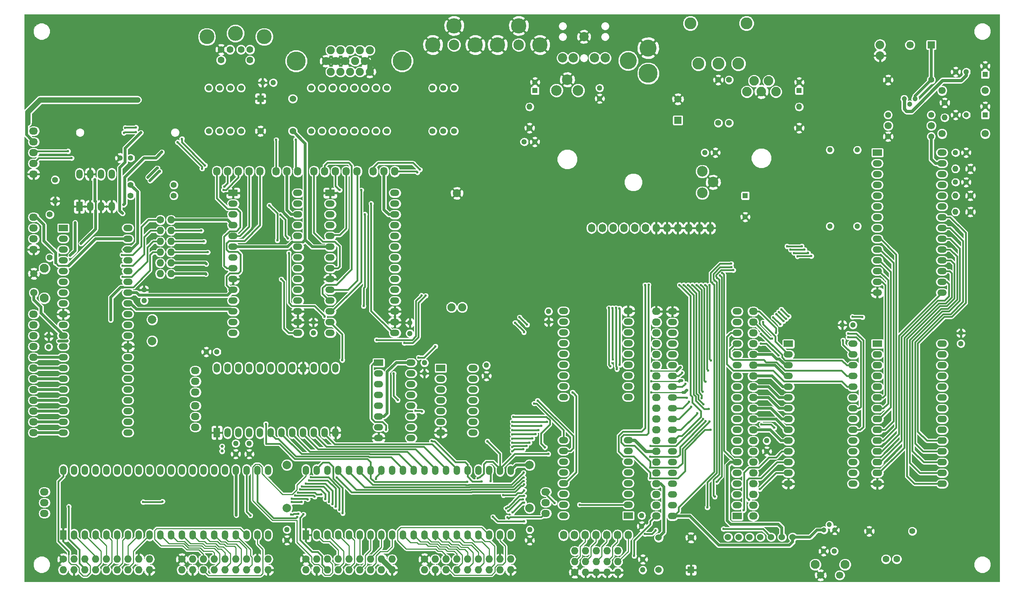
<source format=gbl>
G04 #@! TF.FileFunction,Copper,L2,Bot,Signal*
%FSLAX46Y46*%
G04 Gerber Fmt 4.6, Leading zero omitted, Abs format (unit mm)*
G04 Created by KiCad (PCBNEW 4.0.2-stable) date 5/26/2016 8:00:27 AM*
%MOMM*%
G01*
G04 APERTURE LIST*
%ADD10C,0.100000*%
%ADD11C,1.998980*%
%ADD12R,2.199640X1.501140*%
%ADD13O,2.199640X1.501140*%
%ADD14C,1.200760*%
%ADD15C,0.700000*%
%ADD16C,1.700000*%
%ADD17R,1.700000X1.700000*%
%ADD18R,1.524000X1.524000*%
%ADD19C,1.524000*%
%ADD20C,4.500000*%
%ADD21C,4.000000*%
%ADD22R,1.300000X1.300000*%
%ADD23C,1.300000*%
%ADD24O,1.300000X1.300000*%
%ADD25O,1.400000X1.400000*%
%ADD26C,1.400000*%
%ADD27C,2.200000*%
%ADD28C,3.600000*%
%ADD29C,2.500000*%
%ADD30O,1.727200X1.727200*%
%ADD31C,1.727200*%
%ADD32O,1.727200X2.032000*%
%ADD33O,2.032000X1.727200*%
%ADD34C,1.600000*%
%ADD35C,3.500000*%
%ADD36O,2.032000X2.032000*%
%ADD37C,2.499360*%
%ADD38C,2.250440*%
%ADD39R,1.501140X2.199640*%
%ADD40O,1.501140X2.199640*%
%ADD41R,2.300000X1.600000*%
%ADD42O,2.300000X1.600000*%
%ADD43C,2.100000*%
%ADD44C,2.800000*%
%ADD45C,1.900000*%
%ADD46C,0.600000*%
%ADD47C,0.635000*%
%ADD48C,1.270000*%
%ADD49C,0.381000*%
%ADD50C,0.762000*%
%ADD51C,0.254000*%
G04 APERTURE END LIST*
D10*
D11*
X80010000Y-132080000D03*
X80010000Y-121920000D03*
X137160000Y-132080000D03*
X137160000Y-121920000D03*
X48260000Y-92710000D03*
X48260000Y-87630000D03*
D12*
X186055000Y-133985000D03*
D13*
X186055000Y-131445000D03*
X186055000Y-128905000D03*
X186055000Y-126365000D03*
X186055000Y-123825000D03*
X186055000Y-121285000D03*
X186055000Y-118745000D03*
X186055000Y-116205000D03*
X186055000Y-113665000D03*
X186055000Y-111125000D03*
X186055000Y-108585000D03*
X186055000Y-106045000D03*
X186055000Y-103505000D03*
X186055000Y-100965000D03*
X186055000Y-98425000D03*
X186055000Y-95885000D03*
X186055000Y-93345000D03*
X186055000Y-90805000D03*
X186055000Y-88265000D03*
X186055000Y-85725000D03*
X170815000Y-85725000D03*
X170815000Y-88265000D03*
X170815000Y-90805000D03*
X170815000Y-93345000D03*
X170815000Y-95885000D03*
X170815000Y-98425000D03*
X170815000Y-100965000D03*
X170815000Y-103505000D03*
X170815000Y-106045000D03*
X170815000Y-108585000D03*
X170815000Y-111125000D03*
X170815000Y-113665000D03*
X170815000Y-116205000D03*
X170815000Y-118745000D03*
X170815000Y-121285000D03*
X170815000Y-123825000D03*
X170815000Y-126365000D03*
X170815000Y-128905000D03*
X170815000Y-131445000D03*
X170815000Y-133985000D03*
D14*
X226695000Y-36830000D03*
X225425000Y-35560000D03*
X227965000Y-35560000D03*
X207772000Y-136017000D03*
X209042000Y-137287000D03*
X206502000Y-137287000D03*
D15*
X64725000Y-117560000D03*
X64725000Y-118660000D03*
D16*
X226775000Y-22860000D03*
D17*
X231775000Y-22860000D03*
D18*
X175175400Y-146675000D03*
D19*
X175175400Y-139055000D03*
X167555400Y-146675000D03*
X167555400Y-139055000D03*
D12*
X67310000Y-57785000D03*
D13*
X67310000Y-60325000D03*
X67310000Y-62865000D03*
X67310000Y-65405000D03*
X67310000Y-67945000D03*
X67310000Y-70485000D03*
X67310000Y-73025000D03*
X67310000Y-75565000D03*
X67310000Y-78105000D03*
X67310000Y-80645000D03*
X67310000Y-83185000D03*
X67310000Y-85725000D03*
X67310000Y-88265000D03*
X67310000Y-90805000D03*
X82550000Y-90805000D03*
X82550000Y-88265000D03*
X82550000Y-85725000D03*
X82550000Y-83185000D03*
X82550000Y-80645000D03*
X82550000Y-78105000D03*
X82550000Y-75565000D03*
X82550000Y-73025000D03*
X82550000Y-70485000D03*
X82550000Y-67945000D03*
X82550000Y-65405000D03*
X82550000Y-62865000D03*
X82550000Y-60325000D03*
X82550000Y-57785000D03*
D12*
X90170000Y-57785000D03*
D13*
X90170000Y-60325000D03*
X90170000Y-62865000D03*
X90170000Y-65405000D03*
X90170000Y-67945000D03*
X90170000Y-70485000D03*
X90170000Y-73025000D03*
X90170000Y-75565000D03*
X90170000Y-78105000D03*
X90170000Y-80645000D03*
X90170000Y-83185000D03*
X90170000Y-85725000D03*
X90170000Y-88265000D03*
X90170000Y-90805000D03*
X105410000Y-90805000D03*
X105410000Y-88265000D03*
X105410000Y-85725000D03*
X105410000Y-83185000D03*
X105410000Y-80645000D03*
X105410000Y-78105000D03*
X105410000Y-75565000D03*
X105410000Y-73025000D03*
X105410000Y-70485000D03*
X105410000Y-67945000D03*
X105410000Y-65405000D03*
X105410000Y-62865000D03*
X105410000Y-60325000D03*
X105410000Y-57785000D03*
D20*
X165100000Y-29591000D03*
D21*
X165100000Y-23591000D03*
X160400000Y-26591000D03*
D22*
X187960000Y-58420000D03*
D23*
X187960000Y-63420000D03*
D24*
X153670000Y-33020000D03*
D23*
X153670000Y-35520000D03*
D25*
X200660000Y-37465000D03*
D26*
X200660000Y-42465000D03*
D22*
X200660000Y-33655000D03*
D23*
X200660000Y-31655000D03*
D16*
X172085000Y-35640000D03*
D17*
X172085000Y-40640000D03*
D24*
X178435000Y-48260000D03*
D23*
X180935000Y-48260000D03*
D22*
X138430000Y-33655000D03*
D23*
X138430000Y-31655000D03*
D24*
X135890000Y-45720000D03*
D23*
X138390000Y-45720000D03*
D25*
X137160000Y-37465000D03*
D26*
X137160000Y-42465000D03*
D24*
X141630400Y-88214200D03*
D23*
X141630400Y-85714200D03*
D24*
X163576000Y-133858000D03*
D23*
X163576000Y-136358000D03*
D24*
X193040000Y-116205000D03*
D23*
X193040000Y-118705000D03*
D24*
X208915000Y-142240000D03*
D23*
X206415000Y-142240000D03*
D24*
X163830000Y-146685000D03*
D23*
X163830000Y-144185000D03*
D24*
X210820000Y-88900000D03*
D23*
X213320000Y-88900000D03*
D24*
X238760000Y-90805000D03*
D23*
X238760000Y-93305000D03*
D24*
X137185400Y-137185400D03*
D23*
X137185400Y-139685400D03*
D24*
X86233000Y-88265000D03*
D23*
X86233000Y-90765000D03*
D24*
X80010000Y-137160000D03*
D23*
X80010000Y-139660000D03*
D24*
X74295000Y-31750000D03*
D23*
X76795000Y-31750000D03*
D24*
X108966000Y-88392000D03*
D23*
X108966000Y-90892000D03*
D24*
X112395000Y-100330000D03*
D23*
X112395000Y-97830000D03*
X207899000Y-47625000D03*
X207899000Y-65625000D03*
X214376000Y-47625000D03*
X214376000Y-65625000D03*
D24*
X237490000Y-55245000D03*
D23*
X239990000Y-55245000D03*
D24*
X237490000Y-48260000D03*
D23*
X239990000Y-48260000D03*
D24*
X240030000Y-39370000D03*
D23*
X237530000Y-39370000D03*
D24*
X240030000Y-29210000D03*
D23*
X237530000Y-29210000D03*
D22*
X244475000Y-39370000D03*
D23*
X244475000Y-37370000D03*
D22*
X244475000Y-29845000D03*
D23*
X244475000Y-27845000D03*
D24*
X63500000Y-95250000D03*
D23*
X61000000Y-95250000D03*
D24*
X127000000Y-98425000D03*
D23*
X127000000Y-100925000D03*
D24*
X43180000Y-49530000D03*
D23*
X40680000Y-49530000D03*
D24*
X23876000Y-91567000D03*
D23*
X23876000Y-94067000D03*
D24*
X46355000Y-80645000D03*
D23*
X46355000Y-83145000D03*
D25*
X25400000Y-59690000D03*
D26*
X25400000Y-54690000D03*
D16*
X221615000Y-41910000D03*
X231775000Y-41910000D03*
X244475000Y-43815000D03*
X234315000Y-43815000D03*
X244475000Y-33655000D03*
X234315000Y-33655000D03*
D27*
X149960000Y-20935000D03*
X144960000Y-25935000D03*
X154960000Y-25935000D03*
X147460000Y-25935000D03*
X152460000Y-25935000D03*
D28*
X134620000Y-18360000D03*
D29*
X134620000Y-22860000D03*
D28*
X129620000Y-22860000D03*
X139620000Y-22860000D03*
X119380000Y-18360000D03*
D29*
X119380000Y-22860000D03*
D28*
X114380000Y-22860000D03*
X124380000Y-22860000D03*
D30*
X157962600Y-142189200D03*
X155422600Y-142189200D03*
X152882600Y-142189200D03*
X150342600Y-142189200D03*
X147802600Y-142189200D03*
D31*
X147802600Y-147269200D03*
D30*
X147802600Y-144729200D03*
X150342600Y-147269200D03*
X150342600Y-144729200D03*
X152882600Y-147269200D03*
X152882600Y-144729200D03*
X155422600Y-147269200D03*
X155422600Y-144729200D03*
X157962600Y-147269200D03*
X157962600Y-144729200D03*
D32*
X82550000Y-52705000D03*
X80010000Y-52705000D03*
X77470000Y-52705000D03*
D33*
X140970000Y-133350000D03*
X140970000Y-130810000D03*
X140970000Y-128270000D03*
D32*
X105410000Y-52705000D03*
X102870000Y-52705000D03*
X100330000Y-52705000D03*
D33*
X22860000Y-133350000D03*
X22860000Y-130810000D03*
X22860000Y-128270000D03*
X58420000Y-113030000D03*
X58420000Y-110490000D03*
X58420000Y-107950000D03*
D34*
X71295000Y-26455000D03*
X64495000Y-26455000D03*
X71295000Y-23955000D03*
X64495000Y-23955000D03*
X66595000Y-23955000D03*
X69195000Y-23955000D03*
D35*
X67895000Y-20155000D03*
X61145000Y-20955000D03*
X74645000Y-20955000D03*
D33*
X189865000Y-85725000D03*
X189865000Y-88265000D03*
X189865000Y-90805000D03*
X189865000Y-93345000D03*
X189865000Y-95885000D03*
X189865000Y-98425000D03*
X189865000Y-100965000D03*
X189865000Y-103505000D03*
X189865000Y-106045000D03*
X189865000Y-108585000D03*
X189865000Y-111125000D03*
X189865000Y-113665000D03*
X189865000Y-116205000D03*
X189865000Y-118745000D03*
X189865000Y-121285000D03*
X189865000Y-123825000D03*
X189865000Y-126365000D03*
X189865000Y-128905000D03*
X189865000Y-131445000D03*
X189865000Y-133985000D03*
X167005000Y-133985000D03*
X167005000Y-131445000D03*
X167005000Y-128905000D03*
X167005000Y-126365000D03*
X167005000Y-123825000D03*
X167005000Y-121285000D03*
X167005000Y-118745000D03*
X167005000Y-116205000D03*
X167005000Y-113665000D03*
X167005000Y-111125000D03*
X167005000Y-108585000D03*
X167005000Y-106045000D03*
X167005000Y-103505000D03*
X167005000Y-100965000D03*
X167005000Y-98425000D03*
X167005000Y-95885000D03*
X167005000Y-93345000D03*
X167005000Y-90805000D03*
X167005000Y-88265000D03*
X167005000Y-85725000D03*
D32*
X73660000Y-52705000D03*
X71120000Y-52705000D03*
X68580000Y-52705000D03*
X66040000Y-52705000D03*
X63500000Y-52705000D03*
D31*
X84455000Y-144145000D03*
D30*
X84455000Y-146685000D03*
X86995000Y-144145000D03*
X86995000Y-146685000D03*
X89535000Y-144145000D03*
X89535000Y-146685000D03*
X92075000Y-144145000D03*
X92075000Y-146685000D03*
X94615000Y-144145000D03*
X94615000Y-146685000D03*
X97155000Y-144145000D03*
X97155000Y-146685000D03*
X99695000Y-144145000D03*
X99695000Y-146685000D03*
X102235000Y-144145000D03*
X102235000Y-146685000D03*
X104775000Y-144145000D03*
X104775000Y-146685000D03*
D32*
X96520000Y-52705000D03*
X93980000Y-52705000D03*
X91440000Y-52705000D03*
X88900000Y-52705000D03*
X86360000Y-52705000D03*
D31*
X112395000Y-144145000D03*
D30*
X112395000Y-146685000D03*
X114935000Y-144145000D03*
X114935000Y-146685000D03*
X117475000Y-144145000D03*
X117475000Y-146685000D03*
X120015000Y-144145000D03*
X120015000Y-146685000D03*
X122555000Y-144145000D03*
X122555000Y-146685000D03*
X125095000Y-144145000D03*
X125095000Y-146685000D03*
X127635000Y-144145000D03*
X127635000Y-146685000D03*
X130175000Y-144145000D03*
X130175000Y-146685000D03*
X132715000Y-144145000D03*
X132715000Y-146685000D03*
D31*
X55245000Y-144145000D03*
D30*
X55245000Y-146685000D03*
X57785000Y-144145000D03*
X57785000Y-146685000D03*
X60325000Y-144145000D03*
X60325000Y-146685000D03*
X62865000Y-144145000D03*
X62865000Y-146685000D03*
X65405000Y-144145000D03*
X65405000Y-146685000D03*
X67945000Y-144145000D03*
X67945000Y-146685000D03*
X70485000Y-144145000D03*
X70485000Y-146685000D03*
X73025000Y-144145000D03*
X73025000Y-146685000D03*
X75565000Y-144145000D03*
X75565000Y-146685000D03*
D31*
X27305000Y-144145000D03*
D30*
X27305000Y-146685000D03*
X29845000Y-144145000D03*
X29845000Y-146685000D03*
X32385000Y-144145000D03*
X32385000Y-146685000D03*
X34925000Y-144145000D03*
X34925000Y-146685000D03*
X37465000Y-144145000D03*
X37465000Y-146685000D03*
X40005000Y-144145000D03*
X40005000Y-146685000D03*
X42545000Y-144145000D03*
X42545000Y-146685000D03*
X45085000Y-144145000D03*
X45085000Y-146685000D03*
X47625000Y-144145000D03*
X47625000Y-146685000D03*
D33*
X58420000Y-99695000D03*
X58420000Y-102235000D03*
X58420000Y-104775000D03*
D36*
X219710000Y-25400000D03*
X219710000Y-22860000D03*
D33*
X20320000Y-114300000D03*
X20320000Y-111760000D03*
X20320000Y-109220000D03*
X20320000Y-106680000D03*
X20320000Y-104140000D03*
X20320000Y-101600000D03*
X20320000Y-99060000D03*
X20320000Y-96520000D03*
X20320000Y-93980000D03*
X20320000Y-91440000D03*
X20320000Y-88900000D03*
X20320000Y-86360000D03*
X20320000Y-71120000D03*
X20320000Y-68580000D03*
X20320000Y-66040000D03*
X20320000Y-63500000D03*
D26*
X227330000Y-137541000D03*
X217170000Y-137541000D03*
X184150000Y-31115000D03*
X184150000Y-41275000D03*
X181610000Y-41275000D03*
X181610000Y-31115000D03*
X221615000Y-44450000D03*
X231775000Y-44450000D03*
X231775000Y-39370000D03*
X221615000Y-39370000D03*
X231775000Y-31115000D03*
X221615000Y-31115000D03*
X119380000Y-43180000D03*
X119380000Y-33020000D03*
X114300000Y-43180000D03*
X114300000Y-33020000D03*
X116840000Y-43180000D03*
X116840000Y-33020000D03*
X24130000Y-62865000D03*
X24130000Y-73025000D03*
X103505000Y-43180000D03*
X103505000Y-33020000D03*
X100965000Y-43180000D03*
X100965000Y-33020000D03*
X64135000Y-33020000D03*
X64135000Y-43180000D03*
X69215000Y-33020000D03*
X69215000Y-43180000D03*
X93345000Y-33020000D03*
X93345000Y-43180000D03*
X90805000Y-33020000D03*
X90805000Y-43180000D03*
X88265000Y-33020000D03*
X88265000Y-43180000D03*
X85725000Y-33020000D03*
X85725000Y-43180000D03*
X95885000Y-33020000D03*
X95885000Y-43180000D03*
X98425000Y-33020000D03*
X98425000Y-43180000D03*
X53340000Y-58420000D03*
X43180000Y-58420000D03*
X61595000Y-33020000D03*
X61595000Y-43180000D03*
X53340000Y-55880000D03*
X43180000Y-55880000D03*
X66675000Y-43180000D03*
X66675000Y-33020000D03*
D37*
X177876200Y-52705000D03*
X177876200Y-57785000D03*
X180416200Y-55245000D03*
D38*
X188366400Y-33909000D03*
X195173600Y-33909000D03*
X190068200Y-31369000D03*
X191770000Y-33909000D03*
X193471800Y-31369000D03*
D37*
X143510000Y-33578800D03*
X148590000Y-33578800D03*
X146050000Y-31038800D03*
D12*
X198120000Y-93345000D03*
D13*
X198120000Y-95885000D03*
X198120000Y-98425000D03*
X198120000Y-100965000D03*
X198120000Y-103505000D03*
X198120000Y-106045000D03*
X198120000Y-108585000D03*
X198120000Y-111125000D03*
X198120000Y-113665000D03*
X198120000Y-116205000D03*
X198120000Y-118745000D03*
X198120000Y-121285000D03*
X198120000Y-123825000D03*
X198120000Y-126365000D03*
X213360000Y-126365000D03*
X213360000Y-123825000D03*
X213360000Y-121285000D03*
X213360000Y-118745000D03*
X213360000Y-116205000D03*
X213360000Y-113665000D03*
X213360000Y-111125000D03*
X213360000Y-108585000D03*
X213360000Y-106045000D03*
X213360000Y-103505000D03*
X213360000Y-100965000D03*
X213360000Y-98425000D03*
X213360000Y-95885000D03*
X213360000Y-93345000D03*
D39*
X84455000Y-138430000D03*
D40*
X86995000Y-138430000D03*
X89535000Y-138430000D03*
X92075000Y-138430000D03*
X94615000Y-138430000D03*
X97155000Y-138430000D03*
X99695000Y-138430000D03*
X102235000Y-138430000D03*
X104775000Y-138430000D03*
X107315000Y-138430000D03*
X109855000Y-138430000D03*
X112395000Y-138430000D03*
X114935000Y-138430000D03*
X117475000Y-138430000D03*
X120015000Y-138430000D03*
X122555000Y-138430000D03*
X125095000Y-138430000D03*
X127635000Y-138430000D03*
X130175000Y-138430000D03*
X132715000Y-138430000D03*
X132715000Y-123190000D03*
X130175000Y-123190000D03*
X127635000Y-123190000D03*
X125095000Y-123190000D03*
X122555000Y-123190000D03*
X120015000Y-123190000D03*
X117475000Y-123190000D03*
X114935000Y-123190000D03*
X112395000Y-123190000D03*
X109855000Y-123190000D03*
X107315000Y-123190000D03*
X104775000Y-123190000D03*
X102235000Y-123190000D03*
X99695000Y-123190000D03*
X97155000Y-123190000D03*
X94615000Y-123190000D03*
X92075000Y-123190000D03*
X89535000Y-123190000D03*
X86995000Y-123190000D03*
X84455000Y-123190000D03*
D39*
X27305000Y-138430000D03*
D40*
X29845000Y-138430000D03*
X32385000Y-138430000D03*
X34925000Y-138430000D03*
X37465000Y-138430000D03*
X40005000Y-138430000D03*
X42545000Y-138430000D03*
X45085000Y-138430000D03*
X47625000Y-138430000D03*
X50165000Y-138430000D03*
X52705000Y-138430000D03*
X55245000Y-138430000D03*
X57785000Y-138430000D03*
X60325000Y-138430000D03*
X62865000Y-138430000D03*
X65405000Y-138430000D03*
X67945000Y-138430000D03*
X70485000Y-138430000D03*
X73025000Y-138430000D03*
X75565000Y-138430000D03*
X75565000Y-123190000D03*
X73025000Y-123190000D03*
X70485000Y-123190000D03*
X67945000Y-123190000D03*
X65405000Y-123190000D03*
X62865000Y-123190000D03*
X60325000Y-123190000D03*
X57785000Y-123190000D03*
X55245000Y-123190000D03*
X52705000Y-123190000D03*
X50165000Y-123190000D03*
X47625000Y-123190000D03*
X45085000Y-123190000D03*
X42545000Y-123190000D03*
X40005000Y-123190000D03*
X37465000Y-123190000D03*
X34925000Y-123190000D03*
X32385000Y-123190000D03*
X29845000Y-123190000D03*
X27305000Y-123190000D03*
D12*
X219075000Y-48260000D03*
D13*
X219075000Y-50800000D03*
X219075000Y-53340000D03*
X219075000Y-55880000D03*
X219075000Y-58420000D03*
X219075000Y-60960000D03*
X219075000Y-63500000D03*
X219075000Y-66040000D03*
X219075000Y-68580000D03*
X219075000Y-71120000D03*
X219075000Y-73660000D03*
X219075000Y-76200000D03*
X219075000Y-78740000D03*
X219075000Y-81280000D03*
X234315000Y-81280000D03*
X234315000Y-78740000D03*
X234315000Y-76200000D03*
X234315000Y-73660000D03*
X234315000Y-71120000D03*
X234315000Y-68580000D03*
X234315000Y-66040000D03*
X234315000Y-63500000D03*
X234315000Y-60960000D03*
X234315000Y-58420000D03*
X234315000Y-55880000D03*
X234315000Y-53340000D03*
X234315000Y-50800000D03*
X234315000Y-48260000D03*
D12*
X101600000Y-97790000D03*
D13*
X101600000Y-100330000D03*
X101600000Y-102870000D03*
X101600000Y-105410000D03*
X101600000Y-107950000D03*
X101600000Y-110490000D03*
X101600000Y-113030000D03*
X101600000Y-115570000D03*
X109220000Y-115570000D03*
X109220000Y-113030000D03*
X109220000Y-110490000D03*
X109220000Y-107950000D03*
X109220000Y-105410000D03*
X109220000Y-102870000D03*
X109220000Y-100330000D03*
X109220000Y-97790000D03*
D39*
X63500000Y-114300000D03*
D40*
X66040000Y-114300000D03*
X68580000Y-114300000D03*
X71120000Y-114300000D03*
X73660000Y-114300000D03*
X76200000Y-114300000D03*
X78740000Y-114300000D03*
X81280000Y-114300000D03*
X83820000Y-114300000D03*
X86360000Y-114300000D03*
X88900000Y-114300000D03*
X91440000Y-114300000D03*
X91440000Y-99060000D03*
X88900000Y-99060000D03*
X86360000Y-99060000D03*
X83820000Y-99060000D03*
X81280000Y-99060000D03*
X78740000Y-99060000D03*
X76200000Y-99060000D03*
X73660000Y-99060000D03*
X71120000Y-99060000D03*
X68580000Y-99060000D03*
X66040000Y-99060000D03*
X63500000Y-99060000D03*
D12*
X116205000Y-99060000D03*
D13*
X116205000Y-101600000D03*
X116205000Y-104140000D03*
X116205000Y-106680000D03*
X116205000Y-109220000D03*
X116205000Y-111760000D03*
X116205000Y-114300000D03*
X123825000Y-114300000D03*
X123825000Y-111760000D03*
X123825000Y-109220000D03*
X123825000Y-106680000D03*
X123825000Y-104140000D03*
X123825000Y-101600000D03*
X123825000Y-99060000D03*
D12*
X27305000Y-66040000D03*
D13*
X27305000Y-68580000D03*
X27305000Y-71120000D03*
X27305000Y-73660000D03*
X27305000Y-76200000D03*
X27305000Y-78740000D03*
X27305000Y-81280000D03*
X27305000Y-83820000D03*
X27305000Y-86360000D03*
X27305000Y-88900000D03*
X27305000Y-91440000D03*
X27305000Y-93980000D03*
X27305000Y-96520000D03*
X27305000Y-99060000D03*
X27305000Y-101600000D03*
X27305000Y-104140000D03*
X27305000Y-106680000D03*
X27305000Y-109220000D03*
X27305000Y-111760000D03*
X27305000Y-114300000D03*
X42545000Y-114300000D03*
X42545000Y-111760000D03*
X42545000Y-109220000D03*
X42545000Y-106680000D03*
X42545000Y-104140000D03*
X42545000Y-101600000D03*
X42545000Y-99060000D03*
X42545000Y-96520000D03*
X42545000Y-93980000D03*
X42545000Y-91440000D03*
X42545000Y-88900000D03*
X42545000Y-86360000D03*
X42545000Y-83820000D03*
X42545000Y-81280000D03*
X42545000Y-78740000D03*
X42545000Y-76200000D03*
X42545000Y-73660000D03*
X42545000Y-71120000D03*
X42545000Y-68580000D03*
X42545000Y-66040000D03*
D39*
X31115000Y-60960000D03*
D40*
X33655000Y-60960000D03*
X36195000Y-60960000D03*
X38735000Y-60960000D03*
X38735000Y-53340000D03*
X36195000Y-53340000D03*
X33655000Y-53340000D03*
X31115000Y-53340000D03*
D41*
X219075000Y-93345000D03*
D42*
X219075000Y-95885000D03*
X219075000Y-98425000D03*
X219075000Y-100965000D03*
X219075000Y-103505000D03*
X219075000Y-106045000D03*
X219075000Y-108585000D03*
X219075000Y-111125000D03*
X219075000Y-113665000D03*
X219075000Y-116205000D03*
X219075000Y-118745000D03*
X219075000Y-121285000D03*
X219075000Y-123825000D03*
X219075000Y-126365000D03*
X234315000Y-126365000D03*
X234315000Y-123825000D03*
X234315000Y-121285000D03*
X234315000Y-118745000D03*
X234315000Y-116205000D03*
X234315000Y-113665000D03*
X234315000Y-111125000D03*
X234315000Y-108585000D03*
X234315000Y-106045000D03*
X234315000Y-103505000D03*
X234315000Y-100965000D03*
X234315000Y-98425000D03*
X234315000Y-95885000D03*
X234315000Y-93345000D03*
D16*
X210225000Y-147905000D03*
X205725000Y-147905000D03*
D43*
X211480000Y-145415000D03*
X204470000Y-145415000D03*
D34*
X221114620Y-144145000D03*
X223654620Y-144145000D03*
D31*
X50165000Y-64135000D03*
D30*
X52705000Y-64135000D03*
X50165000Y-66675000D03*
X52705000Y-66675000D03*
X50165000Y-69215000D03*
X52705000Y-69215000D03*
X50165000Y-71755000D03*
X52705000Y-71755000D03*
X50165000Y-74295000D03*
X52705000Y-74295000D03*
X50165000Y-76835000D03*
X52705000Y-76835000D03*
D16*
X20370000Y-81320000D03*
X20370000Y-76820000D03*
D43*
X22860000Y-82575000D03*
X22860000Y-75565000D03*
D33*
X20320000Y-43180000D03*
X20320000Y-45720000D03*
X20320000Y-48260000D03*
X20320000Y-50800000D03*
X20320000Y-53340000D03*
D25*
X237490000Y-52070000D03*
D26*
X240990000Y-52070000D03*
D25*
X237490000Y-58420000D03*
D26*
X240990000Y-58420000D03*
D25*
X237490000Y-62230000D03*
D26*
X240990000Y-62230000D03*
D25*
X234950000Y-40005000D03*
D26*
X234950000Y-36505000D03*
D19*
X196596000Y-138938000D03*
X199136000Y-138938000D03*
X194056000Y-138938000D03*
X191516000Y-138938000D03*
X188976000Y-138938000D03*
X186436000Y-138938000D03*
X183896000Y-138938000D03*
D24*
X67945000Y-116840000D03*
D23*
X67945000Y-119340000D03*
D24*
X71120000Y-116840000D03*
D23*
X71120000Y-119340000D03*
D44*
X175045000Y-17775000D03*
X188255000Y-17775000D03*
X176950000Y-27305000D03*
X181650000Y-27305000D03*
X186350000Y-27305000D03*
D32*
X151765000Y-66040000D03*
X154305000Y-66040000D03*
X156845000Y-66040000D03*
X159385000Y-66040000D03*
X161925000Y-66040000D03*
X164465000Y-66040000D03*
X167005000Y-66040000D03*
X169545000Y-66040000D03*
X172085000Y-66040000D03*
X174625000Y-66040000D03*
X177165000Y-66040000D03*
X179705000Y-66040000D03*
D45*
X99500000Y-29210000D03*
X97210000Y-29210000D03*
X94920000Y-29210000D03*
X92630000Y-29210000D03*
X90340000Y-29210000D03*
X99500000Y-24130000D03*
X97210000Y-24130000D03*
X94920000Y-24130000D03*
X92630000Y-24130000D03*
X90340000Y-24130000D03*
X98360000Y-26670000D03*
X96070000Y-26670000D03*
X93780000Y-26670000D03*
X91490000Y-26670000D03*
X89200000Y-26670000D03*
D20*
X82160000Y-26670000D03*
X107150000Y-26670000D03*
D32*
X145161000Y-138455400D03*
X147701000Y-138455400D03*
X150241000Y-138455400D03*
X152781000Y-138455400D03*
X155321000Y-138455400D03*
X157861000Y-138455400D03*
X160401000Y-138455400D03*
D12*
X160401000Y-133858000D03*
D13*
X160401000Y-131318000D03*
X160401000Y-128778000D03*
X160401000Y-126238000D03*
X160401000Y-123698000D03*
X160401000Y-121158000D03*
X160401000Y-118618000D03*
X160401000Y-116078000D03*
X160401000Y-105918000D03*
X160401000Y-103378000D03*
X160401000Y-100838000D03*
X160401000Y-98298000D03*
X160401000Y-95758000D03*
X160401000Y-93218000D03*
X160401000Y-90678000D03*
X160401000Y-88138000D03*
X160401000Y-85598000D03*
X145161000Y-85598000D03*
X145161000Y-88138000D03*
X145161000Y-90678000D03*
X145161000Y-93218000D03*
X145161000Y-95758000D03*
X145161000Y-98298000D03*
X145161000Y-100838000D03*
X145161000Y-103378000D03*
X145161000Y-105918000D03*
X145161000Y-116078000D03*
X145161000Y-118618000D03*
X145161000Y-121158000D03*
X145161000Y-123698000D03*
X145161000Y-126238000D03*
X145161000Y-128778000D03*
X145161000Y-131318000D03*
X145161000Y-133858000D03*
D18*
X73770000Y-35544600D03*
D19*
X73770000Y-43164600D03*
X81390000Y-35544600D03*
X81390000Y-43164600D03*
D45*
X120040400Y-57845400D03*
X118790400Y-84745400D03*
X121290400Y-84745400D03*
D46*
X39776400Y-47472600D03*
X48183800Y-43916600D03*
X110998000Y-96596200D03*
X114960400Y-93954600D03*
X68072000Y-133756400D03*
X99822000Y-60299600D03*
X78663800Y-78105000D03*
X77749400Y-68935600D03*
X75844400Y-60706000D03*
X44831000Y-35814000D03*
X50546000Y-48133000D03*
X41529000Y-60579000D03*
X45593000Y-43561000D03*
X41275000Y-62611000D03*
X34798000Y-54610000D03*
X31496000Y-69723000D03*
X28956000Y-72517000D03*
X30099000Y-64770000D03*
X46126400Y-130657600D03*
X50673000Y-130530600D03*
X161798000Y-143383000D03*
X135890000Y-135229600D03*
X128524000Y-134137400D03*
X122453400Y-125933200D03*
X180139212Y-78914440D03*
X201269600Y-70332600D03*
X197815200Y-70358000D03*
X184658000Y-74447400D03*
X80976703Y-133577069D03*
X82731724Y-133424734D03*
X75031600Y-112242600D03*
X110744000Y-52908200D03*
X181965600Y-77190600D03*
X181254400Y-125882400D03*
X164345980Y-138181671D03*
X166876795Y-137332051D03*
X182854600Y-137007600D03*
X82067400Y-45212000D03*
X131927600Y-134264400D03*
X182549802Y-76606400D03*
X143078200Y-130860800D03*
X77470000Y-45237400D03*
X135567234Y-130067661D03*
X132149433Y-132773046D03*
X111302800Y-52273200D03*
X41148000Y-72390000D03*
X41275000Y-74930000D03*
X59817000Y-66675000D03*
X41275000Y-77597000D03*
X60452000Y-69215000D03*
X60909200Y-76936600D03*
X92430600Y-57103920D03*
X97510600Y-57103920D03*
X28448000Y-47929800D03*
X41910000Y-42418000D03*
X44450000Y-42341800D03*
X55270400Y-45008800D03*
X60706000Y-51282600D03*
X60985400Y-74523600D03*
X29260800Y-49555400D03*
X41605200Y-43586400D03*
X44399200Y-43408600D03*
X54254400Y-45821600D03*
X60020200Y-52044600D03*
X96520000Y-52705000D03*
X180771800Y-78384404D03*
X184691534Y-75267153D03*
X201930000Y-71145400D03*
X198628000Y-71145400D03*
X135883520Y-130802496D03*
X135837765Y-130820543D03*
X135729425Y-130851060D03*
X133121400Y-133121400D03*
X125907800Y-125806198D03*
X114122200Y-116281200D03*
X103327200Y-113614200D03*
X148945600Y-131292600D03*
X85623400Y-124841000D03*
X92379800Y-132486400D03*
X179044600Y-131927600D03*
X100983816Y-125242680D03*
X172466000Y-79484580D03*
X81127600Y-130683000D03*
X83413600Y-130657600D03*
X141249400Y-111760000D03*
X133096000Y-111734600D03*
X187579000Y-132588000D03*
X173482000Y-79484580D03*
X176688071Y-109747729D03*
X81127600Y-129870200D03*
X84886800Y-130022600D03*
X139954000Y-112725200D03*
X133096000Y-112725200D03*
X179349400Y-108737400D03*
X188849000Y-130175000D03*
X174498000Y-79484580D03*
X81965800Y-129133600D03*
X86512400Y-129387600D03*
X139242800Y-113715800D03*
X133096000Y-113715800D03*
X175234600Y-108204000D03*
X178104800Y-107594400D03*
X191389000Y-127635000D03*
X175513996Y-79484580D03*
X82626200Y-128422400D03*
X88087200Y-128879600D03*
X138531600Y-114681000D03*
X133096000Y-114706400D03*
X174701200Y-107061000D03*
X177698400Y-106146600D03*
X176530002Y-79484580D03*
X89004296Y-129946217D03*
X83108800Y-127711200D03*
X137820400Y-115697000D03*
X133096000Y-115722400D03*
X177977800Y-104673400D03*
X174193200Y-106095800D03*
X177546004Y-79484580D03*
X89916000Y-130609835D03*
X83515200Y-127000000D03*
X137134600Y-116687600D03*
X133096000Y-116713000D03*
X178612800Y-102285800D03*
X173888400Y-102768400D03*
X178562000Y-79484580D03*
X90754200Y-131190846D03*
X84505800Y-126288800D03*
X136423400Y-117449600D03*
X133096000Y-117703600D03*
X179222400Y-99618800D03*
X173075600Y-100177600D03*
X179578000Y-79484580D03*
X91469837Y-131771857D03*
X85191600Y-125577600D03*
X133096000Y-118694200D03*
X135712200Y-118186200D03*
X179908200Y-97256600D03*
X194818000Y-113157000D03*
X191770000Y-112395000D03*
X65074800Y-57048400D03*
X65241082Y-56265860D03*
X83870800Y-133553200D03*
X93141800Y-133273800D03*
X28625800Y-131749800D03*
X49530000Y-51943000D03*
X47244000Y-54102000D03*
X50038000Y-52705000D03*
X47752000Y-54864000D03*
X165866720Y-102235000D03*
X173063906Y-101992712D03*
X165866720Y-99720400D03*
X172669200Y-98856800D03*
X194307547Y-92081132D03*
X195182533Y-90744255D03*
X192151000Y-88265000D03*
X191643000Y-91059000D03*
X195783200Y-96139000D03*
X191643000Y-93268800D03*
X185135450Y-75970784D03*
X181356004Y-77774800D03*
X202742800Y-71907400D03*
X199466200Y-71932800D03*
X141579600Y-119303800D03*
X124968000Y-125095000D03*
X82412001Y-134158080D03*
X105156000Y-100355400D03*
X106121200Y-106629200D03*
X127228600Y-116332000D03*
X180797950Y-129388624D03*
X212217000Y-91795600D03*
X196951600Y-88011000D03*
X195275200Y-86385400D03*
X157505400Y-84861400D03*
X157734000Y-99314000D03*
X78460600Y-62915800D03*
X80264000Y-68478400D03*
X80467200Y-71932800D03*
X88849200Y-86918800D03*
X133756400Y-88366600D03*
X135839200Y-90627200D03*
X138252200Y-107416600D03*
X98374200Y-62839600D03*
X98069400Y-84429600D03*
X134797800Y-87071200D03*
X136575800Y-88849200D03*
X139065000Y-106730800D03*
X127965200Y-125755400D03*
X130987800Y-129032000D03*
X135864600Y-127914400D03*
X71408369Y-133834256D03*
X135864600Y-129235200D03*
X131648200Y-132130800D03*
X147294600Y-104800400D03*
X200253600Y-72720200D03*
X203504800Y-72644000D03*
X110312200Y-109169200D03*
X111810800Y-109321600D03*
X133350000Y-110540800D03*
X140766800Y-117754400D03*
X210997800Y-92506800D03*
X196215000Y-88747600D03*
X194564000Y-87096600D03*
X158318200Y-84988400D03*
X158419800Y-98323400D03*
X212217000Y-90906600D03*
X197586600Y-87503000D03*
X195859400Y-85826600D03*
X156692600Y-84886800D03*
X156768800Y-97028000D03*
X213233000Y-86969600D03*
X215544400Y-87071200D03*
X198170800Y-86868000D03*
X196469000Y-85242400D03*
X155854400Y-84861400D03*
X156210000Y-98628200D03*
X135737600Y-123723400D03*
X165658800Y-117475000D03*
X178028600Y-111074200D03*
X135763000Y-124891800D03*
X165557200Y-120015000D03*
X178638200Y-111633000D03*
X101117400Y-92430600D03*
X111709200Y-81965800D03*
X165201600Y-79451200D03*
X135813800Y-125704600D03*
X165582600Y-122555000D03*
X179578000Y-111683800D03*
X107670600Y-93167200D03*
X112674400Y-81991200D03*
X164388800Y-79476600D03*
X93040200Y-97180400D03*
X179806600Y-113665000D03*
X165557200Y-125069600D03*
X135839200Y-126517400D03*
X91744800Y-124891800D03*
X165866720Y-104800400D03*
X174244000Y-104343200D03*
X38481000Y-87757000D03*
X61341000Y-71755000D03*
D47*
X26212800Y-92710000D02*
X28194000Y-92710000D01*
X28194000Y-92710000D02*
X28244800Y-92659200D01*
D48*
X102235000Y-144145000D02*
X104775000Y-146685000D01*
X98360000Y-26670000D02*
X99060000Y-26670000D01*
X99060000Y-26670000D02*
X99500000Y-27110000D01*
X99500000Y-27110000D02*
X99500000Y-29210000D01*
X91490000Y-26670000D02*
X89200000Y-26670000D01*
X93780000Y-26670000D02*
X91490000Y-26670000D01*
D49*
X112318800Y-96596200D02*
X110998000Y-96596200D01*
X114960400Y-93954600D02*
X112318800Y-96596200D01*
D48*
X145044800Y-85714200D02*
X145161000Y-85598000D01*
D47*
X68072000Y-133756400D02*
X68072000Y-123317000D01*
X68072000Y-123317000D02*
X67945000Y-123190000D01*
D49*
X105410000Y-90805000D02*
X105060750Y-90805000D01*
X105060750Y-90805000D02*
X99822000Y-85566250D01*
X99822000Y-85566250D02*
X99822000Y-60299600D01*
X79273400Y-89687400D02*
X80391000Y-90805000D01*
X80391000Y-90805000D02*
X82550000Y-90805000D01*
X79273400Y-78714600D02*
X79273400Y-89687400D01*
X78663800Y-78105000D02*
X79273400Y-78714600D01*
X75844400Y-60706000D02*
X77749400Y-62611000D01*
X77749400Y-62611000D02*
X77749400Y-68935600D01*
D47*
X18669000Y-44069000D02*
X20320000Y-45720000D01*
X18669000Y-41529000D02*
X18669000Y-44069000D01*
X18923000Y-41275000D02*
X18669000Y-41529000D01*
D48*
X18923000Y-38735000D02*
X18923000Y-41275000D01*
X21844000Y-35814000D02*
X18923000Y-38735000D01*
X44831000Y-35814000D02*
X21844000Y-35814000D01*
D47*
X109220000Y-97790000D02*
X105791000Y-97790000D01*
X102870000Y-110490000D02*
X101600000Y-110490000D01*
X103632000Y-109728000D02*
X102870000Y-110490000D01*
X103632000Y-99949000D02*
X103632000Y-109728000D01*
X105791000Y-97790000D02*
X103632000Y-99949000D01*
D50*
X71470000Y-24130000D02*
X71295000Y-23955000D01*
X225958400Y-38506400D02*
X225425000Y-37973000D01*
X225425000Y-37973000D02*
X225425000Y-35560000D01*
X227177600Y-38506400D02*
X225958400Y-38506400D01*
X234442000Y-31242000D02*
X227177600Y-38506400D01*
X238810800Y-31242000D02*
X234442000Y-31242000D01*
X240030000Y-30022800D02*
X238810800Y-31242000D01*
X240030000Y-29210000D02*
X240030000Y-30022800D01*
D47*
X227965000Y-35560000D02*
X227965000Y-34925000D01*
X227965000Y-34925000D02*
X231775000Y-31115000D01*
X231775000Y-22860000D02*
X231775000Y-31115000D01*
X49149000Y-49530000D02*
X50546000Y-48133000D01*
X46355000Y-49530000D02*
X49149000Y-49530000D01*
X41783000Y-54102000D02*
X46355000Y-49530000D01*
X41783000Y-60325000D02*
X41783000Y-54102000D01*
X41529000Y-60579000D02*
X41783000Y-60325000D01*
X41910000Y-47244000D02*
X45593000Y-43561000D01*
X41910000Y-50546000D02*
X41910000Y-47244000D01*
X40640000Y-51816000D02*
X41910000Y-50546000D01*
X40640000Y-61976000D02*
X40640000Y-51816000D01*
X41275000Y-62611000D02*
X40640000Y-61976000D01*
X34798000Y-59690000D02*
X34798000Y-54610000D01*
X34925000Y-59817000D02*
X34798000Y-59690000D01*
D49*
X34925000Y-61976000D02*
X34925000Y-59817000D01*
D47*
X34925000Y-66294000D02*
X34925000Y-61976000D01*
X31496000Y-69723000D02*
X34925000Y-66294000D01*
X28956000Y-72517000D02*
X30099000Y-71374000D01*
X30099000Y-71374000D02*
X30099000Y-64770000D01*
X137160000Y-121920000D02*
X133985000Y-121920000D01*
X133985000Y-121920000D02*
X132715000Y-123190000D01*
D49*
X46126400Y-130657600D02*
X50546000Y-130657600D01*
X50546000Y-130657600D02*
X50673000Y-130530600D01*
D47*
X234315000Y-50800000D02*
X232791000Y-50800000D01*
X231775000Y-49784000D02*
X231775000Y-44450000D01*
X232791000Y-50800000D02*
X231775000Y-49784000D01*
D51*
X149072600Y-141173200D02*
X149072600Y-143459200D01*
X149072600Y-143459200D02*
X147802600Y-144729200D01*
X150241000Y-140004800D02*
X149072600Y-141173200D01*
X150241000Y-138455400D02*
X150241000Y-140004800D01*
X152781000Y-138455400D02*
X152781000Y-140081000D01*
X151638000Y-143433800D02*
X150342600Y-144729200D01*
X151638000Y-141224000D02*
X151638000Y-143433800D01*
X152781000Y-140081000D02*
X151638000Y-141224000D01*
X155321000Y-138455400D02*
X155321000Y-140081000D01*
X154178000Y-143433800D02*
X152882600Y-144729200D01*
X154178000Y-141224000D02*
X154178000Y-143433800D01*
X155321000Y-140081000D02*
X154178000Y-141224000D01*
X157861000Y-138455400D02*
X157861000Y-140081000D01*
X156718000Y-143433800D02*
X155422600Y-144729200D01*
X156718000Y-141224000D02*
X156718000Y-143433800D01*
X157861000Y-140081000D02*
X156718000Y-141224000D01*
X160401000Y-138455400D02*
X160401000Y-142290800D01*
X160401000Y-142290800D02*
X157962600Y-144729200D01*
D47*
X168783000Y-127127000D02*
X168021000Y-126365000D01*
X168021000Y-126365000D02*
X167005000Y-126365000D01*
X168783000Y-137795000D02*
X168783000Y-127127000D01*
X167530000Y-139048000D02*
X168783000Y-137795000D01*
X167530000Y-139055000D02*
X167530000Y-139048000D01*
D49*
X99695000Y-123190000D02*
X99695000Y-125018800D01*
X99695000Y-125018800D02*
X100609400Y-125933200D01*
X100609400Y-125933200D02*
X122453400Y-125933200D01*
D47*
X206502000Y-137287000D02*
X204825600Y-137287000D01*
X203174600Y-138938000D02*
X199136000Y-138938000D01*
X204825600Y-137287000D02*
X203174600Y-138938000D01*
D49*
X166852600Y-133985000D02*
X167005000Y-133985000D01*
X165608000Y-135229600D02*
X166852600Y-133985000D01*
X165608000Y-135897707D02*
X165608000Y-135229600D01*
X161798000Y-143383000D02*
X161798000Y-139707707D01*
X161798000Y-139707707D02*
X165608000Y-135897707D01*
X128524000Y-134137400D02*
X129616200Y-135229600D01*
X129616200Y-135229600D02*
X135890000Y-135229600D01*
X179839213Y-76651697D02*
X179839213Y-78614441D01*
X182043510Y-74447400D02*
X179839213Y-76651697D01*
X172295820Y-132853430D02*
X172295820Y-131869180D01*
X171164250Y-133985000D02*
X172295820Y-132853430D01*
X170815000Y-133985000D02*
X171164250Y-133985000D01*
X179839213Y-78614441D02*
X180139212Y-78914440D01*
X184658000Y-74447400D02*
X182043510Y-74447400D01*
X172295820Y-131869180D02*
X180644800Y-123520200D01*
X180439211Y-79214439D02*
X180139212Y-78914440D01*
X180644800Y-79420028D02*
X180439211Y-79214439D01*
X180644800Y-123520200D02*
X180644800Y-79420028D01*
X197815200Y-70358000D02*
X201244200Y-70358000D01*
X201244200Y-70358000D02*
X201269600Y-70332600D01*
X78252626Y-116916200D02*
X75031600Y-116916200D01*
X75031600Y-116916200D02*
X75031600Y-112242600D01*
X81834026Y-120497600D02*
X78252626Y-116916200D01*
X98983800Y-120497600D02*
X81834026Y-120497600D01*
X99695000Y-123190000D02*
X99695000Y-121208800D01*
X99695000Y-121208800D02*
X98983800Y-120497600D01*
X80976703Y-133577069D02*
X81400967Y-133577069D01*
X81400967Y-133577069D02*
X81553302Y-133424734D01*
X81553302Y-133424734D02*
X82731724Y-133424734D01*
D47*
X52705000Y-64135000D02*
X66040000Y-64135000D01*
X66040000Y-64135000D02*
X67310000Y-65405000D01*
X170815000Y-133985000D02*
X174879000Y-133985000D01*
X174879000Y-133985000D02*
X181737000Y-140843000D01*
X181737000Y-140843000D02*
X198374000Y-140843000D01*
X198374000Y-140843000D02*
X199136000Y-140081000D01*
X199136000Y-140081000D02*
X199136000Y-138938000D01*
D49*
X110744000Y-52908200D02*
X110540800Y-52705000D01*
X110540800Y-52705000D02*
X105410000Y-52705000D01*
X182397400Y-124612400D02*
X182397400Y-77622400D01*
X182397400Y-77622400D02*
X181965600Y-77190600D01*
X181554399Y-125455401D02*
X182397400Y-124612400D01*
X181254400Y-125882400D02*
X181554399Y-125582401D01*
X181554399Y-125582401D02*
X181554399Y-125455401D01*
X164770244Y-138181671D02*
X164345980Y-138181671D01*
X166027175Y-138181671D02*
X164770244Y-138181671D01*
X166876795Y-137332051D02*
X166027175Y-138181671D01*
X182854600Y-137007600D02*
X192125600Y-137007600D01*
X192125600Y-137007600D02*
X194056000Y-138938000D01*
X82067400Y-45212000D02*
X82067400Y-52222400D01*
X82067400Y-52222400D02*
X82550000Y-52705000D01*
X81889600Y-52044600D02*
X82550000Y-52705000D01*
X140970000Y-133350000D02*
X140817600Y-133350000D01*
X140817600Y-133350000D02*
X139928600Y-134239000D01*
X139928600Y-134239000D02*
X132552998Y-134239000D01*
X132552998Y-134239000D02*
X132227599Y-134564399D01*
X132227599Y-134564399D02*
X131927600Y-134264400D01*
D47*
X80010000Y-52705000D02*
X80010000Y-61849000D01*
X81026000Y-62865000D02*
X82550000Y-62865000D01*
X80010000Y-61849000D02*
X81026000Y-62865000D01*
D49*
X182849801Y-76906399D02*
X182549802Y-76606400D01*
X182978411Y-77035009D02*
X182849801Y-76906399D01*
X182978411Y-118557661D02*
X182978411Y-77035009D01*
X185705750Y-121285000D02*
X182978411Y-118557661D01*
X186055000Y-121285000D02*
X185705750Y-121285000D01*
X140970000Y-128270000D02*
X140970000Y-128752600D01*
X140970000Y-128752600D02*
X143078200Y-130860800D01*
X77470000Y-45237400D02*
X77470000Y-52705000D01*
X134854818Y-130067661D02*
X135142970Y-130067661D01*
X135142970Y-130067661D02*
X135567234Y-130067661D01*
X132149433Y-132773046D02*
X134854818Y-130067661D01*
X140970000Y-128270000D02*
X141782800Y-128270000D01*
X22860000Y-128270000D02*
X22707600Y-128270000D01*
X101447600Y-50673000D02*
X100330000Y-51790600D01*
X109702600Y-50673000D02*
X101447600Y-50673000D01*
X111302800Y-52273200D02*
X109702600Y-50673000D01*
X100330000Y-51790600D02*
X100330000Y-52705000D01*
D47*
X186055000Y-121285000D02*
X184480200Y-121285000D01*
X196596000Y-136728200D02*
X196596000Y-138938000D01*
X195732400Y-135864600D02*
X196596000Y-136728200D01*
X184505600Y-135864600D02*
X195732400Y-135864600D01*
X183718200Y-135077200D02*
X184505600Y-135864600D01*
X183718200Y-122047000D02*
X183718200Y-135077200D01*
X184480200Y-121285000D02*
X183718200Y-122047000D01*
X189865000Y-121285000D02*
X190017400Y-121285000D01*
X102870000Y-52705000D02*
X102870000Y-61722000D01*
X104013000Y-62865000D02*
X105410000Y-62865000D01*
X102870000Y-61722000D02*
X104013000Y-62865000D01*
D49*
X47371000Y-64135000D02*
X50165000Y-64135000D01*
X45720000Y-65786000D02*
X47371000Y-64135000D01*
X45720000Y-70358000D02*
X45720000Y-65786000D01*
X43688000Y-72390000D02*
X45720000Y-70358000D01*
X41148000Y-72390000D02*
X43688000Y-72390000D01*
X50165000Y-66675000D02*
X47879000Y-66675000D01*
X43688000Y-74930000D02*
X41275000Y-74930000D01*
X46355000Y-72263000D02*
X43688000Y-74930000D01*
X46355000Y-68199000D02*
X46355000Y-72263000D01*
X47879000Y-66675000D02*
X46355000Y-68199000D01*
X52705000Y-66675000D02*
X59817000Y-66675000D01*
X50165000Y-69215000D02*
X48514000Y-69215000D01*
X43434000Y-77597000D02*
X41275000Y-77597000D01*
X47117000Y-73914000D02*
X43434000Y-77597000D01*
X47117000Y-70612000D02*
X47117000Y-73914000D01*
X48514000Y-69215000D02*
X47117000Y-70612000D01*
X52705000Y-69215000D02*
X60452000Y-69215000D01*
D47*
X60807600Y-76835000D02*
X60909200Y-76936600D01*
X52705000Y-76835000D02*
X60807600Y-76835000D01*
D49*
X92130601Y-56803921D02*
X92430600Y-57103920D01*
X90170000Y-85725000D02*
X90519250Y-85725000D01*
X91440000Y-56113320D02*
X92130601Y-56803921D01*
X91440000Y-52705000D02*
X91440000Y-56113320D01*
X97510600Y-78733650D02*
X97510600Y-57528184D01*
X90519250Y-85725000D02*
X97510600Y-78733650D01*
X97510600Y-57528184D02*
X97510600Y-57103920D01*
X28448000Y-47929800D02*
X20650200Y-47929800D01*
X20650200Y-47929800D02*
X20320000Y-48260000D01*
X44450000Y-42341800D02*
X41986200Y-42341800D01*
X41986200Y-42341800D02*
X41910000Y-42418000D01*
X60706000Y-51282600D02*
X55270400Y-45847000D01*
X55270400Y-45847000D02*
X55270400Y-45008800D01*
D47*
X60756800Y-74295000D02*
X60985400Y-74523600D01*
X52705000Y-74295000D02*
X60756800Y-74295000D01*
D49*
X29260800Y-49555400D02*
X21564600Y-49555400D01*
X21564600Y-49555400D02*
X20320000Y-50800000D01*
X44399200Y-43408600D02*
X41783000Y-43408600D01*
X41783000Y-43408600D02*
X41605200Y-43586400D01*
X60020200Y-52044600D02*
X60020200Y-51587400D01*
X60020200Y-51587400D02*
X54254400Y-45821600D01*
X96520000Y-52705000D02*
X96596200Y-52781200D01*
X96596200Y-52781200D02*
X96596200Y-78435200D01*
X94386400Y-80645000D02*
X90170000Y-80645000D01*
X96596200Y-78435200D02*
X94386400Y-80645000D01*
X182045430Y-75267153D02*
X180471801Y-76840782D01*
X180471801Y-78084405D02*
X180771800Y-78384404D01*
X180471801Y-76840782D02*
X180471801Y-78084405D01*
X184691534Y-75267153D02*
X182045430Y-75267153D01*
X181071799Y-78684403D02*
X180771800Y-78384404D01*
X181229000Y-78841604D02*
X181071799Y-78684403D01*
X181229000Y-123799600D02*
X181229000Y-78841604D01*
X179044600Y-125984000D02*
X181229000Y-123799600D01*
X179044600Y-131927600D02*
X179044600Y-125984000D01*
X198628000Y-71145400D02*
X201930000Y-71145400D01*
X135883520Y-130802496D02*
X135777989Y-130802496D01*
X135777989Y-130802496D02*
X135729425Y-130851060D01*
X135422257Y-130820543D02*
X135837765Y-130820543D01*
X133121400Y-133121400D02*
X135422257Y-130820543D01*
X92379800Y-132486400D02*
X92379800Y-127449680D01*
X89771120Y-124841000D02*
X86047664Y-124841000D01*
X92379800Y-127449680D02*
X89771120Y-124841000D01*
X86047664Y-124841000D02*
X85623400Y-124841000D01*
X123690378Y-125806198D02*
X125483536Y-125806198D01*
X122555000Y-123190000D02*
X122555000Y-124670820D01*
X122555000Y-124670820D02*
X123690378Y-125806198D01*
X125483536Y-125806198D02*
X125907800Y-125806198D01*
X121996200Y-121259600D02*
X122555000Y-121818400D01*
X122555000Y-121818400D02*
X122555000Y-123190000D01*
X119710200Y-121259600D02*
X121996200Y-121259600D01*
X114757200Y-116306600D02*
X119710200Y-121259600D01*
X114147600Y-116306600D02*
X114757200Y-116306600D01*
X114122200Y-116281200D02*
X114147600Y-116306600D01*
X102539800Y-111785400D02*
X103327200Y-112572800D01*
X103327200Y-112572800D02*
X103327200Y-113614200D01*
X100711000Y-111785400D02*
X102539800Y-111785400D01*
X99923600Y-110998000D02*
X100711000Y-111785400D01*
X99923600Y-98450400D02*
X99923600Y-110998000D01*
X100584000Y-97790000D02*
X99923600Y-98450400D01*
X101600000Y-97790000D02*
X100584000Y-97790000D01*
X160401000Y-131318000D02*
X148971000Y-131318000D01*
X148971000Y-131318000D02*
X148945600Y-131292600D01*
X100983816Y-124818416D02*
X100983816Y-125242680D01*
X100983816Y-124790434D02*
X100983816Y-124818416D01*
X102235000Y-123190000D02*
X102235000Y-123539250D01*
X102235000Y-123539250D02*
X100983816Y-124790434D01*
X172765999Y-79784579D02*
X172466000Y-79484580D01*
X175031400Y-105410000D02*
X175031400Y-82049980D01*
X175488600Y-105867200D02*
X175031400Y-105410000D01*
X175488600Y-107162600D02*
X175488600Y-105867200D01*
X177520600Y-110591600D02*
X177520600Y-109194600D01*
X173038770Y-115073430D02*
X177520600Y-110591600D01*
X171164250Y-116205000D02*
X172295820Y-115073430D01*
X177520600Y-109194600D02*
X175488600Y-107162600D01*
X175031400Y-82049980D02*
X172765999Y-79784579D01*
X172295820Y-115073430D02*
X173038770Y-115073430D01*
X170815000Y-116205000D02*
X171164250Y-116205000D01*
X219075000Y-118745000D02*
X220091000Y-118745000D01*
X220091000Y-118745000D02*
X224155000Y-114681000D01*
X224155000Y-114681000D02*
X224155000Y-91465400D01*
X224155000Y-91465400D02*
X234315000Y-81305400D01*
X234315000Y-81305400D02*
X234315000Y-81280000D01*
X83413600Y-130657600D02*
X81153000Y-130657600D01*
X81153000Y-130657600D02*
X81127600Y-130683000D01*
X133096000Y-111734600D02*
X133121400Y-111760000D01*
X133121400Y-111760000D02*
X141249400Y-111760000D01*
X196596000Y-118745000D02*
X198120000Y-118745000D01*
X195199000Y-120142000D02*
X196596000Y-118745000D01*
X193548000Y-120142000D02*
X195199000Y-120142000D01*
X191135000Y-122555000D02*
X193548000Y-120142000D01*
X188849000Y-122555000D02*
X191135000Y-122555000D01*
X187706000Y-123698000D02*
X188849000Y-122555000D01*
X187706000Y-132461000D02*
X187706000Y-123698000D01*
X187579000Y-132588000D02*
X187706000Y-132461000D01*
X173781999Y-79784579D02*
X173482000Y-79484580D01*
X176301400Y-105765600D02*
X175844200Y-105308400D01*
X176301400Y-106781600D02*
X176301400Y-105765600D01*
X178257200Y-108737400D02*
X176301400Y-106781600D01*
X175844200Y-105308400D02*
X175844200Y-81846780D01*
X179349400Y-108737400D02*
X178257200Y-108737400D01*
X175844200Y-81846780D02*
X173781999Y-79784579D01*
X172770800Y-113665000D02*
X176388072Y-110047728D01*
X176388072Y-110047728D02*
X176688071Y-109747729D01*
X170815000Y-113665000D02*
X172770800Y-113665000D01*
X84886800Y-130022600D02*
X84734400Y-129870200D01*
X84734400Y-129870200D02*
X81127600Y-129870200D01*
X133096000Y-112725200D02*
X139954000Y-112725200D01*
X195453000Y-121285000D02*
X198120000Y-121285000D01*
X191643000Y-125095000D02*
X195453000Y-121285000D01*
X188849000Y-125095000D02*
X191643000Y-125095000D01*
X188341000Y-125603000D02*
X188849000Y-125095000D01*
X188341000Y-129667000D02*
X188341000Y-125603000D01*
X188849000Y-130175000D02*
X188341000Y-129667000D01*
X235966000Y-79248000D02*
X235458000Y-78740000D01*
X235458000Y-78740000D02*
X234315000Y-78740000D01*
X235966000Y-82169000D02*
X235966000Y-79248000D01*
X234950000Y-83185000D02*
X235966000Y-82169000D01*
X233299000Y-83185000D02*
X234950000Y-83185000D01*
X224790000Y-91694000D02*
X233299000Y-83185000D01*
X224790000Y-116205000D02*
X224790000Y-91694000D01*
X219710000Y-121285000D02*
X224790000Y-116205000D01*
X219075000Y-121285000D02*
X219710000Y-121285000D01*
X176453800Y-81440380D02*
X174797999Y-79784579D01*
X176911000Y-105511600D02*
X176453800Y-105054400D01*
X174797999Y-79784579D02*
X174498000Y-79484580D01*
X176453800Y-105054400D02*
X176453800Y-81440380D01*
X178104800Y-107594400D02*
X176911000Y-106400600D01*
X176911000Y-106400600D02*
X176911000Y-105511600D01*
X77331570Y-115780820D02*
X76200000Y-114649250D01*
X77938919Y-115780820D02*
X77331570Y-115780820D01*
X99224462Y-119916589D02*
X82074688Y-119916589D01*
X107315000Y-122840750D02*
X104514650Y-120040400D01*
X107315000Y-123190000D02*
X107315000Y-122840750D01*
X104514650Y-120040400D02*
X99348273Y-120040400D01*
X76200000Y-114649250D02*
X76200000Y-114300000D01*
X99348273Y-120040400D02*
X99224462Y-119916589D01*
X82074688Y-119916589D02*
X77938919Y-115780820D01*
X86512400Y-129387600D02*
X86258400Y-129133600D01*
X86258400Y-129133600D02*
X81965800Y-129133600D01*
X133096000Y-113715800D02*
X139242800Y-113715800D01*
X174934601Y-108503999D02*
X175234600Y-108204000D01*
X172313600Y-111125000D02*
X174934601Y-108503999D01*
X170815000Y-111125000D02*
X172313600Y-111125000D01*
X195199000Y-123825000D02*
X198120000Y-123825000D01*
X191389000Y-127635000D02*
X195199000Y-123825000D01*
X236601000Y-76708000D02*
X236093000Y-76200000D01*
X236093000Y-76200000D02*
X234315000Y-76200000D01*
X236601000Y-82423000D02*
X236601000Y-76708000D01*
X235204000Y-83820000D02*
X236601000Y-82423000D01*
X233553000Y-83820000D02*
X235204000Y-83820000D01*
X225425000Y-91948000D02*
X233553000Y-83820000D01*
X225425000Y-117856000D02*
X225425000Y-91948000D01*
X219456000Y-123825000D02*
X225425000Y-117856000D01*
X219075000Y-123825000D02*
X219456000Y-123825000D01*
X177088800Y-81059384D02*
X175813995Y-79784579D01*
X177088800Y-104851200D02*
X177088800Y-81059384D01*
X177698400Y-105460800D02*
X177088800Y-104851200D01*
X177698400Y-106146600D02*
X177698400Y-105460800D01*
X175813995Y-79784579D02*
X175513996Y-79484580D01*
X109855000Y-122840750D02*
X106419650Y-119405400D01*
X78740000Y-114649250D02*
X78740000Y-114300000D01*
X106419650Y-119405400D02*
X99534946Y-119405400D01*
X99534946Y-119405400D02*
X99465124Y-119335578D01*
X109855000Y-123190000D02*
X109855000Y-122840750D01*
X83426328Y-119335578D02*
X78740000Y-114649250D01*
X99465124Y-119335578D02*
X83426328Y-119335578D01*
X87020400Y-128879600D02*
X86563200Y-128422400D01*
X86563200Y-128422400D02*
X82626200Y-128422400D01*
X88087200Y-128879600D02*
X87020400Y-128879600D01*
X133096000Y-114706400D02*
X133121400Y-114681000D01*
X133121400Y-114681000D02*
X138531600Y-114681000D01*
X170815000Y-108585000D02*
X173177200Y-108585000D01*
X174401201Y-107360999D02*
X174701200Y-107061000D01*
X173177200Y-108585000D02*
X174401201Y-107360999D01*
X237236000Y-74549000D02*
X236347000Y-73660000D01*
X236347000Y-73660000D02*
X234315000Y-73660000D01*
X237236000Y-82677000D02*
X237236000Y-74549000D01*
X235458000Y-84455000D02*
X237236000Y-82677000D01*
X233807000Y-84455000D02*
X235458000Y-84455000D01*
X226060000Y-92202000D02*
X233807000Y-84455000D01*
X226060000Y-124587000D02*
X226060000Y-92202000D01*
X227838000Y-126365000D02*
X226060000Y-124587000D01*
X234315000Y-126365000D02*
X227838000Y-126365000D01*
D47*
X234315000Y-73660000D02*
X234569000Y-73660000D01*
D49*
X176830001Y-79784579D02*
X176530002Y-79484580D01*
X177677801Y-80632379D02*
X176830001Y-79784579D01*
X177677801Y-104373401D02*
X177677801Y-80632379D01*
X177977800Y-104673400D02*
X177677801Y-104373401D01*
X89004296Y-129521953D02*
X89004296Y-129946217D01*
X83108800Y-127711200D02*
X87909400Y-127711200D01*
X87909400Y-127711200D02*
X89004296Y-128806096D01*
X89004296Y-128806096D02*
X89004296Y-129521953D01*
X81280000Y-114649250D02*
X81280000Y-114300000D01*
X85385317Y-118754567D02*
X81280000Y-114649250D01*
X99705786Y-118754567D02*
X85385317Y-118754567D01*
X99772419Y-118821200D02*
X99705786Y-118754567D01*
X108375450Y-118821200D02*
X99772419Y-118821200D01*
X112395000Y-122840750D02*
X108375450Y-118821200D01*
X112395000Y-123190000D02*
X112395000Y-122840750D01*
X133096000Y-115722400D02*
X133121400Y-115697000D01*
X133121400Y-115697000D02*
X137820400Y-115697000D01*
X170815000Y-106045000D02*
X174142400Y-106045000D01*
X174142400Y-106045000D02*
X174193200Y-106095800D01*
X237871000Y-72771000D02*
X236220000Y-71120000D01*
X236220000Y-71120000D02*
X234315000Y-71120000D01*
X237871000Y-82931000D02*
X237871000Y-72771000D01*
X235712000Y-85090000D02*
X237871000Y-82931000D01*
X234061000Y-85090000D02*
X235712000Y-85090000D01*
X226695000Y-92456000D02*
X234061000Y-85090000D01*
X226695000Y-121412000D02*
X226695000Y-92456000D01*
X229108000Y-123825000D02*
X226695000Y-121412000D01*
X234315000Y-123825000D02*
X229108000Y-123825000D01*
X178312801Y-80251377D02*
X177846003Y-79784579D01*
X178312801Y-101985801D02*
X178312801Y-80251377D01*
X178612800Y-102285800D02*
X178312801Y-101985801D01*
X177846003Y-79784579D02*
X177546004Y-79484580D01*
X83515200Y-127000000D02*
X88595200Y-127000000D01*
X88595200Y-127000000D02*
X89916000Y-128320800D01*
X89916000Y-130185571D02*
X89916000Y-130609835D01*
X89916000Y-128320800D02*
X89916000Y-130185571D01*
X114935000Y-123190000D02*
X114935000Y-122840750D01*
X110331250Y-118237000D02*
X100009892Y-118237000D01*
X114935000Y-122840750D02*
X110331250Y-118237000D01*
X87344306Y-118173556D02*
X83820000Y-114649250D01*
X100009892Y-118237000D02*
X99946448Y-118173556D01*
X83820000Y-114649250D02*
X83820000Y-114300000D01*
X99946448Y-118173556D02*
X87344306Y-118173556D01*
X133096000Y-116713000D02*
X137109200Y-116713000D01*
X137109200Y-116713000D02*
X137134600Y-116687600D01*
X170815000Y-103505000D02*
X173151800Y-103505000D01*
X173151800Y-103505000D02*
X173888400Y-102768400D01*
X238506000Y-70866000D02*
X236220000Y-68580000D01*
X236220000Y-68580000D02*
X234315000Y-68580000D01*
X238506000Y-83185000D02*
X238506000Y-70866000D01*
X235966000Y-85725000D02*
X238506000Y-83185000D01*
X234315000Y-85725000D02*
X235966000Y-85725000D01*
X227330000Y-92710000D02*
X234315000Y-85725000D01*
X227330000Y-118618000D02*
X227330000Y-92710000D01*
X229997000Y-121285000D02*
X227330000Y-118618000D01*
X234315000Y-121285000D02*
X229997000Y-121285000D01*
X178922401Y-79844981D02*
X178861999Y-79784579D01*
X178922401Y-99318801D02*
X178922401Y-79844981D01*
X178861999Y-79784579D02*
X178562000Y-79484580D01*
X179222400Y-99618800D02*
X178922401Y-99318801D01*
X84505800Y-126288800D02*
X89027000Y-126288800D01*
X90754200Y-128016000D02*
X90754200Y-130766582D01*
X89027000Y-126288800D02*
X90754200Y-128016000D01*
X90754200Y-130766582D02*
X90754200Y-131190846D01*
X89303295Y-117592545D02*
X86360000Y-114649250D01*
X100187110Y-117592545D02*
X89303295Y-117592545D01*
X100196565Y-117602000D02*
X100187110Y-117592545D01*
X112236250Y-117602000D02*
X100196565Y-117602000D01*
X117475000Y-123190000D02*
X117475000Y-122840750D01*
X117475000Y-122840750D02*
X112236250Y-117602000D01*
X86360000Y-114649250D02*
X86360000Y-114300000D01*
X133096000Y-117703600D02*
X133350000Y-117449600D01*
X133350000Y-117449600D02*
X136423400Y-117449600D01*
X170815000Y-100965000D02*
X172288200Y-100965000D01*
X172288200Y-100965000D02*
X173075600Y-100177600D01*
X239268000Y-69088000D02*
X236220000Y-66040000D01*
X236220000Y-66040000D02*
X234315000Y-66040000D01*
X239268000Y-83439000D02*
X239268000Y-69088000D01*
X236347000Y-86360000D02*
X239268000Y-83439000D01*
X234569000Y-86360000D02*
X236347000Y-86360000D01*
X227965000Y-92964000D02*
X234569000Y-86360000D01*
X227965000Y-116840000D02*
X227965000Y-92964000D01*
X229870000Y-118745000D02*
X227965000Y-116840000D01*
X234315000Y-118745000D02*
X229870000Y-118745000D01*
X179578000Y-79908844D02*
X179578000Y-79484580D01*
X179578000Y-96926400D02*
X179578000Y-79908844D01*
X179908200Y-97256600D02*
X179578000Y-96926400D01*
X91469837Y-127461637D02*
X91469837Y-131347593D01*
X85191600Y-125577600D02*
X89585800Y-125577600D01*
X91469837Y-131347593D02*
X91469837Y-131771857D01*
X89585800Y-125577600D02*
X91469837Y-127461637D01*
X88900000Y-114649250D02*
X88900000Y-114300000D01*
X91262284Y-117011534D02*
X88900000Y-114649250D01*
X100434038Y-117017800D02*
X100427772Y-117011534D01*
X114192050Y-117017800D02*
X100434038Y-117017800D01*
X120015000Y-123190000D02*
X120015000Y-122840750D01*
X120015000Y-122840750D02*
X114192050Y-117017800D01*
X100427772Y-117011534D02*
X91262284Y-117011534D01*
X133096000Y-118694200D02*
X133604000Y-118186200D01*
X133604000Y-118186200D02*
X135712200Y-118186200D01*
X194056000Y-112395000D02*
X194818000Y-113157000D01*
X191770000Y-112395000D02*
X194056000Y-112395000D01*
X239903000Y-67183000D02*
X236220000Y-63500000D01*
X236220000Y-63500000D02*
X234315000Y-63500000D01*
X239903000Y-83693000D02*
X239903000Y-67183000D01*
X236601000Y-86995000D02*
X239903000Y-83693000D01*
X234823000Y-86995000D02*
X236601000Y-86995000D01*
X228600000Y-93218000D02*
X234823000Y-86995000D01*
X228600000Y-114046000D02*
X228600000Y-93218000D01*
X230759000Y-116205000D02*
X228600000Y-114046000D01*
X234315000Y-116205000D02*
X230759000Y-116205000D01*
X69953520Y-69086080D02*
X73660000Y-65379600D01*
X73660000Y-65379600D02*
X73660000Y-52705000D01*
X65836800Y-69621400D02*
X66372120Y-69086080D01*
X66372120Y-69086080D02*
X69953520Y-69086080D01*
X65786000Y-69621400D02*
X65836800Y-69621400D01*
X65786000Y-71141560D02*
X65786000Y-69621400D01*
X66270520Y-71626080D02*
X65786000Y-71141560D01*
X69088000Y-72288400D02*
X68425680Y-71626080D01*
X68425680Y-71626080D02*
X66270520Y-71626080D01*
X69088000Y-76200000D02*
X69088000Y-72288400D01*
X68581920Y-76706080D02*
X69088000Y-76200000D01*
X65786000Y-77444600D02*
X66524520Y-76706080D01*
X66524520Y-76706080D02*
X68581920Y-76706080D01*
X65786000Y-79470250D02*
X65786000Y-77444600D01*
X67310000Y-80645000D02*
X66960750Y-80645000D01*
X66960750Y-80645000D02*
X65786000Y-79470250D01*
X67659250Y-80645000D02*
X67310000Y-80645000D01*
D47*
X42545000Y-81280000D02*
X44577000Y-81280000D01*
X66040000Y-81915000D02*
X67310000Y-80645000D01*
X45212000Y-81915000D02*
X66040000Y-81915000D01*
X44577000Y-81280000D02*
X45212000Y-81915000D01*
D49*
X71120000Y-52705000D02*
X71120000Y-65709800D01*
X68884800Y-67945000D02*
X67310000Y-67945000D01*
X71120000Y-65709800D02*
X68884800Y-67945000D01*
X68580000Y-52705000D02*
X68580000Y-54102000D01*
X68580000Y-54102000D02*
X65633600Y-57048400D01*
X65633600Y-57048400D02*
X65074800Y-57048400D01*
D47*
X42545000Y-83820000D02*
X43180000Y-83820000D01*
X43180000Y-83820000D02*
X44577000Y-85217000D01*
X44577000Y-85217000D02*
X66802000Y-85217000D01*
X66802000Y-85217000D02*
X67310000Y-85725000D01*
D49*
X66040000Y-55466942D02*
X65541081Y-55965861D01*
X65541081Y-55965861D02*
X65241082Y-56265860D01*
X66040000Y-52705000D02*
X66040000Y-55466942D01*
X65829180Y-75565000D02*
X67310000Y-75565000D01*
X65179589Y-74915409D02*
X65829180Y-75565000D01*
X69011800Y-62357000D02*
X69011800Y-65887600D01*
X65179589Y-68094211D02*
X65179589Y-74915409D01*
X66497200Y-66776600D02*
X65179589Y-68094211D01*
X63500000Y-52705000D02*
X63500000Y-59029600D01*
X68122800Y-66776600D02*
X66497200Y-66776600D01*
X69011800Y-65887600D02*
X68122800Y-66776600D01*
X68199000Y-61544200D02*
X69011800Y-62357000D01*
X66014600Y-61544200D02*
X68199000Y-61544200D01*
X63500000Y-59029600D02*
X66014600Y-61544200D01*
D51*
X89535000Y-144145000D02*
X90725601Y-145335601D01*
X90725601Y-145335601D02*
X90725601Y-147256489D01*
X90725601Y-147256489D02*
X90106489Y-147875601D01*
X90106489Y-147875601D02*
X88963511Y-147875601D01*
X88963511Y-147875601D02*
X88344399Y-147256489D01*
X88344399Y-147256489D02*
X88344399Y-146226268D01*
X88344399Y-146226268D02*
X87453732Y-145335601D01*
X87453732Y-145335601D02*
X86423511Y-145335601D01*
X86423511Y-145335601D02*
X85804399Y-144716489D01*
X85804399Y-144716489D02*
X85804399Y-143573511D01*
X85804399Y-143573511D02*
X82326361Y-140095473D01*
X82326361Y-140095473D02*
X82326361Y-134975589D01*
X82326361Y-134975589D02*
X76636520Y-134975589D01*
X76636520Y-134975589D02*
X71947420Y-130286489D01*
X71947420Y-130286489D02*
X71947420Y-122394402D01*
X71947420Y-122394402D02*
X72578652Y-121763170D01*
X72578652Y-121763170D02*
X73471348Y-121763170D01*
X73471348Y-121763170D02*
X74102580Y-122394402D01*
X74102580Y-122394402D02*
X74102580Y-123985598D01*
X74102580Y-123985598D02*
X78949621Y-128832639D01*
X78949621Y-128832639D02*
X81287999Y-128832639D01*
X81287999Y-128832639D02*
X82325239Y-127795399D01*
X82325239Y-127795399D02*
X82325239Y-126673581D01*
X82325239Y-126673581D02*
X84455000Y-124543820D01*
X84455000Y-124543820D02*
X84455000Y-123190000D01*
D49*
X84455000Y-122840750D02*
X84455000Y-123190000D01*
X88474550Y-121361200D02*
X89927020Y-121361200D01*
X93141800Y-132849536D02*
X93141800Y-133273800D01*
X89927020Y-121361200D02*
X90933920Y-122368100D01*
X93141800Y-127361542D02*
X93141800Y-132849536D01*
X90933920Y-122368100D02*
X90933920Y-125153662D01*
X86995000Y-123190000D02*
X86995000Y-122840750D01*
X86995000Y-122840750D02*
X88474550Y-121361200D01*
X90933920Y-125153662D02*
X93141800Y-127361542D01*
X88265000Y-145415000D02*
X88671401Y-145821401D01*
X83088173Y-134335827D02*
X83088173Y-139628573D01*
X87299800Y-142443200D02*
X88265000Y-143408400D01*
X83870800Y-133553200D02*
X83088173Y-134335827D01*
X83088173Y-139628573D02*
X85902800Y-142443200D01*
X88265000Y-143408400D02*
X88265000Y-145415000D01*
X88671401Y-145821401D02*
X89535000Y-146685000D01*
X85902800Y-142443200D02*
X87299800Y-142443200D01*
D51*
X92075000Y-144145000D02*
X92075000Y-141986000D01*
X88519000Y-139954000D02*
X86995000Y-138430000D01*
X90043000Y-139954000D02*
X88519000Y-139954000D01*
X92075000Y-141986000D02*
X90043000Y-139954000D01*
X92075000Y-146685000D02*
X92075000Y-146304000D01*
X92075000Y-146304000D02*
X93345000Y-145034000D01*
X93345000Y-145034000D02*
X93345000Y-142240000D01*
X93345000Y-142240000D02*
X89535000Y-138430000D01*
X94615000Y-144145000D02*
X94615000Y-140970000D01*
X94615000Y-140970000D02*
X92075000Y-138430000D01*
X94615000Y-146685000D02*
X94615000Y-146304000D01*
X94615000Y-146304000D02*
X95885000Y-145034000D01*
X95885000Y-145034000D02*
X95885000Y-139700000D01*
X95885000Y-139700000D02*
X94615000Y-138430000D01*
X97155000Y-144145000D02*
X97155000Y-138430000D01*
X99695000Y-138430000D02*
X99695000Y-141986000D01*
X98425000Y-145415000D02*
X97155000Y-146685000D01*
X98425000Y-143256000D02*
X98425000Y-145415000D01*
X99695000Y-141986000D02*
X98425000Y-143256000D01*
X99695000Y-144145000D02*
X99695000Y-143891000D01*
X99695000Y-143891000D02*
X102235000Y-141351000D01*
X102235000Y-141351000D02*
X102235000Y-138430000D01*
X99695000Y-146685000D02*
X99695000Y-146304000D01*
X99695000Y-146304000D02*
X100965000Y-145034000D01*
X100965000Y-145034000D02*
X100965000Y-143383000D01*
X100965000Y-143383000D02*
X101981000Y-142367000D01*
X101981000Y-142367000D02*
X103632000Y-142367000D01*
X103632000Y-142367000D02*
X104775000Y-141224000D01*
X104775000Y-141224000D02*
X104775000Y-138430000D01*
D49*
X93980000Y-52705000D02*
X93980000Y-66141600D01*
X92456000Y-67665600D02*
X90449400Y-67665600D01*
X93980000Y-66141600D02*
X92456000Y-67665600D01*
X90449400Y-67665600D02*
X90170000Y-67945000D01*
X90170000Y-83185000D02*
X89992200Y-83185000D01*
X89992200Y-83185000D02*
X88366600Y-81559400D01*
X88366600Y-81559400D02*
X88366600Y-80213200D01*
X88366600Y-80213200D02*
X89179400Y-79400400D01*
X89179400Y-79400400D02*
X91668600Y-79400400D01*
X91668600Y-79400400D02*
X95250000Y-75819000D01*
X95250000Y-75819000D02*
X95250000Y-51358800D01*
X95250000Y-51358800D02*
X94513400Y-50622200D01*
X94513400Y-50622200D02*
X89585800Y-50622200D01*
X89585800Y-50622200D02*
X88900000Y-51308000D01*
X88900000Y-51308000D02*
X88900000Y-52705000D01*
X86360000Y-52705000D02*
X86360000Y-67183000D01*
X91973400Y-75565000D02*
X90170000Y-75565000D01*
X92405200Y-75133200D02*
X91973400Y-75565000D01*
X92405200Y-70383400D02*
X92405200Y-75133200D01*
X91262200Y-69240400D02*
X92405200Y-70383400D01*
X88417400Y-69240400D02*
X91262200Y-69240400D01*
X86360000Y-67183000D02*
X88417400Y-69240400D01*
D51*
X117475000Y-144145000D02*
X117475000Y-143256000D01*
X125857000Y-136652000D02*
X127635000Y-138430000D01*
X106807000Y-136652000D02*
X125857000Y-136652000D01*
X106045000Y-137414000D02*
X106807000Y-136652000D01*
X106045000Y-139700000D02*
X106045000Y-137414000D01*
X108077000Y-141732000D02*
X106045000Y-139700000D01*
X115062000Y-141732000D02*
X108077000Y-141732000D01*
X115570000Y-142240000D02*
X115062000Y-141732000D01*
X116459000Y-142240000D02*
X115570000Y-142240000D01*
X117475000Y-143256000D02*
X116459000Y-142240000D01*
X117475000Y-146685000D02*
X118252910Y-146685000D01*
X118252910Y-146685000D02*
X119443511Y-147875601D01*
X119443511Y-147875601D02*
X120586489Y-147875601D01*
X120586489Y-147875601D02*
X120589688Y-147878800D01*
X120589688Y-147878800D02*
X121234200Y-147878800D01*
X121234200Y-147878800D02*
X121237399Y-147875601D01*
X121237399Y-147875601D02*
X128206489Y-147875601D01*
X128206489Y-147875601D02*
X128984399Y-147097691D01*
X128984399Y-147097691D02*
X128984399Y-146113511D01*
X128984399Y-146113511D02*
X129603511Y-145494399D01*
X129603511Y-145494399D02*
X130746489Y-145494399D01*
X130746489Y-145494399D02*
X131445000Y-144795888D01*
X131445000Y-144795888D02*
X131445000Y-141053820D01*
X131445000Y-141053820D02*
X130175000Y-139783820D01*
X130175000Y-139783820D02*
X130175000Y-138430000D01*
X120015000Y-144145000D02*
X120015000Y-142875000D01*
X109093000Y-140208000D02*
X107315000Y-138430000D01*
X110617000Y-140208000D02*
X109093000Y-140208000D01*
X110998000Y-140589000D02*
X110617000Y-140208000D01*
X112776000Y-140589000D02*
X110998000Y-140589000D01*
X113284000Y-141097000D02*
X112776000Y-140589000D01*
X115189000Y-141097000D02*
X113284000Y-141097000D01*
X115824000Y-141732000D02*
X115189000Y-141097000D01*
X117221000Y-141732000D02*
X115824000Y-141732000D01*
X117729000Y-142240000D02*
X117221000Y-141732000D01*
X119380000Y-142240000D02*
X117729000Y-142240000D01*
X120015000Y-142875000D02*
X119380000Y-142240000D01*
X120015000Y-146685000D02*
X120015000Y-146304000D01*
X120015000Y-146304000D02*
X121285000Y-145034000D01*
X121285000Y-145034000D02*
X121285000Y-143136056D01*
X121285000Y-143136056D02*
X119880944Y-141732000D01*
X119880944Y-141732000D02*
X118110000Y-141732000D01*
X118110000Y-141732000D02*
X117602000Y-141224000D01*
X117602000Y-141224000D02*
X116078000Y-141224000D01*
X116078000Y-141224000D02*
X115443000Y-140589000D01*
X115443000Y-140589000D02*
X113665000Y-140589000D01*
X113665000Y-140589000D02*
X113157000Y-140081000D01*
X113157000Y-140081000D02*
X111506000Y-140081000D01*
X111506000Y-140081000D02*
X109855000Y-138430000D01*
X122555000Y-144145000D02*
X122555000Y-142494000D01*
X114046000Y-140081000D02*
X112395000Y-138430000D01*
X115697000Y-140081000D02*
X114046000Y-140081000D01*
X116332000Y-140716000D02*
X115697000Y-140081000D01*
X117983000Y-140716000D02*
X116332000Y-140716000D01*
X118491000Y-141224000D02*
X117983000Y-140716000D01*
X120015000Y-141224000D02*
X118491000Y-141224000D01*
X120650000Y-141859000D02*
X120015000Y-141224000D01*
X121920000Y-141859000D02*
X120650000Y-141859000D01*
X122555000Y-142494000D02*
X121920000Y-141859000D01*
X122555000Y-146685000D02*
X122555000Y-146304000D01*
X122555000Y-146304000D02*
X123825000Y-145034000D01*
X116586000Y-140081000D02*
X114935000Y-138430000D01*
X118110000Y-140081000D02*
X116586000Y-140081000D01*
X118745000Y-140716000D02*
X118110000Y-140081000D01*
X120396000Y-140716000D02*
X118745000Y-140716000D01*
X121031000Y-141351000D02*
X120396000Y-140716000D01*
X122608998Y-141351000D02*
X121031000Y-141351000D01*
X123825000Y-142567002D02*
X122608998Y-141351000D01*
X123825000Y-145034000D02*
X123825000Y-142567002D01*
D49*
X122555000Y-146685000D02*
X122555000Y-146558000D01*
X114935000Y-139446000D02*
X114935000Y-138430000D01*
D51*
X125095000Y-144145000D02*
X125095000Y-142494000D01*
X119126000Y-140081000D02*
X117475000Y-138430000D01*
X120650000Y-140081000D02*
X119126000Y-140081000D01*
X121412000Y-140843000D02*
X120650000Y-140081000D01*
X123444000Y-140843000D02*
X121412000Y-140843000D01*
X125095000Y-142494000D02*
X123444000Y-140843000D01*
D49*
X117475000Y-139446000D02*
X117475000Y-138430000D01*
X117475000Y-138779250D02*
X117475000Y-138430000D01*
D51*
X125095000Y-146685000D02*
X125095000Y-146304000D01*
X125095000Y-146304000D02*
X126365000Y-145034000D01*
X121793000Y-140208000D02*
X120015000Y-138430000D01*
X123571000Y-140208000D02*
X121793000Y-140208000D01*
X126365000Y-143002000D02*
X123571000Y-140208000D01*
X126365000Y-145034000D02*
X126365000Y-143002000D01*
D49*
X120015000Y-138779250D02*
X120015000Y-138430000D01*
D51*
X127635000Y-144145000D02*
X127635000Y-141732000D01*
X124206000Y-140081000D02*
X122555000Y-138430000D01*
X125984000Y-140081000D02*
X124206000Y-140081000D01*
X127635000Y-141732000D02*
X125984000Y-140081000D01*
D49*
X122555000Y-138779250D02*
X122555000Y-138430000D01*
D51*
X127635000Y-146685000D02*
X127635000Y-146558000D01*
X127635000Y-146558000D02*
X128905000Y-145288000D01*
X128905000Y-145288000D02*
X128905000Y-141097000D01*
X128905000Y-141097000D02*
X127762000Y-139954000D01*
X127762000Y-139954000D02*
X126619000Y-139954000D01*
X126619000Y-139954000D02*
X125095000Y-138430000D01*
D49*
X125095000Y-138779250D02*
X125095000Y-138430000D01*
D51*
X49301400Y-136880600D02*
X68935600Y-136880600D01*
X68935600Y-136880600D02*
X70485000Y-138430000D01*
X48844200Y-137337800D02*
X49301400Y-136880600D01*
X48844200Y-139446000D02*
X48844200Y-137337800D01*
X50368200Y-140970000D02*
X48844200Y-139446000D01*
X55448200Y-140970000D02*
X50368200Y-140970000D01*
X56413400Y-141935200D02*
X55448200Y-140970000D01*
X59258200Y-141935200D02*
X56413400Y-141935200D01*
X60325000Y-143002000D02*
X59258200Y-141935200D01*
X60325000Y-144145000D02*
X60325000Y-143002000D01*
X70485000Y-138430000D02*
X70485000Y-138779250D01*
X74320400Y-141859000D02*
X73025000Y-140563600D01*
X73025000Y-140563600D02*
X73025000Y-138430000D01*
X74320400Y-147472400D02*
X74320400Y-141859000D01*
X73812400Y-147980400D02*
X74320400Y-147472400D01*
X61493400Y-147980400D02*
X73812400Y-147980400D01*
X60325000Y-146812000D02*
X61493400Y-147980400D01*
X60325000Y-146685000D02*
X60325000Y-146812000D01*
X62865000Y-144145000D02*
X62865000Y-142621000D01*
X52197000Y-140462000D02*
X50165000Y-138430000D01*
X55745944Y-140462000D02*
X52197000Y-140462000D01*
X56761944Y-141478000D02*
X55745944Y-140462000D01*
X59563000Y-141478000D02*
X56761944Y-141478000D01*
X60325000Y-142240000D02*
X59563000Y-141478000D01*
X62484000Y-142240000D02*
X60325000Y-142240000D01*
X62865000Y-142621000D02*
X62484000Y-142240000D01*
X62865000Y-146685000D02*
X62865000Y-146177000D01*
X62865000Y-146177000D02*
X64135000Y-144907000D01*
X64135000Y-144907000D02*
X64135000Y-142875000D01*
X64135000Y-142875000D02*
X62865000Y-141605000D01*
X62865000Y-141605000D02*
X60579000Y-141605000D01*
X60579000Y-141605000D02*
X59944000Y-140970000D01*
X59944000Y-140970000D02*
X56896000Y-140970000D01*
X56896000Y-140970000D02*
X55880000Y-139954000D01*
X55880000Y-139954000D02*
X54229000Y-139954000D01*
X54229000Y-139954000D02*
X52705000Y-138430000D01*
X65405000Y-144145000D02*
X65405000Y-142621000D01*
X57277000Y-140462000D02*
X55245000Y-138430000D01*
X60198000Y-140462000D02*
X57277000Y-140462000D01*
X60833000Y-141097000D02*
X60198000Y-140462000D01*
X63119000Y-141097000D02*
X60833000Y-141097000D01*
X63754000Y-141732000D02*
X63119000Y-141097000D01*
X64516000Y-141732000D02*
X63754000Y-141732000D01*
X65405000Y-142621000D02*
X64516000Y-141732000D01*
X65405000Y-146685000D02*
X65405000Y-146304000D01*
X65405000Y-146304000D02*
X66675000Y-145034000D01*
X66675000Y-145034000D02*
X66675000Y-142875000D01*
X66675000Y-142875000D02*
X65024000Y-141224000D01*
X65024000Y-141224000D02*
X64008000Y-141224000D01*
X64008000Y-141224000D02*
X63246000Y-140462000D01*
X63246000Y-140462000D02*
X61087000Y-140462000D01*
X61087000Y-140462000D02*
X60579000Y-139954000D01*
X60579000Y-139954000D02*
X59309000Y-139954000D01*
X59309000Y-139954000D02*
X57785000Y-138430000D01*
X67945000Y-144145000D02*
X67945000Y-141424002D01*
X61849000Y-139954000D02*
X60325000Y-138430000D01*
X63627000Y-139954000D02*
X61849000Y-139954000D01*
X64262000Y-140589000D02*
X63627000Y-139954000D01*
X65151000Y-140589000D02*
X64262000Y-140589000D01*
X65659000Y-141097000D02*
X65151000Y-140589000D01*
X67617998Y-141097000D02*
X65659000Y-141097000D01*
X67945000Y-141424002D02*
X67617998Y-141097000D01*
X67945000Y-146685000D02*
X67945000Y-146304000D01*
X67945000Y-146304000D02*
X69215000Y-145034000D01*
X69215000Y-145034000D02*
X69215000Y-141732000D01*
X69215000Y-141732000D02*
X68072000Y-140589000D01*
X68072000Y-140589000D02*
X66040000Y-140589000D01*
X66040000Y-140589000D02*
X65532000Y-140081000D01*
X65532000Y-140081000D02*
X64516000Y-140081000D01*
X64516000Y-140081000D02*
X62865000Y-138430000D01*
X70485000Y-144145000D02*
X70485000Y-141612056D01*
X66167000Y-139954000D02*
X65405000Y-139192000D01*
X68826944Y-139954000D02*
X66167000Y-139954000D01*
X70485000Y-141612056D02*
X68826944Y-139954000D01*
X65405000Y-139192000D02*
X65405000Y-138430000D01*
X71422164Y-141907164D02*
X67945000Y-138430000D01*
X71748204Y-143676351D02*
X71422164Y-143350311D01*
X71422164Y-143350311D02*
X71422164Y-141907164D01*
X70485000Y-146685000D02*
X71748204Y-145421796D01*
X71748204Y-145421796D02*
X71748204Y-143676351D01*
D49*
X26162000Y-125806200D02*
X27305000Y-124663200D01*
X27305000Y-124663200D02*
X27305000Y-123190000D01*
X26162000Y-139877800D02*
X26162000Y-125806200D01*
X28600400Y-142316200D02*
X26162000Y-139877800D01*
X28600400Y-143027400D02*
X28600400Y-142316200D01*
D51*
X28600400Y-144805400D02*
X28600400Y-143027400D01*
X29159200Y-145364200D02*
X28600400Y-144805400D01*
X30302200Y-145364200D02*
X29159200Y-145364200D01*
X31064200Y-146126200D02*
X30302200Y-145364200D01*
X31064200Y-147142200D02*
X31064200Y-146126200D01*
X32004000Y-148082000D02*
X31064200Y-147142200D01*
X32893000Y-148082000D02*
X32004000Y-148082000D01*
X33629600Y-147345400D02*
X32893000Y-148082000D01*
X33629600Y-145694400D02*
X33629600Y-147345400D01*
X32385000Y-144449800D02*
X33629600Y-145694400D01*
X32385000Y-144145000D02*
X32385000Y-144449800D01*
D49*
X31115000Y-141884400D02*
X28625800Y-139395200D01*
X28625800Y-139395200D02*
X28625800Y-131749800D01*
X31115000Y-145084800D02*
X31115000Y-141884400D01*
X32385000Y-146354800D02*
X31115000Y-145084800D01*
X32385000Y-146685000D02*
X32385000Y-146354800D01*
D51*
X34925000Y-144145000D02*
X34925000Y-143510000D01*
X34925000Y-143510000D02*
X29845000Y-138430000D01*
X34925000Y-146685000D02*
X34925000Y-146304000D01*
X34925000Y-146304000D02*
X36195000Y-145034000D01*
X36195000Y-145034000D02*
X36195000Y-142240000D01*
X36195000Y-142240000D02*
X32385000Y-138430000D01*
X37465000Y-144145000D02*
X37465000Y-140970000D01*
X37465000Y-140970000D02*
X34925000Y-138430000D01*
X37465000Y-146685000D02*
X37465000Y-146177000D01*
X37465000Y-146177000D02*
X38735000Y-144907000D01*
X38735000Y-144907000D02*
X38735000Y-139700000D01*
X38735000Y-139700000D02*
X37465000Y-138430000D01*
X40005000Y-144145000D02*
X40005000Y-138430000D01*
X40005000Y-146685000D02*
X40005000Y-146304000D01*
X40005000Y-146304000D02*
X41275000Y-145034000D01*
X41275000Y-145034000D02*
X41275000Y-139700000D01*
X41275000Y-139700000D02*
X42545000Y-138430000D01*
X42545000Y-144145000D02*
X42545000Y-140970000D01*
X42545000Y-140970000D02*
X45085000Y-138430000D01*
X42545000Y-146685000D02*
X42545000Y-146304000D01*
X42545000Y-146304000D02*
X43815000Y-145034000D01*
X43815000Y-145034000D02*
X43815000Y-142240000D01*
X43815000Y-142240000D02*
X47625000Y-138430000D01*
D47*
X27305000Y-114300000D02*
X20320000Y-114300000D01*
X27305000Y-111760000D02*
X20320000Y-111760000D01*
X27305000Y-109220000D02*
X20320000Y-109220000D01*
X27305000Y-106680000D02*
X20320000Y-106680000D01*
X27305000Y-104140000D02*
X20320000Y-104140000D01*
X27305000Y-91440000D02*
X27305000Y-91313000D01*
X27305000Y-91313000D02*
X22098000Y-86106000D01*
X22098000Y-86106000D02*
X22098000Y-84709000D01*
X22098000Y-84709000D02*
X20370000Y-82981000D01*
X20370000Y-82981000D02*
X20370000Y-81320000D01*
X20320000Y-63500000D02*
X20955000Y-63500000D01*
X20955000Y-63500000D02*
X22733000Y-65278000D01*
X22733000Y-65278000D02*
X22733000Y-69088000D01*
X22733000Y-69088000D02*
X25527000Y-71882000D01*
X25527000Y-71882000D02*
X25527000Y-74295000D01*
D49*
X25527000Y-74295000D02*
X26162000Y-74930000D01*
X26162000Y-74930000D02*
X28575000Y-74930000D01*
D47*
X28575000Y-74930000D02*
X34925000Y-68580000D01*
X34925000Y-68580000D02*
X42545000Y-68580000D01*
X49403000Y-51943000D02*
X49530000Y-51943000D01*
X47244000Y-54102000D02*
X49403000Y-51943000D01*
X42545000Y-76200000D02*
X43053000Y-76200000D01*
X49911000Y-52705000D02*
X50038000Y-52705000D01*
X47752000Y-54864000D02*
X49911000Y-52705000D01*
X42545000Y-71120000D02*
X43307000Y-71120000D01*
X43307000Y-71120000D02*
X44831000Y-69596000D01*
X44831000Y-57531000D02*
X43180000Y-55880000D01*
X44831000Y-69596000D02*
X44831000Y-57531000D01*
X42545000Y-71120000D02*
X41656000Y-71120000D01*
D51*
X172397354Y-102235000D02*
X165866720Y-102235000D01*
D47*
X173063906Y-101992712D02*
X172639642Y-101992712D01*
X172639642Y-101992712D02*
X172397354Y-102235000D01*
X198120000Y-103505000D02*
X196850000Y-103505000D01*
X194310000Y-100965000D02*
X189865000Y-100965000D01*
X196850000Y-103505000D02*
X194310000Y-100965000D01*
D51*
X171805600Y-99720400D02*
X165866720Y-99720400D01*
D47*
X172669200Y-98856800D02*
X171805600Y-99720400D01*
X198120000Y-100965000D02*
X197485000Y-100965000D01*
X197485000Y-100965000D02*
X194945000Y-98425000D01*
X194945000Y-98425000D02*
X189865000Y-98425000D01*
X194319296Y-95885000D02*
X191516000Y-95885000D01*
X196011859Y-96956502D02*
X195390798Y-96956502D01*
X198120000Y-98425000D02*
X197480357Y-98425000D01*
X195390798Y-96956502D02*
X194319296Y-95885000D01*
X197480357Y-98425000D02*
X196011859Y-96956502D01*
X191516000Y-95885000D02*
X189865000Y-95885000D01*
D49*
X211879180Y-100965000D02*
X213360000Y-100965000D01*
X210609180Y-99695000D02*
X211879180Y-100965000D01*
X197358000Y-99695000D02*
X210609180Y-99695000D01*
X195327513Y-97664513D02*
X197358000Y-99695000D01*
X192816957Y-97664513D02*
X195327513Y-97664513D01*
X192307444Y-97155000D02*
X192816957Y-97664513D01*
X184277000Y-96393000D02*
X185039000Y-97155000D01*
X185039000Y-97155000D02*
X192307444Y-97155000D01*
X184277000Y-94773750D02*
X184277000Y-96393000D01*
X185705750Y-93345000D02*
X184277000Y-94773750D01*
X186055000Y-93345000D02*
X185705750Y-93345000D01*
X213360000Y-103505000D02*
X211963000Y-103505000D01*
X184531000Y-90805000D02*
X186055000Y-90805000D01*
X183642000Y-91694000D02*
X184531000Y-90805000D01*
X183642000Y-98171000D02*
X183642000Y-91694000D01*
X185166000Y-99695000D02*
X183642000Y-98171000D01*
X194564000Y-99695000D02*
X185166000Y-99695000D01*
X197104000Y-102235000D02*
X194564000Y-99695000D01*
X210693000Y-102235000D02*
X197104000Y-102235000D01*
X211963000Y-103505000D02*
X210693000Y-102235000D01*
X193833532Y-92081132D02*
X194307547Y-92081132D01*
X189865000Y-88265000D02*
X190017400Y-88265000D01*
X190017400Y-88265000D02*
X193833532Y-92081132D01*
X191262000Y-85725000D02*
X195182533Y-89645533D01*
X195182533Y-89645533D02*
X195182533Y-90319991D01*
X195182533Y-90319991D02*
X195182533Y-90744255D01*
X189865000Y-85725000D02*
X191262000Y-85725000D01*
X195072000Y-92837000D02*
X198120000Y-95885000D01*
X195072000Y-91610264D02*
X195072000Y-92837000D01*
X192151000Y-88689264D02*
X195072000Y-91610264D01*
X192151000Y-88265000D02*
X192151000Y-88689264D01*
X211879180Y-98425000D02*
X213360000Y-98425000D01*
X197359920Y-97283920D02*
X210738100Y-97283920D01*
X196629670Y-96553670D02*
X197359920Y-97283920D01*
X196629670Y-95963526D02*
X196629670Y-96553670D01*
X192025143Y-91358999D02*
X196629670Y-95963526D01*
X191942999Y-91358999D02*
X192025143Y-91358999D01*
X191643000Y-91059000D02*
X191942999Y-91358999D01*
X210738100Y-97283920D02*
X211879180Y-98425000D01*
X191643000Y-93268800D02*
X192913000Y-93268800D01*
X192913000Y-93268800D02*
X195783200Y-96139000D01*
X181056005Y-77474801D02*
X181056005Y-77103651D01*
X182243758Y-75915898D02*
X182906642Y-75915898D01*
X184711186Y-75970784D02*
X185135450Y-75970784D01*
X182961528Y-75970784D02*
X184711186Y-75970784D01*
X182906642Y-75915898D02*
X182961528Y-75970784D01*
X181356004Y-77774800D02*
X181056005Y-77474801D01*
X181056005Y-77103651D02*
X182243758Y-75915898D01*
X181656003Y-78074799D02*
X181356004Y-77774800D01*
X181811535Y-78230331D02*
X181656003Y-78074799D01*
X181811535Y-124112195D02*
X181811535Y-78230331D01*
X180497951Y-129088625D02*
X180497951Y-125425779D01*
X180497951Y-125425779D02*
X181811535Y-124112195D01*
X180797950Y-129388624D02*
X180497951Y-129088625D01*
X199466200Y-71932800D02*
X202717400Y-71932800D01*
X202717400Y-71932800D02*
X202742800Y-71907400D01*
X130175000Y-123190000D02*
X130175000Y-122809000D01*
X130175000Y-122809000D02*
X133680200Y-119303800D01*
X133680200Y-119303800D02*
X141579600Y-119303800D01*
D50*
X160401000Y-116078000D02*
X161899600Y-116078000D01*
X164566600Y-118745000D02*
X167005000Y-118745000D01*
X161899600Y-116078000D02*
X164566600Y-118745000D01*
D49*
X130175000Y-123190000D02*
X130175000Y-122840750D01*
X130175000Y-122840750D02*
X128517650Y-121183400D01*
X125465255Y-124795001D02*
X125267999Y-124795001D01*
X126339600Y-123920656D02*
X125465255Y-124795001D01*
X128517650Y-121183400D02*
X126949200Y-121183400D01*
X125267999Y-124795001D02*
X124968000Y-125095000D01*
X126339600Y-121793000D02*
X126339600Y-123920656D01*
X126949200Y-121183400D02*
X126339600Y-121793000D01*
X76850879Y-134458079D02*
X82112002Y-134458079D01*
X73025000Y-123190000D02*
X73025000Y-130632200D01*
X82112002Y-134458079D02*
X82412001Y-134158080D01*
X73025000Y-130632200D02*
X76850879Y-134458079D01*
X130175000Y-123190000D02*
X130175000Y-119278400D01*
X105156000Y-105613200D02*
X105156000Y-100355400D01*
X106172000Y-106629200D02*
X105156000Y-105613200D01*
X106121200Y-106629200D02*
X106172000Y-106629200D01*
X130175000Y-119278400D02*
X127228600Y-116332000D01*
X130175000Y-123190000D02*
X130302000Y-123190000D01*
X215163400Y-108229400D02*
X214807800Y-108585000D01*
X214807800Y-108585000D02*
X213360000Y-108585000D01*
X215163400Y-92887800D02*
X215163400Y-108229400D01*
X214071200Y-91795600D02*
X215163400Y-92887800D01*
X212217000Y-91795600D02*
X214071200Y-91795600D01*
X195275200Y-86385400D02*
X196900800Y-88011000D01*
X196900800Y-88011000D02*
X196951600Y-88011000D01*
X157734000Y-99314000D02*
X157734000Y-98889736D01*
X157734000Y-98889736D02*
X157505400Y-98661136D01*
X157505400Y-98661136D02*
X157505400Y-84861400D01*
X79603600Y-67818000D02*
X79603600Y-64058800D01*
X79603600Y-64058800D02*
X78460600Y-62915800D01*
X80264000Y-68478400D02*
X79603600Y-67818000D01*
X81203800Y-84429600D02*
X80467200Y-83693000D01*
X80467200Y-83693000D02*
X80467200Y-71932800D01*
X86487000Y-84429600D02*
X81203800Y-84429600D01*
X88849200Y-86791800D02*
X86487000Y-84429600D01*
X88849200Y-86918800D02*
X88849200Y-86791800D01*
X135839200Y-90627200D02*
X135839200Y-90449400D01*
X135839200Y-90449400D02*
X133756400Y-88366600D01*
X145161000Y-113715800D02*
X138861800Y-107416600D01*
X138861800Y-107416600D02*
X138252200Y-107416600D01*
X145161000Y-116078000D02*
X145161000Y-113715800D01*
X98069400Y-80213200D02*
X98374200Y-79908400D01*
X98374200Y-79908400D02*
X98374200Y-62839600D01*
X98069400Y-84429600D02*
X98069400Y-80213200D01*
X136575800Y-88849200D02*
X134797800Y-87071200D01*
X147421600Y-117983000D02*
X147421600Y-115087400D01*
X147421600Y-115087400D02*
X139065000Y-106730800D01*
X146786600Y-118618000D02*
X147421600Y-117983000D01*
X145161000Y-118618000D02*
X146786600Y-118618000D01*
X127965200Y-125755400D02*
X127965200Y-123520200D01*
X127965200Y-123520200D02*
X127635000Y-123190000D01*
X134315200Y-128524000D02*
X133807200Y-129032000D01*
X133807200Y-129032000D02*
X130987800Y-129032000D01*
X135255000Y-128524000D02*
X134315200Y-128524000D01*
X135864600Y-127914400D02*
X135255000Y-128524000D01*
X127635000Y-123190000D02*
X127635000Y-123240800D01*
X135440336Y-129235200D02*
X135864600Y-129235200D01*
X134781272Y-129235200D02*
X135440336Y-129235200D01*
X131948199Y-131830801D02*
X132185671Y-131830801D01*
X131648200Y-132130800D02*
X131948199Y-131830801D01*
X132185671Y-131830801D02*
X134781272Y-129235200D01*
X71108370Y-133534257D02*
X71408369Y-133834256D01*
X70485000Y-123190000D02*
X70485000Y-132910887D01*
X70485000Y-132910887D02*
X71108370Y-133534257D01*
X147594599Y-105100399D02*
X147294600Y-104800400D01*
X148132800Y-105638600D02*
X147594599Y-105100399D01*
X148132800Y-123615450D02*
X148132800Y-105638600D01*
X145510250Y-126238000D02*
X148132800Y-123615450D01*
X145161000Y-126238000D02*
X145510250Y-126238000D01*
X203504800Y-72644000D02*
X200329800Y-72644000D01*
X200329800Y-72644000D02*
X200253600Y-72720200D01*
X111810800Y-109321600D02*
X111658400Y-109169200D01*
X111658400Y-109169200D02*
X110312200Y-109169200D01*
X141960600Y-111353600D02*
X141147800Y-110540800D01*
X141147800Y-110540800D02*
X133350000Y-110540800D01*
X141960600Y-112344200D02*
X141960600Y-111353600D01*
X139852400Y-114452400D02*
X141960600Y-112344200D01*
X139852400Y-116840000D02*
X139852400Y-114452400D01*
X140766800Y-117754400D02*
X139852400Y-116840000D01*
X210997800Y-92506800D02*
X210997800Y-93522800D01*
X210997800Y-93522800D02*
X213360000Y-95885000D01*
X194564000Y-87096600D02*
X196215000Y-88747600D01*
X158419800Y-98323400D02*
X158419800Y-85090000D01*
X158419800Y-85090000D02*
X158318200Y-84988400D01*
X215747600Y-112979200D02*
X215061800Y-113665000D01*
X215061800Y-113665000D02*
X213360000Y-113665000D01*
X215747600Y-92532200D02*
X215747600Y-112979200D01*
X214122000Y-90906600D02*
X215747600Y-92532200D01*
X212217000Y-90906600D02*
X214122000Y-90906600D01*
X195859400Y-85826600D02*
X197535800Y-87503000D01*
X197535800Y-87503000D02*
X197586600Y-87503000D01*
X156768800Y-97028000D02*
X156692600Y-96951800D01*
X156692600Y-96951800D02*
X156692600Y-84886800D01*
X213233000Y-86969600D02*
X215442800Y-86969600D01*
X215442800Y-86969600D02*
X215544400Y-87071200D01*
X196469000Y-85242400D02*
X198094600Y-86868000D01*
X198094600Y-86868000D02*
X198170800Y-86868000D01*
X156210000Y-98628200D02*
X155854400Y-98272600D01*
X155854400Y-98272600D02*
X155854400Y-84861400D01*
X135737600Y-123723400D02*
X132918200Y-126542800D01*
X100231559Y-126615809D02*
X97155000Y-123539250D01*
X97155000Y-123539250D02*
X97155000Y-123190000D01*
X122114065Y-126615809D02*
X100231559Y-126615809D01*
X122784842Y-126623702D02*
X122121958Y-126623702D01*
X122121958Y-126623702D02*
X122114065Y-126615809D01*
X132918200Y-126542800D02*
X122865744Y-126542800D01*
X122865744Y-126542800D02*
X122784842Y-126623702D01*
X178028600Y-111074200D02*
X171627800Y-117475000D01*
X171627800Y-117475000D02*
X165658800Y-117475000D01*
D47*
X198120000Y-108585000D02*
X195961000Y-108585000D01*
X193421000Y-106045000D02*
X189865000Y-106045000D01*
X195961000Y-108585000D02*
X193421000Y-106045000D01*
D49*
X221615000Y-107442000D02*
X220472000Y-108585000D01*
X220472000Y-108585000D02*
X219075000Y-108585000D01*
X221615000Y-78359000D02*
X221615000Y-107442000D01*
X219456000Y-76200000D02*
X221615000Y-78359000D01*
X219075000Y-76200000D02*
X219456000Y-76200000D01*
X121881296Y-127204713D02*
X121873403Y-127196820D01*
X94615000Y-123539250D02*
X94615000Y-123190000D01*
X98272570Y-127196820D02*
X94615000Y-123539250D01*
X123025504Y-127204713D02*
X121881296Y-127204713D01*
X133247182Y-127127000D02*
X123103217Y-127127000D01*
X121873403Y-127196820D02*
X98272570Y-127196820D01*
X135763000Y-124891800D02*
X135482382Y-124891800D01*
X135482382Y-124891800D02*
X133247182Y-127127000D01*
X123103217Y-127127000D02*
X123025504Y-127204713D01*
X172593000Y-119430800D02*
X172008800Y-120015000D01*
X172008800Y-120015000D02*
X165557200Y-120015000D01*
X172593000Y-117678200D02*
X172593000Y-119430800D01*
X178638200Y-111633000D02*
X172593000Y-117678200D01*
X219075000Y-111125000D02*
X219456000Y-111125000D01*
X219456000Y-111125000D02*
X222250000Y-108331000D01*
X222250000Y-108331000D02*
X222250000Y-76377800D01*
X222250000Y-76377800D02*
X219532200Y-73660000D01*
X219532200Y-73660000D02*
X219075000Y-73660000D01*
D47*
X198120000Y-111125000D02*
X196596000Y-111125000D01*
X194056000Y-108585000D02*
X189865000Y-108585000D01*
X196596000Y-111125000D02*
X194056000Y-108585000D01*
D49*
X110413800Y-91516200D02*
X109499400Y-92430600D01*
X109499400Y-92430600D02*
X101117400Y-92430600D01*
X110413800Y-83261200D02*
X110413800Y-91516200D01*
X111709200Y-81965800D02*
X110413800Y-83261200D01*
X165176200Y-114350800D02*
X165176200Y-79476600D01*
X165176200Y-79476600D02*
X165201600Y-79451200D01*
X164693600Y-114833400D02*
X165176200Y-114350800D01*
X164439600Y-114833400D02*
X164693600Y-114833400D01*
X159283400Y-114833400D02*
X164439600Y-114833400D01*
X158724600Y-115392200D02*
X159283400Y-114833400D01*
X158724600Y-116586000D02*
X158724600Y-115392200D01*
X159486600Y-117348000D02*
X158724600Y-116586000D01*
X161874200Y-117348000D02*
X159486600Y-117348000D01*
X165582600Y-121056400D02*
X161874200Y-117348000D01*
X165582600Y-122555000D02*
X165582600Y-121056400D01*
X96313581Y-127777831D02*
X92075000Y-123539250D01*
X101407587Y-127777831D02*
X96313581Y-127777831D01*
X123266166Y-127785724D02*
X101415480Y-127785724D01*
X135491254Y-125704600D02*
X133484654Y-127711200D01*
X135813800Y-125704600D02*
X135491254Y-125704600D01*
X133484654Y-127711200D02*
X123340690Y-127711200D01*
X123340690Y-127711200D02*
X123266166Y-127785724D01*
X101415480Y-127785724D02*
X101407587Y-127777831D01*
X92075000Y-123539250D02*
X92075000Y-123190000D01*
X173177200Y-121462800D02*
X172085000Y-122555000D01*
X172085000Y-122555000D02*
X165582600Y-122555000D01*
X173177200Y-118084600D02*
X173177200Y-121462800D01*
X179578000Y-111683800D02*
X173177200Y-118084600D01*
D47*
X195230750Y-111125000D02*
X191516000Y-111125000D01*
X197770750Y-113665000D02*
X195230750Y-111125000D01*
X191516000Y-111125000D02*
X189865000Y-111125000D01*
X198120000Y-113665000D02*
X197770750Y-113665000D01*
D49*
X222885000Y-111633000D02*
X220853000Y-113665000D01*
X220853000Y-113665000D02*
X219075000Y-113665000D01*
X222885000Y-74295000D02*
X222885000Y-111633000D01*
X219710000Y-71120000D02*
X222885000Y-74295000D01*
X219075000Y-71120000D02*
X219710000Y-71120000D01*
X110998000Y-91795600D02*
X109626400Y-93167200D01*
X109626400Y-93167200D02*
X107670600Y-93167200D01*
X110998000Y-83667600D02*
X110998000Y-91795600D01*
X112674400Y-81991200D02*
X110998000Y-83667600D01*
X163576000Y-114020600D02*
X164388800Y-113207800D01*
X164388800Y-113207800D02*
X164388800Y-79476600D01*
X159181800Y-114020600D02*
X163576000Y-114020600D01*
X158140400Y-115062000D02*
X159181800Y-114020600D01*
X158140400Y-118719600D02*
X158140400Y-115062000D01*
X159308800Y-119888000D02*
X158140400Y-118719600D01*
X161721800Y-119888000D02*
X159308800Y-119888000D01*
X165557200Y-123723400D02*
X161721800Y-119888000D01*
X165557200Y-125069600D02*
X165557200Y-123723400D01*
X135200129Y-126817399D02*
X135539201Y-126817399D01*
X133722128Y-128295400D02*
X135200129Y-126817399D01*
X135539201Y-126817399D02*
X135839200Y-126517400D01*
X123578163Y-128295400D02*
X133722128Y-128295400D01*
X95219735Y-128366735D02*
X123506828Y-128366735D01*
X91744800Y-124891800D02*
X95219735Y-128366735D01*
X123506828Y-128366735D02*
X123578163Y-128295400D01*
X93040200Y-97180400D02*
X93040200Y-91135200D01*
X93040200Y-91135200D02*
X90170000Y-88265000D01*
X173786800Y-118338600D02*
X178460400Y-113665000D01*
X178460400Y-113665000D02*
X179806600Y-113665000D01*
X173786800Y-123367800D02*
X173786800Y-118338600D01*
X172059600Y-125095000D02*
X173786800Y-123367800D01*
X171983400Y-125095000D02*
X172059600Y-125095000D01*
X166674800Y-125095000D02*
X171983400Y-125095000D01*
X165912800Y-125069600D02*
X166649400Y-125069600D01*
X166649400Y-125069600D02*
X166674800Y-125095000D01*
X165557200Y-125069600D02*
X165912800Y-125069600D01*
X219075000Y-116205000D02*
X220472000Y-116205000D01*
X220472000Y-116205000D02*
X223520000Y-113157000D01*
X223520000Y-113157000D02*
X223520000Y-72288400D01*
X223520000Y-72288400D02*
X219811600Y-68580000D01*
X219811600Y-68580000D02*
X219075000Y-68580000D01*
D47*
X191516000Y-113665000D02*
X189865000Y-113665000D01*
X193845180Y-113665000D02*
X191516000Y-113665000D01*
X196385180Y-116205000D02*
X193845180Y-113665000D01*
X198120000Y-116205000D02*
X196385180Y-116205000D01*
X84328000Y-68834000D02*
X83820000Y-69342000D01*
X80137000Y-70485000D02*
X67310000Y-70485000D01*
X81280000Y-69342000D02*
X80137000Y-70485000D01*
D49*
X83820000Y-69342000D02*
X81280000Y-69342000D01*
D47*
X90170000Y-70485000D02*
X85979000Y-70485000D01*
X84328000Y-46128000D02*
X81390000Y-43190000D01*
X84328000Y-68834000D02*
X84328000Y-46128000D01*
X85979000Y-70485000D02*
X84328000Y-68834000D01*
D51*
X173286336Y-104800400D02*
X165866720Y-104800400D01*
D47*
X174244000Y-104343200D02*
X174167818Y-104343200D01*
X174167818Y-104343200D02*
X173710618Y-104800400D01*
X173710618Y-104800400D02*
X173286336Y-104800400D01*
X198120000Y-106045000D02*
X195961000Y-106045000D01*
X193421000Y-103505000D02*
X189865000Y-103505000D01*
X195961000Y-106045000D02*
X193421000Y-103505000D01*
D49*
X220980000Y-79502000D02*
X220218000Y-78740000D01*
X220218000Y-78740000D02*
X219075000Y-78740000D01*
X220980000Y-105410000D02*
X220980000Y-79502000D01*
X220345000Y-106045000D02*
X220980000Y-105410000D01*
X219075000Y-106045000D02*
X220345000Y-106045000D01*
X48387000Y-71755000D02*
X50165000Y-71755000D01*
X47752000Y-72390000D02*
X48387000Y-71755000D01*
X47752000Y-76073000D02*
X47752000Y-72390000D01*
X43815000Y-80010000D02*
X47752000Y-76073000D01*
X41402000Y-80010000D02*
X43815000Y-80010000D01*
D47*
X40894000Y-80010000D02*
X41402000Y-80010000D01*
X38481000Y-82423000D02*
X40894000Y-80010000D01*
X38481000Y-87757000D02*
X38481000Y-82423000D01*
X27305000Y-96520000D02*
X20320000Y-96520000D01*
X27305000Y-99060000D02*
X20320000Y-99060000D01*
D49*
X52705000Y-71755000D02*
X61341000Y-71755000D01*
D47*
X27305000Y-101600000D02*
X20320000Y-101600000D01*
D10*
G36*
X247852000Y-149427000D02*
X18213000Y-149427000D01*
X18213000Y-148954296D01*
X204964203Y-148954296D01*
X205054787Y-149174534D01*
X205591634Y-149334375D01*
X206148785Y-149276608D01*
X206395213Y-149174534D01*
X206485797Y-148954296D01*
X205725000Y-148193500D01*
X204964203Y-148954296D01*
X18213000Y-148954296D01*
X18213000Y-145802761D01*
X20266661Y-145802761D01*
X20564121Y-146522669D01*
X21114434Y-147073943D01*
X21833821Y-147372659D01*
X22612761Y-147373339D01*
X23332669Y-147075879D01*
X23883943Y-146525566D01*
X24182659Y-145806179D01*
X24183339Y-145027239D01*
X23885879Y-144307331D01*
X23587434Y-144008364D01*
X25862004Y-144008364D01*
X25919557Y-144570975D01*
X26024134Y-144823446D01*
X26245776Y-144915724D01*
X27016500Y-144145000D01*
X26245776Y-143374276D01*
X26024134Y-143466554D01*
X25862004Y-144008364D01*
X23587434Y-144008364D01*
X23335566Y-143756057D01*
X22616179Y-143457341D01*
X21837239Y-143456661D01*
X21117331Y-143754121D01*
X20566057Y-144304434D01*
X20267341Y-145023821D01*
X20266661Y-145802761D01*
X18213000Y-145802761D01*
X18213000Y-133350000D01*
X21459082Y-133350000D01*
X21552071Y-133817486D01*
X21816880Y-134213802D01*
X22213196Y-134478611D01*
X22680682Y-134571600D01*
X23039318Y-134571600D01*
X23506804Y-134478611D01*
X23903120Y-134213802D01*
X24167929Y-133817486D01*
X24260918Y-133350000D01*
X24167929Y-132882514D01*
X23903120Y-132486198D01*
X23506804Y-132221389D01*
X23039318Y-132128400D01*
X22680682Y-132128400D01*
X22213196Y-132221389D01*
X21816880Y-132486198D01*
X21552071Y-132882514D01*
X21459082Y-133350000D01*
X18213000Y-133350000D01*
X18213000Y-130810000D01*
X21459082Y-130810000D01*
X21552071Y-131277486D01*
X21816880Y-131673802D01*
X22213196Y-131938611D01*
X22680682Y-132031600D01*
X23039318Y-132031600D01*
X23506804Y-131938611D01*
X23903120Y-131673802D01*
X24167929Y-131277486D01*
X24260918Y-130810000D01*
X24167929Y-130342514D01*
X23903120Y-129946198D01*
X23506804Y-129681389D01*
X23039318Y-129588400D01*
X22680682Y-129588400D01*
X22213196Y-129681389D01*
X21816880Y-129946198D01*
X21552071Y-130342514D01*
X21459082Y-130810000D01*
X18213000Y-130810000D01*
X18213000Y-128270000D01*
X21459082Y-128270000D01*
X21552071Y-128737486D01*
X21816880Y-129133802D01*
X22213196Y-129398611D01*
X22680682Y-129491600D01*
X23039318Y-129491600D01*
X23506804Y-129398611D01*
X23903120Y-129133802D01*
X24167929Y-128737486D01*
X24260918Y-128270000D01*
X24167929Y-127802514D01*
X23903120Y-127406198D01*
X23506804Y-127141389D01*
X23039318Y-127048400D01*
X22680682Y-127048400D01*
X22213196Y-127141389D01*
X21816880Y-127406198D01*
X21552071Y-127802514D01*
X21459082Y-128270000D01*
X18213000Y-128270000D01*
X18213000Y-125806200D01*
X25613500Y-125806200D01*
X25613500Y-139877800D01*
X25655252Y-140087702D01*
X25774152Y-140265648D01*
X28051900Y-142543396D01*
X28051900Y-143027400D01*
X28052339Y-143029608D01*
X27983446Y-142864134D01*
X27441636Y-142702004D01*
X26879025Y-142759557D01*
X26626554Y-142864134D01*
X26534276Y-143085776D01*
X27305000Y-143856500D01*
X27319142Y-143842358D01*
X27607642Y-144130858D01*
X27593500Y-144145000D01*
X27607642Y-144159142D01*
X27319142Y-144447642D01*
X27305000Y-144433500D01*
X26534276Y-145204224D01*
X26626554Y-145425866D01*
X26963250Y-145526618D01*
X26813581Y-145556389D01*
X26417265Y-145821198D01*
X26152456Y-146217514D01*
X26059467Y-146685000D01*
X26152456Y-147152486D01*
X26417265Y-147548802D01*
X26813581Y-147813611D01*
X27281067Y-147906600D01*
X27328933Y-147906600D01*
X27796419Y-147813611D01*
X28192735Y-147548802D01*
X28457544Y-147152486D01*
X28509954Y-146889002D01*
X28579233Y-146889002D01*
X28487347Y-147106574D01*
X28586883Y-147346917D01*
X28935956Y-147777992D01*
X29423423Y-148042669D01*
X29641000Y-147952403D01*
X29641000Y-146889000D01*
X29621000Y-146889000D01*
X29621000Y-146481000D01*
X29641000Y-146481000D01*
X29641000Y-146461000D01*
X30049000Y-146461000D01*
X30049000Y-146481000D01*
X30069000Y-146481000D01*
X30069000Y-146889000D01*
X30049000Y-146889000D01*
X30049000Y-147952403D01*
X30266577Y-148042669D01*
X30754044Y-147777992D01*
X30870404Y-147634298D01*
X31661053Y-148424947D01*
X31818398Y-148530082D01*
X32004000Y-148567000D01*
X32893000Y-148567000D01*
X33078602Y-148530082D01*
X33235947Y-148424947D01*
X33972547Y-147688347D01*
X34056984Y-147561978D01*
X34433581Y-147813611D01*
X34901067Y-147906600D01*
X34948933Y-147906600D01*
X35416419Y-147813611D01*
X35812735Y-147548802D01*
X36077544Y-147152486D01*
X36170533Y-146685000D01*
X36077544Y-146217514D01*
X35925272Y-145989622D01*
X36537947Y-145376947D01*
X36554091Y-145352786D01*
X36643082Y-145219601D01*
X36672372Y-145072350D01*
X36973581Y-145273611D01*
X37441067Y-145366600D01*
X37488933Y-145366600D01*
X37614479Y-145341627D01*
X37492080Y-145464026D01*
X37488933Y-145463400D01*
X37441067Y-145463400D01*
X36973581Y-145556389D01*
X36577265Y-145821198D01*
X36312456Y-146217514D01*
X36219467Y-146685000D01*
X36312456Y-147152486D01*
X36577265Y-147548802D01*
X36973581Y-147813611D01*
X37441067Y-147906600D01*
X37488933Y-147906600D01*
X37956419Y-147813611D01*
X38352735Y-147548802D01*
X38617544Y-147152486D01*
X38710533Y-146685000D01*
X38617544Y-146217514D01*
X38414403Y-145913491D01*
X39077947Y-145249947D01*
X39098223Y-145219602D01*
X39183082Y-145092601D01*
X39190074Y-145057451D01*
X39513581Y-145273611D01*
X39981067Y-145366600D01*
X40028933Y-145366600D01*
X40313013Y-145310093D01*
X40138009Y-145485097D01*
X40028933Y-145463400D01*
X39981067Y-145463400D01*
X39513581Y-145556389D01*
X39117265Y-145821198D01*
X38852456Y-146217514D01*
X38759467Y-146685000D01*
X38852456Y-147152486D01*
X39117265Y-147548802D01*
X39513581Y-147813611D01*
X39981067Y-147906600D01*
X40028933Y-147906600D01*
X40496419Y-147813611D01*
X40892735Y-147548802D01*
X41157544Y-147152486D01*
X41250533Y-146685000D01*
X41157544Y-146217514D01*
X41005272Y-145989622D01*
X41617947Y-145376947D01*
X41634091Y-145352786D01*
X41723082Y-145219601D01*
X41752372Y-145072350D01*
X42053581Y-145273611D01*
X42521067Y-145366600D01*
X42568933Y-145366600D01*
X42853013Y-145310093D01*
X42678009Y-145485097D01*
X42568933Y-145463400D01*
X42521067Y-145463400D01*
X42053581Y-145556389D01*
X41657265Y-145821198D01*
X41392456Y-146217514D01*
X41299467Y-146685000D01*
X41392456Y-147152486D01*
X41657265Y-147548802D01*
X42053581Y-147813611D01*
X42521067Y-147906600D01*
X42568933Y-147906600D01*
X43036419Y-147813611D01*
X43432735Y-147548802D01*
X43697544Y-147152486D01*
X43790533Y-146685000D01*
X43697544Y-146217514D01*
X43545272Y-145989622D01*
X44157947Y-145376947D01*
X44174091Y-145352786D01*
X44230871Y-145267809D01*
X44663423Y-145502669D01*
X44880998Y-145412404D01*
X44880998Y-145499218D01*
X44593581Y-145556389D01*
X44197265Y-145821198D01*
X43932456Y-146217514D01*
X43839467Y-146685000D01*
X43932456Y-147152486D01*
X44197265Y-147548802D01*
X44593581Y-147813611D01*
X45061067Y-147906600D01*
X45108933Y-147906600D01*
X45576419Y-147813611D01*
X45972735Y-147548802D01*
X46237544Y-147152486D01*
X46289954Y-146889002D01*
X46359233Y-146889002D01*
X46267347Y-147106574D01*
X46366883Y-147346917D01*
X46715956Y-147777992D01*
X47203423Y-148042669D01*
X47421000Y-147952403D01*
X47421000Y-146889000D01*
X47829000Y-146889000D01*
X47829000Y-147952403D01*
X48046577Y-148042669D01*
X48534044Y-147777992D01*
X48883117Y-147346917D01*
X48982653Y-147106574D01*
X48890766Y-146889000D01*
X47829000Y-146889000D01*
X47421000Y-146889000D01*
X47401000Y-146889000D01*
X47401000Y-146481000D01*
X47421000Y-146481000D01*
X47421000Y-146461000D01*
X47829000Y-146461000D01*
X47829000Y-146481000D01*
X48890766Y-146481000D01*
X48982653Y-146263426D01*
X48883117Y-146023083D01*
X48534044Y-145592008D01*
X48046577Y-145327331D01*
X47829002Y-145417596D01*
X47829002Y-145330782D01*
X48116419Y-145273611D01*
X48512735Y-145008802D01*
X48777544Y-144612486D01*
X48870533Y-144145000D01*
X48843355Y-144008364D01*
X53802004Y-144008364D01*
X53859557Y-144570975D01*
X53964134Y-144823446D01*
X54185776Y-144915724D01*
X54956500Y-144145000D01*
X54185776Y-143374276D01*
X53964134Y-143466554D01*
X53802004Y-144008364D01*
X48843355Y-144008364D01*
X48777544Y-143677514D01*
X48512735Y-143281198D01*
X48220265Y-143085776D01*
X54474276Y-143085776D01*
X55245000Y-143856500D01*
X56015724Y-143085776D01*
X55923446Y-142864134D01*
X55381636Y-142702004D01*
X54819025Y-142759557D01*
X54566554Y-142864134D01*
X54474276Y-143085776D01*
X48220265Y-143085776D01*
X48116419Y-143016389D01*
X47648933Y-142923400D01*
X47601067Y-142923400D01*
X47133581Y-143016389D01*
X46737265Y-143281198D01*
X46472456Y-143677514D01*
X46420046Y-143940998D01*
X46350767Y-143940998D01*
X46442653Y-143723426D01*
X46343117Y-143483083D01*
X45994044Y-143052008D01*
X45506577Y-142787331D01*
X45289000Y-142877597D01*
X45289000Y-143941000D01*
X45309000Y-143941000D01*
X45309000Y-144349000D01*
X45289000Y-144349000D01*
X45289000Y-144369000D01*
X44881000Y-144369000D01*
X44881000Y-144349000D01*
X44861000Y-144349000D01*
X44861000Y-143941000D01*
X44881000Y-143941000D01*
X44881000Y-142877597D01*
X44663423Y-142787331D01*
X44300000Y-142984657D01*
X44300000Y-142440894D01*
X47025806Y-139715088D01*
X47200769Y-139831995D01*
X47625000Y-139916380D01*
X48049231Y-139831995D01*
X48390607Y-139603895D01*
X48396118Y-139631602D01*
X48501253Y-139788947D01*
X50025251Y-141312944D01*
X50025253Y-141312947D01*
X50182599Y-141418082D01*
X50368200Y-141455000D01*
X55247306Y-141455000D01*
X56070453Y-142278147D01*
X56227798Y-142383282D01*
X56413400Y-142420200D01*
X59057306Y-142420200D01*
X59725627Y-143088521D01*
X59437265Y-143281198D01*
X59172456Y-143677514D01*
X59079467Y-144145000D01*
X59172456Y-144612486D01*
X59437265Y-145008802D01*
X59833581Y-145273611D01*
X60301067Y-145366600D01*
X60348933Y-145366600D01*
X60816419Y-145273611D01*
X61212735Y-145008802D01*
X61477544Y-144612486D01*
X61570533Y-144145000D01*
X61477544Y-143677514D01*
X61212735Y-143281198D01*
X60816419Y-143016389D01*
X60810000Y-143015112D01*
X60810000Y-143002000D01*
X60791690Y-142909949D01*
X60773082Y-142816398D01*
X60712012Y-142725000D01*
X62283106Y-142725000D01*
X62380000Y-142821894D01*
X62380000Y-143015112D01*
X62373581Y-143016389D01*
X61977265Y-143281198D01*
X61712456Y-143677514D01*
X61619467Y-144145000D01*
X61712456Y-144612486D01*
X61977265Y-145008802D01*
X62373581Y-145273611D01*
X62841067Y-145366600D01*
X62888933Y-145366600D01*
X63014479Y-145341627D01*
X62892080Y-145464026D01*
X62888933Y-145463400D01*
X62841067Y-145463400D01*
X62373581Y-145556389D01*
X61977265Y-145821198D01*
X61712456Y-146217514D01*
X61619467Y-146685000D01*
X61712456Y-147152486D01*
X61941583Y-147495400D01*
X61694294Y-147495400D01*
X61427010Y-147228116D01*
X61477544Y-147152486D01*
X61570533Y-146685000D01*
X61477544Y-146217514D01*
X61212735Y-145821198D01*
X60816419Y-145556389D01*
X60348933Y-145463400D01*
X60301067Y-145463400D01*
X59833581Y-145556389D01*
X59437265Y-145821198D01*
X59172456Y-146217514D01*
X59120046Y-146480998D01*
X59050767Y-146480998D01*
X59142653Y-146263426D01*
X59043117Y-146023083D01*
X58694044Y-145592008D01*
X58206577Y-145327331D01*
X57989002Y-145417596D01*
X57989002Y-145330782D01*
X58276419Y-145273611D01*
X58672735Y-145008802D01*
X58937544Y-144612486D01*
X59030533Y-144145000D01*
X58937544Y-143677514D01*
X58672735Y-143281198D01*
X58276419Y-143016389D01*
X57808933Y-142923400D01*
X57761067Y-142923400D01*
X57293581Y-143016389D01*
X56897265Y-143281198D01*
X56632456Y-143677514D01*
X56626225Y-143708841D01*
X56525866Y-143466554D01*
X56304224Y-143374276D01*
X55533500Y-144145000D01*
X56304224Y-144915724D01*
X56525866Y-144823446D01*
X56615101Y-144525238D01*
X56632456Y-144612486D01*
X56897265Y-145008802D01*
X57293581Y-145273611D01*
X57580998Y-145330782D01*
X57580998Y-145417596D01*
X57363423Y-145327331D01*
X56875956Y-145592008D01*
X56526883Y-146023083D01*
X56427347Y-146263426D01*
X56519233Y-146480998D01*
X56449954Y-146480998D01*
X56397544Y-146217514D01*
X56132735Y-145821198D01*
X55736419Y-145556389D01*
X55628054Y-145534834D01*
X55670975Y-145530443D01*
X55923446Y-145425866D01*
X56015724Y-145204224D01*
X55245000Y-144433500D01*
X54474276Y-145204224D01*
X54566554Y-145425866D01*
X54903250Y-145526618D01*
X54753581Y-145556389D01*
X54357265Y-145821198D01*
X54092456Y-146217514D01*
X53999467Y-146685000D01*
X54092456Y-147152486D01*
X54357265Y-147548802D01*
X54753581Y-147813611D01*
X55221067Y-147906600D01*
X55268933Y-147906600D01*
X55736419Y-147813611D01*
X56132735Y-147548802D01*
X56397544Y-147152486D01*
X56449954Y-146889002D01*
X56519233Y-146889002D01*
X56427347Y-147106574D01*
X56526883Y-147346917D01*
X56875956Y-147777992D01*
X57363423Y-148042669D01*
X57581000Y-147952403D01*
X57581000Y-146889000D01*
X57561000Y-146889000D01*
X57561000Y-146481000D01*
X57581000Y-146481000D01*
X57581000Y-146461000D01*
X57989000Y-146461000D01*
X57989000Y-146481000D01*
X58009000Y-146481000D01*
X58009000Y-146889000D01*
X57989000Y-146889000D01*
X57989000Y-147952403D01*
X58206577Y-148042669D01*
X58694044Y-147777992D01*
X59043117Y-147346917D01*
X59142653Y-147106574D01*
X59050767Y-146889002D01*
X59120046Y-146889002D01*
X59172456Y-147152486D01*
X59437265Y-147548802D01*
X59833581Y-147813611D01*
X60301067Y-147906600D01*
X60348933Y-147906600D01*
X60669868Y-147842762D01*
X61150453Y-148323347D01*
X61307799Y-148428482D01*
X61493400Y-148465400D01*
X73812400Y-148465400D01*
X73998002Y-148428482D01*
X74155347Y-148323347D01*
X74663344Y-147815349D01*
X74663347Y-147815347D01*
X74679695Y-147790881D01*
X75143423Y-148042669D01*
X75361000Y-147952403D01*
X75361000Y-146889000D01*
X75769000Y-146889000D01*
X75769000Y-147952403D01*
X75986577Y-148042669D01*
X76474044Y-147777992D01*
X76823117Y-147346917D01*
X76922653Y-147106574D01*
X76830766Y-146889000D01*
X75769000Y-146889000D01*
X75361000Y-146889000D01*
X75341000Y-146889000D01*
X75341000Y-146481000D01*
X75361000Y-146481000D01*
X75361000Y-146461000D01*
X75769000Y-146461000D01*
X75769000Y-146481000D01*
X76830766Y-146481000D01*
X76922653Y-146263426D01*
X76823117Y-146023083D01*
X76474044Y-145592008D01*
X75986577Y-145327331D01*
X75769002Y-145417596D01*
X75769002Y-145330782D01*
X76056419Y-145273611D01*
X76452735Y-145008802D01*
X76717544Y-144612486D01*
X76810533Y-144145000D01*
X76783355Y-144008364D01*
X83012004Y-144008364D01*
X83069557Y-144570975D01*
X83174134Y-144823446D01*
X83395776Y-144915724D01*
X84166500Y-144145000D01*
X83395776Y-143374276D01*
X83174134Y-143466554D01*
X83012004Y-144008364D01*
X76783355Y-144008364D01*
X76717544Y-143677514D01*
X76452735Y-143281198D01*
X76056419Y-143016389D01*
X75588933Y-142923400D01*
X75541067Y-142923400D01*
X75073581Y-143016389D01*
X74805400Y-143195581D01*
X74805400Y-141859000D01*
X74768482Y-141673399D01*
X74663347Y-141516053D01*
X73710230Y-140562936D01*
X79395563Y-140562936D01*
X79461084Y-140762584D01*
X79924808Y-140888715D01*
X80401502Y-140827786D01*
X80558916Y-140762584D01*
X80624437Y-140562936D01*
X80010000Y-139948500D01*
X79395563Y-140562936D01*
X73710230Y-140562936D01*
X73510000Y-140362706D01*
X73510000Y-139791390D01*
X73808877Y-139591687D01*
X74049185Y-139232041D01*
X74133570Y-138807810D01*
X74133570Y-138052190D01*
X74456430Y-138052190D01*
X74456430Y-138807810D01*
X74540815Y-139232041D01*
X74781123Y-139591687D01*
X75140769Y-139831995D01*
X75565000Y-139916380D01*
X75989231Y-139831995D01*
X76348877Y-139591687D01*
X76360155Y-139574808D01*
X78781285Y-139574808D01*
X78842214Y-140051502D01*
X78907416Y-140208916D01*
X79107064Y-140274437D01*
X79721500Y-139660000D01*
X80298500Y-139660000D01*
X80912936Y-140274437D01*
X81112584Y-140208916D01*
X81238715Y-139745192D01*
X81177786Y-139268498D01*
X81112584Y-139111084D01*
X80912936Y-139045563D01*
X80298500Y-139660000D01*
X79721500Y-139660000D01*
X79107064Y-139045563D01*
X78907416Y-139111084D01*
X78781285Y-139574808D01*
X76360155Y-139574808D01*
X76589185Y-139232041D01*
X76673570Y-138807810D01*
X76673570Y-138757064D01*
X79395563Y-138757064D01*
X80010000Y-139371500D01*
X80624437Y-138757064D01*
X80558916Y-138557416D01*
X80095192Y-138431285D01*
X79618498Y-138492214D01*
X79461084Y-138557416D01*
X79395563Y-138757064D01*
X76673570Y-138757064D01*
X76673570Y-138052190D01*
X76589185Y-137627959D01*
X76348877Y-137268313D01*
X76157221Y-137140252D01*
X79002000Y-137140252D01*
X79002000Y-137179748D01*
X79078729Y-137565493D01*
X79297236Y-137892512D01*
X79624255Y-138111019D01*
X80010000Y-138187748D01*
X80395745Y-138111019D01*
X80722764Y-137892512D01*
X80941271Y-137565493D01*
X81018000Y-137179748D01*
X81018000Y-137140252D01*
X80941271Y-136754507D01*
X80722764Y-136427488D01*
X80395745Y-136208981D01*
X80010000Y-136132252D01*
X79624255Y-136208981D01*
X79297236Y-136427488D01*
X79078729Y-136754507D01*
X79002000Y-137140252D01*
X76157221Y-137140252D01*
X75989231Y-137028005D01*
X75565000Y-136943620D01*
X75140769Y-137028005D01*
X74781123Y-137268313D01*
X74540815Y-137627959D01*
X74456430Y-138052190D01*
X74133570Y-138052190D01*
X74049185Y-137627959D01*
X73808877Y-137268313D01*
X73449231Y-137028005D01*
X73025000Y-136943620D01*
X72600769Y-137028005D01*
X72241123Y-137268313D01*
X72000815Y-137627959D01*
X71916430Y-138052190D01*
X71916430Y-138807810D01*
X72000815Y-139232041D01*
X72241123Y-139591687D01*
X72540000Y-139791390D01*
X72540000Y-140563600D01*
X72576918Y-140749202D01*
X72682053Y-140906547D01*
X73835400Y-142059894D01*
X73835400Y-142998448D01*
X73446577Y-142787331D01*
X73229000Y-142877597D01*
X73229000Y-143941000D01*
X73249000Y-143941000D01*
X73249000Y-144349000D01*
X73229000Y-144349000D01*
X73229000Y-144369000D01*
X72821000Y-144369000D01*
X72821000Y-144349000D01*
X72801000Y-144349000D01*
X72801000Y-143941000D01*
X72821000Y-143941000D01*
X72821000Y-142877597D01*
X72603423Y-142787331D01*
X72115956Y-143052008D01*
X71978948Y-143221201D01*
X71907164Y-143149417D01*
X71907164Y-141907164D01*
X71870246Y-141721563D01*
X71765111Y-141564217D01*
X71765108Y-141564215D01*
X69976747Y-139775854D01*
X70060769Y-139831995D01*
X70485000Y-139916380D01*
X70909231Y-139831995D01*
X71268877Y-139591687D01*
X71509185Y-139232041D01*
X71593570Y-138807810D01*
X71593570Y-138052190D01*
X71509185Y-137627959D01*
X71268877Y-137268313D01*
X70909231Y-137028005D01*
X70485000Y-136943620D01*
X70060769Y-137028005D01*
X69885806Y-137144912D01*
X69278547Y-136537653D01*
X69121202Y-136432518D01*
X68935600Y-136395600D01*
X49301400Y-136395600D01*
X49115799Y-136432518D01*
X48958453Y-136537653D01*
X48958451Y-136537656D01*
X48501253Y-136994853D01*
X48396118Y-137152198D01*
X48382793Y-137219187D01*
X48377228Y-137247166D01*
X48049231Y-137028005D01*
X47625000Y-136943620D01*
X47200769Y-137028005D01*
X46841123Y-137268313D01*
X46600815Y-137627959D01*
X46516430Y-138052190D01*
X46516430Y-138807810D01*
X46523874Y-138845232D01*
X46053044Y-139316062D01*
X46109185Y-139232041D01*
X46193570Y-138807810D01*
X46193570Y-138052190D01*
X46109185Y-137627959D01*
X45868877Y-137268313D01*
X45509231Y-137028005D01*
X45085000Y-136943620D01*
X44660769Y-137028005D01*
X44301123Y-137268313D01*
X44060815Y-137627959D01*
X43976430Y-138052190D01*
X43976430Y-138807810D01*
X43983874Y-138845233D01*
X43513045Y-139316062D01*
X43569185Y-139232041D01*
X43653570Y-138807810D01*
X43653570Y-138052190D01*
X43569185Y-137627959D01*
X43328877Y-137268313D01*
X42969231Y-137028005D01*
X42545000Y-136943620D01*
X42120769Y-137028005D01*
X41761123Y-137268313D01*
X41520815Y-137627959D01*
X41436430Y-138052190D01*
X41436430Y-138807810D01*
X41443874Y-138845232D01*
X40973044Y-139316062D01*
X41029185Y-139232041D01*
X41113570Y-138807810D01*
X41113570Y-138052190D01*
X41029185Y-137627959D01*
X40788877Y-137268313D01*
X40429231Y-137028005D01*
X40005000Y-136943620D01*
X39580769Y-137028005D01*
X39221123Y-137268313D01*
X38980815Y-137627959D01*
X38896430Y-138052190D01*
X38896430Y-138807810D01*
X38980815Y-139232041D01*
X39036956Y-139316062D01*
X38566126Y-138845232D01*
X38573570Y-138807810D01*
X38573570Y-138052190D01*
X38489185Y-137627959D01*
X38248877Y-137268313D01*
X37889231Y-137028005D01*
X37465000Y-136943620D01*
X37040769Y-137028005D01*
X36681123Y-137268313D01*
X36440815Y-137627959D01*
X36356430Y-138052190D01*
X36356430Y-138807810D01*
X36440815Y-139232041D01*
X36496955Y-139316062D01*
X36026126Y-138845232D01*
X36033570Y-138807810D01*
X36033570Y-138052190D01*
X35949185Y-137627959D01*
X35708877Y-137268313D01*
X35349231Y-137028005D01*
X34925000Y-136943620D01*
X34500769Y-137028005D01*
X34141123Y-137268313D01*
X33900815Y-137627959D01*
X33816430Y-138052190D01*
X33816430Y-138807810D01*
X33900815Y-139232041D01*
X33956956Y-139316062D01*
X33486126Y-138845232D01*
X33493570Y-138807810D01*
X33493570Y-138052190D01*
X33409185Y-137627959D01*
X33168877Y-137268313D01*
X32809231Y-137028005D01*
X32385000Y-136943620D01*
X31960769Y-137028005D01*
X31601123Y-137268313D01*
X31360815Y-137627959D01*
X31276430Y-138052190D01*
X31276430Y-138807810D01*
X31360815Y-139232041D01*
X31416956Y-139316062D01*
X30946126Y-138845232D01*
X30953570Y-138807810D01*
X30953570Y-138052190D01*
X30869185Y-137627959D01*
X30628877Y-137268313D01*
X30269231Y-137028005D01*
X29845000Y-136943620D01*
X29420769Y-137028005D01*
X29174300Y-137192690D01*
X29174300Y-132131998D01*
X29183300Y-132123014D01*
X29283686Y-131881259D01*
X29283914Y-131619490D01*
X29183951Y-131377560D01*
X28999014Y-131192300D01*
X28757259Y-131091914D01*
X28495490Y-131091686D01*
X28253560Y-131191649D01*
X28068300Y-131376586D01*
X27967914Y-131618341D01*
X27967686Y-131880110D01*
X28067649Y-132122040D01*
X28077300Y-132131708D01*
X28077300Y-136772180D01*
X27648500Y-136772180D01*
X27509000Y-136911680D01*
X27509000Y-138226000D01*
X27529000Y-138226000D01*
X27529000Y-138634000D01*
X27509000Y-138634000D01*
X27509000Y-139948320D01*
X27648500Y-140087820D01*
X28166563Y-140087820D01*
X28371652Y-140002870D01*
X28414713Y-139959809D01*
X30566500Y-142111596D01*
X30566500Y-143170124D01*
X30336419Y-143016389D01*
X29868933Y-142923400D01*
X29821067Y-142923400D01*
X29353581Y-143016389D01*
X29120052Y-143172427D01*
X29148900Y-143027400D01*
X29148900Y-142316200D01*
X29107148Y-142106298D01*
X28988248Y-141928352D01*
X27054608Y-139994712D01*
X27101000Y-139948320D01*
X27101000Y-138634000D01*
X27081000Y-138634000D01*
X27081000Y-138226000D01*
X27101000Y-138226000D01*
X27101000Y-136911680D01*
X26961500Y-136772180D01*
X26710500Y-136772180D01*
X26710500Y-130787910D01*
X45468286Y-130787910D01*
X45568249Y-131029840D01*
X45753186Y-131215100D01*
X45994941Y-131315486D01*
X46256710Y-131315714D01*
X46498640Y-131215751D01*
X46508308Y-131206100D01*
X50546000Y-131206100D01*
X50634146Y-131188567D01*
X50803310Y-131188714D01*
X51045240Y-131088751D01*
X51230500Y-130903814D01*
X51330886Y-130662059D01*
X51331114Y-130400290D01*
X51231151Y-130158360D01*
X51046214Y-129973100D01*
X50804459Y-129872714D01*
X50542690Y-129872486D01*
X50300760Y-129972449D01*
X50163870Y-130109100D01*
X46508598Y-130109100D01*
X46499614Y-130100100D01*
X46257859Y-129999714D01*
X45996090Y-129999486D01*
X45754160Y-130099449D01*
X45568900Y-130284386D01*
X45468514Y-130526141D01*
X45468286Y-130787910D01*
X26710500Y-130787910D01*
X26710500Y-126033396D01*
X27692848Y-125051048D01*
X27811748Y-124873102D01*
X27853500Y-124663200D01*
X27853500Y-124508961D01*
X28088877Y-124351687D01*
X28329185Y-123992041D01*
X28413570Y-123567810D01*
X28413570Y-122812190D01*
X28736430Y-122812190D01*
X28736430Y-123567810D01*
X28820815Y-123992041D01*
X29061123Y-124351687D01*
X29420769Y-124591995D01*
X29845000Y-124676380D01*
X30269231Y-124591995D01*
X30628877Y-124351687D01*
X30869185Y-123992041D01*
X30953570Y-123567810D01*
X30953570Y-122812190D01*
X31276430Y-122812190D01*
X31276430Y-123567810D01*
X31360815Y-123992041D01*
X31601123Y-124351687D01*
X31960769Y-124591995D01*
X32385000Y-124676380D01*
X32809231Y-124591995D01*
X33168877Y-124351687D01*
X33409185Y-123992041D01*
X33493570Y-123567810D01*
X33493570Y-122812190D01*
X33816430Y-122812190D01*
X33816430Y-123567810D01*
X33900815Y-123992041D01*
X34141123Y-124351687D01*
X34500769Y-124591995D01*
X34925000Y-124676380D01*
X35349231Y-124591995D01*
X35708877Y-124351687D01*
X35949185Y-123992041D01*
X36033570Y-123567810D01*
X36033570Y-122812190D01*
X36356430Y-122812190D01*
X36356430Y-123567810D01*
X36440815Y-123992041D01*
X36681123Y-124351687D01*
X37040769Y-124591995D01*
X37465000Y-124676380D01*
X37889231Y-124591995D01*
X38248877Y-124351687D01*
X38489185Y-123992041D01*
X38573570Y-123567810D01*
X38573570Y-122812190D01*
X38896430Y-122812190D01*
X38896430Y-123567810D01*
X38980815Y-123992041D01*
X39221123Y-124351687D01*
X39580769Y-124591995D01*
X40005000Y-124676380D01*
X40429231Y-124591995D01*
X40788877Y-124351687D01*
X41029185Y-123992041D01*
X41113570Y-123567810D01*
X41113570Y-122812190D01*
X41436430Y-122812190D01*
X41436430Y-123567810D01*
X41520815Y-123992041D01*
X41761123Y-124351687D01*
X42120769Y-124591995D01*
X42545000Y-124676380D01*
X42969231Y-124591995D01*
X43328877Y-124351687D01*
X43569185Y-123992041D01*
X43653570Y-123567810D01*
X43653570Y-122812190D01*
X43976430Y-122812190D01*
X43976430Y-123567810D01*
X44060815Y-123992041D01*
X44301123Y-124351687D01*
X44660769Y-124591995D01*
X45085000Y-124676380D01*
X45509231Y-124591995D01*
X45868877Y-124351687D01*
X46109185Y-123992041D01*
X46193570Y-123567810D01*
X46193570Y-122812190D01*
X46516430Y-122812190D01*
X46516430Y-123567810D01*
X46600815Y-123992041D01*
X46841123Y-124351687D01*
X47200769Y-124591995D01*
X47625000Y-124676380D01*
X48049231Y-124591995D01*
X48408877Y-124351687D01*
X48649185Y-123992041D01*
X48733570Y-123567810D01*
X48733570Y-122812190D01*
X49056430Y-122812190D01*
X49056430Y-123567810D01*
X49140815Y-123992041D01*
X49381123Y-124351687D01*
X49740769Y-124591995D01*
X50165000Y-124676380D01*
X50589231Y-124591995D01*
X50948877Y-124351687D01*
X51189185Y-123992041D01*
X51273570Y-123567810D01*
X51273570Y-122812190D01*
X51596430Y-122812190D01*
X51596430Y-123567810D01*
X51680815Y-123992041D01*
X51921123Y-124351687D01*
X52280769Y-124591995D01*
X52705000Y-124676380D01*
X53129231Y-124591995D01*
X53488877Y-124351687D01*
X53729185Y-123992041D01*
X53813570Y-123567810D01*
X53813570Y-122812190D01*
X54136430Y-122812190D01*
X54136430Y-123567810D01*
X54220815Y-123992041D01*
X54461123Y-124351687D01*
X54820769Y-124591995D01*
X55245000Y-124676380D01*
X55669231Y-124591995D01*
X56028877Y-124351687D01*
X56269185Y-123992041D01*
X56353570Y-123567810D01*
X56353570Y-122812190D01*
X56676430Y-122812190D01*
X56676430Y-123567810D01*
X56760815Y-123992041D01*
X57001123Y-124351687D01*
X57360769Y-124591995D01*
X57785000Y-124676380D01*
X58209231Y-124591995D01*
X58568877Y-124351687D01*
X58809185Y-123992041D01*
X58893570Y-123567810D01*
X58893570Y-122812190D01*
X59216430Y-122812190D01*
X59216430Y-123567810D01*
X59300815Y-123992041D01*
X59541123Y-124351687D01*
X59900769Y-124591995D01*
X60325000Y-124676380D01*
X60749231Y-124591995D01*
X61108877Y-124351687D01*
X61349185Y-123992041D01*
X61433570Y-123567810D01*
X61433570Y-122812190D01*
X61756430Y-122812190D01*
X61756430Y-123567810D01*
X61840815Y-123992041D01*
X62081123Y-124351687D01*
X62440769Y-124591995D01*
X62865000Y-124676380D01*
X63289231Y-124591995D01*
X63648877Y-124351687D01*
X63889185Y-123992041D01*
X63973570Y-123567810D01*
X63973570Y-122812190D01*
X64296430Y-122812190D01*
X64296430Y-123567810D01*
X64380815Y-123992041D01*
X64621123Y-124351687D01*
X64980769Y-124591995D01*
X65405000Y-124676380D01*
X65829231Y-124591995D01*
X66188877Y-124351687D01*
X66429185Y-123992041D01*
X66513570Y-123567810D01*
X66513570Y-122812190D01*
X66836430Y-122812190D01*
X66836430Y-123567810D01*
X66920815Y-123992041D01*
X67161123Y-124351687D01*
X67396500Y-124508961D01*
X67396500Y-133756400D01*
X67413923Y-133843993D01*
X67413886Y-133886710D01*
X67430342Y-133926537D01*
X67447919Y-134014903D01*
X67497537Y-134089161D01*
X67513849Y-134128640D01*
X67544294Y-134159138D01*
X67594349Y-134234051D01*
X67668608Y-134283669D01*
X67698786Y-134313900D01*
X67738584Y-134330426D01*
X67813497Y-134380481D01*
X67901089Y-134397904D01*
X67940541Y-134414286D01*
X67983636Y-134414324D01*
X68072000Y-134431900D01*
X68159593Y-134414477D01*
X68202310Y-134414514D01*
X68242137Y-134398058D01*
X68330503Y-134380481D01*
X68404761Y-134330863D01*
X68444240Y-134314551D01*
X68474738Y-134284106D01*
X68549651Y-134234051D01*
X68599269Y-134159792D01*
X68629500Y-134129614D01*
X68646026Y-134089816D01*
X68696081Y-134014903D01*
X68713504Y-133927311D01*
X68729886Y-133887859D01*
X68729924Y-133844764D01*
X68747500Y-133756400D01*
X68747500Y-124323816D01*
X68969185Y-123992041D01*
X69053570Y-123567810D01*
X69053570Y-122812190D01*
X69376430Y-122812190D01*
X69376430Y-123567810D01*
X69460815Y-123992041D01*
X69701123Y-124351687D01*
X69936500Y-124508961D01*
X69936500Y-132910887D01*
X69978252Y-133120789D01*
X70097152Y-133298735D01*
X70750266Y-133951849D01*
X70750255Y-133964566D01*
X70850218Y-134206496D01*
X71035155Y-134391756D01*
X71276910Y-134492142D01*
X71538679Y-134492370D01*
X71780609Y-134392407D01*
X71965869Y-134207470D01*
X72066255Y-133965715D01*
X72066483Y-133703946D01*
X71966520Y-133462016D01*
X71781583Y-133276756D01*
X71539828Y-133176370D01*
X71526167Y-133176358D01*
X71033500Y-132683691D01*
X71033500Y-124508961D01*
X71268877Y-124351687D01*
X71462420Y-124062030D01*
X71462420Y-130286489D01*
X71499338Y-130472091D01*
X71604473Y-130629436D01*
X76293573Y-135318536D01*
X76450918Y-135423671D01*
X76636520Y-135460589D01*
X81841361Y-135460589D01*
X81841361Y-140095473D01*
X81878279Y-140281075D01*
X81983414Y-140438420D01*
X84278982Y-142733987D01*
X84029025Y-142759557D01*
X83776554Y-142864134D01*
X83684276Y-143085776D01*
X84455000Y-143856500D01*
X84469142Y-143842358D01*
X84757642Y-144130858D01*
X84743500Y-144145000D01*
X85320494Y-144721994D01*
X85356317Y-144902091D01*
X85461452Y-145059436D01*
X86044822Y-145642805D01*
X85736883Y-146023083D01*
X85637347Y-146263426D01*
X85729233Y-146480998D01*
X85659954Y-146480998D01*
X85607544Y-146217514D01*
X85342735Y-145821198D01*
X84946419Y-145556389D01*
X84838054Y-145534834D01*
X84880975Y-145530443D01*
X85133446Y-145425866D01*
X85225724Y-145204224D01*
X84455000Y-144433500D01*
X83684276Y-145204224D01*
X83776554Y-145425866D01*
X84113250Y-145526618D01*
X83963581Y-145556389D01*
X83567265Y-145821198D01*
X83302456Y-146217514D01*
X83209467Y-146685000D01*
X83302456Y-147152486D01*
X83567265Y-147548802D01*
X83963581Y-147813611D01*
X84431067Y-147906600D01*
X84478933Y-147906600D01*
X84946419Y-147813611D01*
X85342735Y-147548802D01*
X85607544Y-147152486D01*
X85659954Y-146889002D01*
X85729233Y-146889002D01*
X85637347Y-147106574D01*
X85736883Y-147346917D01*
X86085956Y-147777992D01*
X86573423Y-148042669D01*
X86791000Y-147952403D01*
X86791000Y-146889000D01*
X86771000Y-146889000D01*
X86771000Y-146481000D01*
X86791000Y-146481000D01*
X86791000Y-146461000D01*
X87199000Y-146461000D01*
X87199000Y-146481000D01*
X87219000Y-146481000D01*
X87219000Y-146889000D01*
X87199000Y-146889000D01*
X87199000Y-147952403D01*
X87416577Y-148042669D01*
X87904044Y-147777992D01*
X88027523Y-147625507D01*
X88620562Y-148218545D01*
X88620564Y-148218548D01*
X88693977Y-148267601D01*
X88777909Y-148323683D01*
X88963511Y-148360602D01*
X88963516Y-148360601D01*
X90106489Y-148360601D01*
X90292091Y-148323683D01*
X90449436Y-148218548D01*
X91068545Y-147599438D01*
X91068548Y-147599436D01*
X91121115Y-147520763D01*
X91144823Y-147485283D01*
X91187265Y-147548802D01*
X91583581Y-147813611D01*
X92051067Y-147906600D01*
X92098933Y-147906600D01*
X92566419Y-147813611D01*
X92962735Y-147548802D01*
X93227544Y-147152486D01*
X93320533Y-146685000D01*
X93227544Y-146217514D01*
X93075272Y-145989622D01*
X93687947Y-145376947D01*
X93704091Y-145352786D01*
X93793082Y-145219601D01*
X93822372Y-145072350D01*
X94123581Y-145273611D01*
X94591067Y-145366600D01*
X94638933Y-145366600D01*
X94923013Y-145310093D01*
X94748009Y-145485097D01*
X94638933Y-145463400D01*
X94591067Y-145463400D01*
X94123581Y-145556389D01*
X93727265Y-145821198D01*
X93462456Y-146217514D01*
X93369467Y-146685000D01*
X93462456Y-147152486D01*
X93727265Y-147548802D01*
X94123581Y-147813611D01*
X94591067Y-147906600D01*
X94638933Y-147906600D01*
X95106419Y-147813611D01*
X95502735Y-147548802D01*
X95767544Y-147152486D01*
X95860533Y-146685000D01*
X95767544Y-146217514D01*
X95615272Y-145989622D01*
X96227947Y-145376947D01*
X96244091Y-145352786D01*
X96333082Y-145219601D01*
X96362372Y-145072350D01*
X96663581Y-145273611D01*
X97131067Y-145366600D01*
X97178933Y-145366600D01*
X97646419Y-145273611D01*
X97940000Y-145077447D01*
X97940000Y-145214106D01*
X97605797Y-145548309D01*
X97178933Y-145463400D01*
X97131067Y-145463400D01*
X96663581Y-145556389D01*
X96267265Y-145821198D01*
X96002456Y-146217514D01*
X95909467Y-146685000D01*
X96002456Y-147152486D01*
X96267265Y-147548802D01*
X96663581Y-147813611D01*
X97131067Y-147906600D01*
X97178933Y-147906600D01*
X97646419Y-147813611D01*
X98042735Y-147548802D01*
X98307544Y-147152486D01*
X98400533Y-146685000D01*
X98307683Y-146218211D01*
X98767947Y-145757947D01*
X98873082Y-145600601D01*
X98910000Y-145415000D01*
X98910000Y-145077447D01*
X99203581Y-145273611D01*
X99671067Y-145366600D01*
X99718933Y-145366600D01*
X100003013Y-145310093D01*
X99828009Y-145485097D01*
X99718933Y-145463400D01*
X99671067Y-145463400D01*
X99203581Y-145556389D01*
X98807265Y-145821198D01*
X98542456Y-146217514D01*
X98449467Y-146685000D01*
X98542456Y-147152486D01*
X98807265Y-147548802D01*
X99203581Y-147813611D01*
X99671067Y-147906600D01*
X99718933Y-147906600D01*
X100186419Y-147813611D01*
X100582735Y-147548802D01*
X100847544Y-147152486D01*
X100940533Y-146685000D01*
X100847544Y-146217514D01*
X100695272Y-145989622D01*
X101307947Y-145376947D01*
X101324091Y-145352786D01*
X101380871Y-145267809D01*
X101813423Y-145502669D01*
X102030998Y-145412404D01*
X102030998Y-145499218D01*
X101743581Y-145556389D01*
X101347265Y-145821198D01*
X101082456Y-146217514D01*
X100989467Y-146685000D01*
X101082456Y-147152486D01*
X101347265Y-147548802D01*
X101743581Y-147813611D01*
X102211067Y-147906600D01*
X102258933Y-147906600D01*
X102726419Y-147813611D01*
X103122735Y-147548802D01*
X103387544Y-147152486D01*
X103439954Y-146889002D01*
X103509233Y-146889002D01*
X103417347Y-147106574D01*
X103516883Y-147346917D01*
X103865956Y-147777992D01*
X104353423Y-148042669D01*
X104571000Y-147952403D01*
X104571000Y-146889000D01*
X104979000Y-146889000D01*
X104979000Y-147952403D01*
X105196577Y-148042669D01*
X105684044Y-147777992D01*
X106033117Y-147346917D01*
X106132653Y-147106574D01*
X106040766Y-146889000D01*
X104979000Y-146889000D01*
X104571000Y-146889000D01*
X104551000Y-146889000D01*
X104551000Y-146481000D01*
X104571000Y-146481000D01*
X104571000Y-146461000D01*
X104979000Y-146461000D01*
X104979000Y-146481000D01*
X106040766Y-146481000D01*
X106132653Y-146263426D01*
X106033117Y-146023083D01*
X105684044Y-145592008D01*
X105196577Y-145327331D01*
X104979002Y-145417596D01*
X104979002Y-145330782D01*
X105266419Y-145273611D01*
X105662735Y-145008802D01*
X105927544Y-144612486D01*
X106020533Y-144145000D01*
X105993355Y-144008364D01*
X110952004Y-144008364D01*
X111009557Y-144570975D01*
X111114134Y-144823446D01*
X111335776Y-144915724D01*
X112106500Y-144145000D01*
X111335776Y-143374276D01*
X111114134Y-143466554D01*
X110952004Y-144008364D01*
X105993355Y-144008364D01*
X105927544Y-143677514D01*
X105662735Y-143281198D01*
X105370265Y-143085776D01*
X111624276Y-143085776D01*
X112395000Y-143856500D01*
X113165724Y-143085776D01*
X113073446Y-142864134D01*
X112531636Y-142702004D01*
X111969025Y-142759557D01*
X111716554Y-142864134D01*
X111624276Y-143085776D01*
X105370265Y-143085776D01*
X105266419Y-143016389D01*
X104798933Y-142923400D01*
X104751067Y-142923400D01*
X104283581Y-143016389D01*
X103887265Y-143281198D01*
X103622456Y-143677514D01*
X103570046Y-143940998D01*
X103500767Y-143940998D01*
X103592653Y-143723426D01*
X103493117Y-143483083D01*
X103144044Y-143052008D01*
X102775681Y-142852000D01*
X103632000Y-142852000D01*
X103817602Y-142815082D01*
X103974947Y-142709947D01*
X105117947Y-141566947D01*
X105137343Y-141537919D01*
X105223082Y-141409601D01*
X105260000Y-141224000D01*
X105260000Y-139791390D01*
X105558877Y-139591687D01*
X105560000Y-139590006D01*
X105560000Y-139700000D01*
X105596918Y-139885602D01*
X105702053Y-140042947D01*
X107734053Y-142074947D01*
X107891398Y-142180082D01*
X108077000Y-142217000D01*
X114861106Y-142217000D01*
X115227051Y-142582944D01*
X115227053Y-142582947D01*
X115384399Y-142688082D01*
X115570000Y-142725000D01*
X116258106Y-142725000D01*
X116723365Y-143190259D01*
X116587265Y-143281198D01*
X116322456Y-143677514D01*
X116229467Y-144145000D01*
X116322456Y-144612486D01*
X116587265Y-145008802D01*
X116983581Y-145273611D01*
X117451067Y-145366600D01*
X117498933Y-145366600D01*
X117966419Y-145273611D01*
X118362735Y-145008802D01*
X118627544Y-144612486D01*
X118720533Y-144145000D01*
X118627544Y-143677514D01*
X118362735Y-143281198D01*
X117966419Y-143016389D01*
X117874820Y-142998169D01*
X117817947Y-142913053D01*
X117605286Y-142700392D01*
X117729000Y-142725000D01*
X119179106Y-142725000D01*
X119491758Y-143037652D01*
X119127265Y-143281198D01*
X118862456Y-143677514D01*
X118769467Y-144145000D01*
X118862456Y-144612486D01*
X119127265Y-145008802D01*
X119523581Y-145273611D01*
X119991067Y-145366600D01*
X120038933Y-145366600D01*
X120323013Y-145310093D01*
X120148009Y-145485097D01*
X120038933Y-145463400D01*
X119991067Y-145463400D01*
X119523581Y-145556389D01*
X119127265Y-145821198D01*
X118862456Y-146217514D01*
X118797562Y-146543758D01*
X118666335Y-146412531D01*
X118627544Y-146217514D01*
X118362735Y-145821198D01*
X117966419Y-145556389D01*
X117498933Y-145463400D01*
X117451067Y-145463400D01*
X116983581Y-145556389D01*
X116587265Y-145821198D01*
X116322456Y-146217514D01*
X116270046Y-146480998D01*
X116200767Y-146480998D01*
X116292653Y-146263426D01*
X116193117Y-146023083D01*
X115844044Y-145592008D01*
X115356577Y-145327331D01*
X115139002Y-145417596D01*
X115139002Y-145330782D01*
X115426419Y-145273611D01*
X115822735Y-145008802D01*
X116087544Y-144612486D01*
X116180533Y-144145000D01*
X116087544Y-143677514D01*
X115822735Y-143281198D01*
X115426419Y-143016389D01*
X114958933Y-142923400D01*
X114911067Y-142923400D01*
X114443581Y-143016389D01*
X114047265Y-143281198D01*
X113782456Y-143677514D01*
X113776225Y-143708841D01*
X113675866Y-143466554D01*
X113454224Y-143374276D01*
X112683500Y-144145000D01*
X113454224Y-144915724D01*
X113675866Y-144823446D01*
X113765101Y-144525238D01*
X113782456Y-144612486D01*
X114047265Y-145008802D01*
X114443581Y-145273611D01*
X114730998Y-145330782D01*
X114730998Y-145417596D01*
X114513423Y-145327331D01*
X114025956Y-145592008D01*
X113676883Y-146023083D01*
X113577347Y-146263426D01*
X113669233Y-146480998D01*
X113599954Y-146480998D01*
X113547544Y-146217514D01*
X113282735Y-145821198D01*
X112886419Y-145556389D01*
X112778054Y-145534834D01*
X112820975Y-145530443D01*
X113073446Y-145425866D01*
X113165724Y-145204224D01*
X112395000Y-144433500D01*
X111624276Y-145204224D01*
X111716554Y-145425866D01*
X112053250Y-145526618D01*
X111903581Y-145556389D01*
X111507265Y-145821198D01*
X111242456Y-146217514D01*
X111149467Y-146685000D01*
X111242456Y-147152486D01*
X111507265Y-147548802D01*
X111903581Y-147813611D01*
X112371067Y-147906600D01*
X112418933Y-147906600D01*
X112886419Y-147813611D01*
X113282735Y-147548802D01*
X113547544Y-147152486D01*
X113599954Y-146889002D01*
X113669233Y-146889002D01*
X113577347Y-147106574D01*
X113676883Y-147346917D01*
X114025956Y-147777992D01*
X114513423Y-148042669D01*
X114731000Y-147952403D01*
X114731000Y-146889000D01*
X114711000Y-146889000D01*
X114711000Y-146481000D01*
X114731000Y-146481000D01*
X114731000Y-146461000D01*
X115139000Y-146461000D01*
X115139000Y-146481000D01*
X115159000Y-146481000D01*
X115159000Y-146889000D01*
X115139000Y-146889000D01*
X115139000Y-147952403D01*
X115356577Y-148042669D01*
X115844044Y-147777992D01*
X116193117Y-147346917D01*
X116292653Y-147106574D01*
X116200767Y-146889002D01*
X116270046Y-146889002D01*
X116322456Y-147152486D01*
X116587265Y-147548802D01*
X116983581Y-147813611D01*
X117451067Y-147906600D01*
X117498933Y-147906600D01*
X117966419Y-147813611D01*
X118362735Y-147548802D01*
X118390005Y-147507989D01*
X119100564Y-148218548D01*
X119257910Y-148323683D01*
X119443511Y-148360601D01*
X120573605Y-148360601D01*
X120589688Y-148363800D01*
X121234200Y-148363800D01*
X121250283Y-148360601D01*
X128206489Y-148360601D01*
X128368256Y-148328424D01*
X147031876Y-148328424D01*
X147124154Y-148550066D01*
X147665964Y-148712196D01*
X148228575Y-148654643D01*
X148481046Y-148550066D01*
X148573324Y-148328424D01*
X147802600Y-147557700D01*
X147031876Y-148328424D01*
X128368256Y-148328424D01*
X128392091Y-148323683D01*
X128549436Y-148218548D01*
X129259995Y-147507989D01*
X129287265Y-147548802D01*
X129683581Y-147813611D01*
X130151067Y-147906600D01*
X130198933Y-147906600D01*
X130666419Y-147813611D01*
X131062735Y-147548802D01*
X131327544Y-147152486D01*
X131379954Y-146889002D01*
X131449233Y-146889002D01*
X131357347Y-147106574D01*
X131456883Y-147346917D01*
X131805956Y-147777992D01*
X132293423Y-148042669D01*
X132511000Y-147952403D01*
X132511000Y-146889000D01*
X132919000Y-146889000D01*
X132919000Y-147952403D01*
X133136577Y-148042669D01*
X133624044Y-147777992D01*
X133973117Y-147346917D01*
X134061889Y-147132564D01*
X146359604Y-147132564D01*
X146417157Y-147695175D01*
X146521734Y-147947646D01*
X146743376Y-148039924D01*
X147514100Y-147269200D01*
X146743376Y-146498476D01*
X146521734Y-146590754D01*
X146359604Y-147132564D01*
X134061889Y-147132564D01*
X134072653Y-147106574D01*
X133980766Y-146889000D01*
X132919000Y-146889000D01*
X132511000Y-146889000D01*
X132491000Y-146889000D01*
X132491000Y-146481000D01*
X132511000Y-146481000D01*
X132511000Y-146461000D01*
X132919000Y-146461000D01*
X132919000Y-146481000D01*
X133980766Y-146481000D01*
X134072653Y-146263426D01*
X133973117Y-146023083D01*
X133624044Y-145592008D01*
X133136577Y-145327331D01*
X132919002Y-145417596D01*
X132919002Y-145330782D01*
X133206419Y-145273611D01*
X133602735Y-145008802D01*
X133867544Y-144612486D01*
X133960533Y-144145000D01*
X133867544Y-143677514D01*
X133602735Y-143281198D01*
X133206419Y-143016389D01*
X132738933Y-142923400D01*
X132691067Y-142923400D01*
X132223581Y-143016389D01*
X131930000Y-143212553D01*
X131930000Y-142165267D01*
X146581000Y-142165267D01*
X146581000Y-142213133D01*
X146673989Y-142680619D01*
X146938798Y-143076935D01*
X147335114Y-143341744D01*
X147802600Y-143434733D01*
X148270086Y-143341744D01*
X148587600Y-143129589D01*
X148587600Y-143258306D01*
X148269389Y-143576517D01*
X147802600Y-143483667D01*
X147335114Y-143576656D01*
X146938798Y-143841465D01*
X146673989Y-144237781D01*
X146581000Y-144705267D01*
X146581000Y-144753133D01*
X146673989Y-145220619D01*
X146938798Y-145616935D01*
X147335114Y-145881744D01*
X147366441Y-145887975D01*
X147124154Y-145988334D01*
X147031876Y-146209976D01*
X147802600Y-146980700D01*
X148573324Y-146209976D01*
X148481046Y-145988334D01*
X148182838Y-145899099D01*
X148270086Y-145881744D01*
X148666402Y-145616935D01*
X148931211Y-145220619D01*
X149024200Y-144753133D01*
X149024200Y-144705267D01*
X148939291Y-144278403D01*
X149415547Y-143802147D01*
X149466462Y-143725947D01*
X149520682Y-143644801D01*
X149557600Y-143459200D01*
X149557600Y-143129589D01*
X149875114Y-143341744D01*
X150342600Y-143434733D01*
X150810086Y-143341744D01*
X151153000Y-143112617D01*
X151153000Y-143232906D01*
X150809389Y-143576517D01*
X150342600Y-143483667D01*
X149875114Y-143576656D01*
X149478798Y-143841465D01*
X149213989Y-144237781D01*
X149121000Y-144705267D01*
X149121000Y-144753133D01*
X149213989Y-145220619D01*
X149478798Y-145616935D01*
X149875114Y-145881744D01*
X150138598Y-145934154D01*
X150138598Y-146003433D01*
X149921026Y-145911547D01*
X149680683Y-146011083D01*
X149249608Y-146360156D01*
X149101181Y-146633521D01*
X149083466Y-146590754D01*
X148861824Y-146498476D01*
X148091100Y-147269200D01*
X148861824Y-148039924D01*
X149083466Y-147947646D01*
X149098011Y-147899041D01*
X149249608Y-148178244D01*
X149680683Y-148527317D01*
X149921026Y-148626853D01*
X150138600Y-148534966D01*
X150138600Y-147473200D01*
X150546600Y-147473200D01*
X150546600Y-148534966D01*
X150764174Y-148626853D01*
X151004517Y-148527317D01*
X151435592Y-148178244D01*
X151612600Y-147852241D01*
X151789608Y-148178244D01*
X152220683Y-148527317D01*
X152461026Y-148626853D01*
X152678600Y-148534966D01*
X152678600Y-147473200D01*
X153086600Y-147473200D01*
X153086600Y-148534966D01*
X153304174Y-148626853D01*
X153544517Y-148527317D01*
X153975592Y-148178244D01*
X154152600Y-147852241D01*
X154329608Y-148178244D01*
X154760683Y-148527317D01*
X155001026Y-148626853D01*
X155218600Y-148534966D01*
X155218600Y-147473200D01*
X155626600Y-147473200D01*
X155626600Y-148534966D01*
X155844174Y-148626853D01*
X156084517Y-148527317D01*
X156515592Y-148178244D01*
X156692600Y-147852241D01*
X156869608Y-148178244D01*
X157300683Y-148527317D01*
X157541026Y-148626853D01*
X157758600Y-148534966D01*
X157758600Y-147473200D01*
X158166600Y-147473200D01*
X158166600Y-148534966D01*
X158384174Y-148626853D01*
X158624517Y-148527317D01*
X159055592Y-148178244D01*
X159320269Y-147690777D01*
X159230003Y-147473200D01*
X158166600Y-147473200D01*
X157758600Y-147473200D01*
X156695197Y-147473200D01*
X156692600Y-147479460D01*
X156690003Y-147473200D01*
X155626600Y-147473200D01*
X155218600Y-147473200D01*
X154155197Y-147473200D01*
X154152600Y-147479460D01*
X154150003Y-147473200D01*
X153086600Y-147473200D01*
X152678600Y-147473200D01*
X151615197Y-147473200D01*
X151612600Y-147479460D01*
X151610003Y-147473200D01*
X150546600Y-147473200D01*
X150138600Y-147473200D01*
X150118600Y-147473200D01*
X150118600Y-147065200D01*
X150138600Y-147065200D01*
X150138600Y-147045200D01*
X150546600Y-147045200D01*
X150546600Y-147065200D01*
X151610003Y-147065200D01*
X151612600Y-147058940D01*
X151615197Y-147065200D01*
X152678600Y-147065200D01*
X152678600Y-147045200D01*
X153086600Y-147045200D01*
X153086600Y-147065200D01*
X154150003Y-147065200D01*
X154152600Y-147058940D01*
X154155197Y-147065200D01*
X155218600Y-147065200D01*
X155218600Y-147045200D01*
X155626600Y-147045200D01*
X155626600Y-147065200D01*
X156690003Y-147065200D01*
X156692600Y-147058940D01*
X156695197Y-147065200D01*
X157758600Y-147065200D01*
X157758600Y-147045200D01*
X158166600Y-147045200D01*
X158166600Y-147065200D01*
X159230003Y-147065200D01*
X159320269Y-146847623D01*
X159221249Y-146665252D01*
X162822000Y-146665252D01*
X162822000Y-146704748D01*
X162898729Y-147090493D01*
X163117236Y-147417512D01*
X163444255Y-147636019D01*
X163830000Y-147712748D01*
X164215745Y-147636019D01*
X164542764Y-147417512D01*
X164761271Y-147090493D01*
X164799797Y-146896804D01*
X166435206Y-146896804D01*
X166605357Y-147308600D01*
X166920143Y-147623936D01*
X167331641Y-147794805D01*
X167777204Y-147795194D01*
X168189000Y-147625043D01*
X168504336Y-147310257D01*
X168625484Y-147018500D01*
X173855400Y-147018500D01*
X173855400Y-147547993D01*
X173940350Y-147753082D01*
X174097318Y-147910049D01*
X174302407Y-147995000D01*
X174831900Y-147995000D01*
X174971400Y-147855500D01*
X174971400Y-146879000D01*
X175379400Y-146879000D01*
X175379400Y-147855500D01*
X175518900Y-147995000D01*
X176048393Y-147995000D01*
X176253482Y-147910049D01*
X176391897Y-147771634D01*
X204295625Y-147771634D01*
X204353392Y-148328785D01*
X204455466Y-148575213D01*
X204675704Y-148665797D01*
X205436500Y-147905000D01*
X206013500Y-147905000D01*
X206774296Y-148665797D01*
X206994534Y-148575213D01*
X207122854Y-148144232D01*
X209016791Y-148144232D01*
X209200310Y-148588383D01*
X209539830Y-148928495D01*
X209983660Y-149112790D01*
X210464232Y-149113209D01*
X210908383Y-148929690D01*
X211248495Y-148590170D01*
X211432790Y-148146340D01*
X211433209Y-147665768D01*
X211249690Y-147221617D01*
X210910170Y-146881505D01*
X210466340Y-146697210D01*
X209985768Y-146696791D01*
X209541617Y-146880310D01*
X209201505Y-147219830D01*
X209017210Y-147663660D01*
X209016791Y-148144232D01*
X207122854Y-148144232D01*
X207154375Y-148038366D01*
X207096608Y-147481215D01*
X206994534Y-147234787D01*
X206774296Y-147144203D01*
X206013500Y-147905000D01*
X205436500Y-147905000D01*
X204675704Y-147144203D01*
X204455466Y-147234787D01*
X204295625Y-147771634D01*
X176391897Y-147771634D01*
X176410450Y-147753082D01*
X176495400Y-147547993D01*
X176495400Y-147018500D01*
X176355900Y-146879000D01*
X175379400Y-146879000D01*
X174971400Y-146879000D01*
X173994900Y-146879000D01*
X173855400Y-147018500D01*
X168625484Y-147018500D01*
X168675205Y-146898759D01*
X168675594Y-146453196D01*
X168505443Y-146041400D01*
X168266468Y-145802007D01*
X173855400Y-145802007D01*
X173855400Y-146331500D01*
X173994900Y-146471000D01*
X174971400Y-146471000D01*
X174971400Y-145494500D01*
X175379400Y-145494500D01*
X175379400Y-146471000D01*
X176355900Y-146471000D01*
X176495400Y-146331500D01*
X176495400Y-145802007D01*
X176450597Y-145693840D01*
X203061756Y-145693840D01*
X203275660Y-146211526D01*
X203671391Y-146607948D01*
X204188703Y-146822755D01*
X204748840Y-146823244D01*
X205024381Y-146709393D01*
X204964203Y-146855704D01*
X205725000Y-147616500D01*
X206485797Y-146855704D01*
X206395213Y-146635466D01*
X205858366Y-146475625D01*
X205347404Y-146528603D01*
X205662948Y-146213609D01*
X205877755Y-145696297D01*
X205877757Y-145693840D01*
X210071756Y-145693840D01*
X210285660Y-146211526D01*
X210681391Y-146607948D01*
X211198703Y-146822755D01*
X211758840Y-146823244D01*
X212276526Y-146609340D01*
X212672948Y-146213609D01*
X212843547Y-145802761D01*
X241881661Y-145802761D01*
X242179121Y-146522669D01*
X242729434Y-147073943D01*
X243448821Y-147372659D01*
X244227761Y-147373339D01*
X244947669Y-147075879D01*
X245498943Y-146525566D01*
X245797659Y-145806179D01*
X245798339Y-145027239D01*
X245500879Y-144307331D01*
X244950566Y-143756057D01*
X244231179Y-143457341D01*
X243452239Y-143456661D01*
X242732331Y-143754121D01*
X242181057Y-144304434D01*
X241882341Y-145023821D01*
X241881661Y-145802761D01*
X212843547Y-145802761D01*
X212887755Y-145696297D01*
X212888244Y-145136160D01*
X212674340Y-144618474D01*
X212430622Y-144374330D01*
X219956419Y-144374330D01*
X220132343Y-144800098D01*
X220457809Y-145126133D01*
X220883269Y-145302799D01*
X221343950Y-145303201D01*
X221769718Y-145127277D01*
X222095753Y-144801811D01*
X222272419Y-144376351D01*
X222272420Y-144374330D01*
X222496419Y-144374330D01*
X222672343Y-144800098D01*
X222997809Y-145126133D01*
X223423269Y-145302799D01*
X223883950Y-145303201D01*
X224309718Y-145127277D01*
X224635753Y-144801811D01*
X224812419Y-144376351D01*
X224812821Y-143915670D01*
X224636897Y-143489902D01*
X224311431Y-143163867D01*
X223885971Y-142987201D01*
X223425290Y-142986799D01*
X222999522Y-143162723D01*
X222673487Y-143488189D01*
X222496821Y-143913649D01*
X222496419Y-144374330D01*
X222272420Y-144374330D01*
X222272821Y-143915670D01*
X222096897Y-143489902D01*
X221771431Y-143163867D01*
X221345971Y-142987201D01*
X220885290Y-142986799D01*
X220459522Y-143162723D01*
X220133487Y-143488189D01*
X219956821Y-143913649D01*
X219956419Y-144374330D01*
X212430622Y-144374330D01*
X212278609Y-144222052D01*
X211761297Y-144007245D01*
X211201160Y-144006756D01*
X210683474Y-144220660D01*
X210287052Y-144616391D01*
X210072245Y-145133703D01*
X210071756Y-145693840D01*
X205877757Y-145693840D01*
X205878244Y-145136160D01*
X205664340Y-144618474D01*
X205268609Y-144222052D01*
X204751297Y-144007245D01*
X204191160Y-144006756D01*
X203673474Y-144220660D01*
X203277052Y-144616391D01*
X203062245Y-145133703D01*
X203061756Y-145693840D01*
X176450597Y-145693840D01*
X176410450Y-145596918D01*
X176253482Y-145439951D01*
X176048393Y-145355000D01*
X175518900Y-145355000D01*
X175379400Y-145494500D01*
X174971400Y-145494500D01*
X174831900Y-145355000D01*
X174302407Y-145355000D01*
X174097318Y-145439951D01*
X173940350Y-145596918D01*
X173855400Y-145802007D01*
X168266468Y-145802007D01*
X168190657Y-145726064D01*
X167779159Y-145555195D01*
X167333596Y-145554806D01*
X166921800Y-145724957D01*
X166606464Y-146039743D01*
X166435595Y-146451241D01*
X166435206Y-146896804D01*
X164799797Y-146896804D01*
X164838000Y-146704748D01*
X164838000Y-146665252D01*
X164761271Y-146279507D01*
X164542764Y-145952488D01*
X164215745Y-145733981D01*
X163830000Y-145657252D01*
X163444255Y-145733981D01*
X163117236Y-145952488D01*
X162898729Y-146279507D01*
X162822000Y-146665252D01*
X159221249Y-146665252D01*
X159055592Y-146360156D01*
X158624517Y-146011083D01*
X158384174Y-145911547D01*
X158166602Y-146003433D01*
X158166602Y-145934154D01*
X158430086Y-145881744D01*
X158826402Y-145616935D01*
X159091211Y-145220619D01*
X159117603Y-145087936D01*
X163215563Y-145087936D01*
X163281084Y-145287584D01*
X163744808Y-145413715D01*
X164221502Y-145352786D01*
X164378916Y-145287584D01*
X164444437Y-145087936D01*
X163830000Y-144473500D01*
X163215563Y-145087936D01*
X159117603Y-145087936D01*
X159184200Y-144753133D01*
X159184200Y-144705267D01*
X159099291Y-144278403D01*
X159277886Y-144099808D01*
X162601285Y-144099808D01*
X162662214Y-144576502D01*
X162727416Y-144733916D01*
X162927064Y-144799437D01*
X163541500Y-144185000D01*
X164118500Y-144185000D01*
X164732936Y-144799437D01*
X164932584Y-144733916D01*
X165058715Y-144270192D01*
X164997786Y-143793498D01*
X164932584Y-143636084D01*
X164732936Y-143570563D01*
X164118500Y-144185000D01*
X163541500Y-144185000D01*
X162927064Y-143570563D01*
X162727416Y-143636084D01*
X162601285Y-144099808D01*
X159277886Y-144099808D01*
X160743947Y-142633747D01*
X160804983Y-142542400D01*
X160849082Y-142476401D01*
X160886000Y-142290800D01*
X160886000Y-139751627D01*
X161264802Y-139498520D01*
X161529611Y-139102204D01*
X161622600Y-138634718D01*
X161622600Y-138276082D01*
X161529611Y-137808596D01*
X161264802Y-137412280D01*
X160868486Y-137147471D01*
X160401000Y-137054482D01*
X159933514Y-137147471D01*
X159537198Y-137412280D01*
X159272389Y-137808596D01*
X159179400Y-138276082D01*
X159179400Y-138634718D01*
X159272389Y-139102204D01*
X159537198Y-139498520D01*
X159916000Y-139751627D01*
X159916000Y-142089906D01*
X158429389Y-143576517D01*
X157962600Y-143483667D01*
X157495114Y-143576656D01*
X157098798Y-143841465D01*
X156833989Y-144237781D01*
X156741000Y-144705267D01*
X156741000Y-144753133D01*
X156833989Y-145220619D01*
X157098798Y-145616935D01*
X157495114Y-145881744D01*
X157758598Y-145934154D01*
X157758598Y-146003433D01*
X157541026Y-145911547D01*
X157300683Y-146011083D01*
X156869608Y-146360156D01*
X156692600Y-146686159D01*
X156515592Y-146360156D01*
X156084517Y-146011083D01*
X155844174Y-145911547D01*
X155626602Y-146003433D01*
X155626602Y-145934154D01*
X155890086Y-145881744D01*
X156286402Y-145616935D01*
X156551211Y-145220619D01*
X156644200Y-144753133D01*
X156644200Y-144705267D01*
X156559291Y-144278403D01*
X157060947Y-143776747D01*
X157096575Y-143723426D01*
X157166082Y-143619401D01*
X157203000Y-143433800D01*
X157203000Y-143146560D01*
X157495114Y-143341744D01*
X157962600Y-143434733D01*
X158430086Y-143341744D01*
X158826402Y-143076935D01*
X159091211Y-142680619D01*
X159184200Y-142213133D01*
X159184200Y-142165267D01*
X159091211Y-141697781D01*
X158826402Y-141301465D01*
X158430086Y-141036656D01*
X157962600Y-140943667D01*
X157615106Y-141012788D01*
X158203947Y-140423947D01*
X158222504Y-140396175D01*
X158309082Y-140266601D01*
X158346000Y-140081000D01*
X158346000Y-139751627D01*
X158724802Y-139498520D01*
X158989611Y-139102204D01*
X159082600Y-138634718D01*
X159082600Y-138276082D01*
X158989611Y-137808596D01*
X158724802Y-137412280D01*
X158328486Y-137147471D01*
X157861000Y-137054482D01*
X157393514Y-137147471D01*
X156997198Y-137412280D01*
X156732389Y-137808596D01*
X156639400Y-138276082D01*
X156639400Y-138634718D01*
X156732389Y-139102204D01*
X156997198Y-139498520D01*
X157376000Y-139751627D01*
X157376000Y-139880106D01*
X156375053Y-140881053D01*
X156269918Y-141038398D01*
X156244656Y-141165399D01*
X156233000Y-141224000D01*
X156233000Y-141265783D01*
X155890086Y-141036656D01*
X155422600Y-140943667D01*
X155075106Y-141012788D01*
X155663947Y-140423947D01*
X155682504Y-140396175D01*
X155769082Y-140266601D01*
X155806000Y-140081000D01*
X155806000Y-139751627D01*
X156184802Y-139498520D01*
X156449611Y-139102204D01*
X156542600Y-138634718D01*
X156542600Y-138276082D01*
X156449611Y-137808596D01*
X156184802Y-137412280D01*
X155788486Y-137147471D01*
X155321000Y-137054482D01*
X154853514Y-137147471D01*
X154457198Y-137412280D01*
X154192389Y-137808596D01*
X154099400Y-138276082D01*
X154099400Y-138634718D01*
X154192389Y-139102204D01*
X154457198Y-139498520D01*
X154836000Y-139751627D01*
X154836000Y-139880106D01*
X153835053Y-140881053D01*
X153729918Y-141038398D01*
X153704656Y-141165399D01*
X153693000Y-141224000D01*
X153693000Y-141265783D01*
X153350086Y-141036656D01*
X152882600Y-140943667D01*
X152535106Y-141012788D01*
X153123947Y-140423947D01*
X153142504Y-140396175D01*
X153229082Y-140266601D01*
X153266000Y-140081000D01*
X153266000Y-139751627D01*
X153644802Y-139498520D01*
X153909611Y-139102204D01*
X154002600Y-138634718D01*
X154002600Y-138276082D01*
X153909611Y-137808596D01*
X153644802Y-137412280D01*
X153248486Y-137147471D01*
X152781000Y-137054482D01*
X152313514Y-137147471D01*
X151917198Y-137412280D01*
X151652389Y-137808596D01*
X151559400Y-138276082D01*
X151559400Y-138634718D01*
X151652389Y-139102204D01*
X151917198Y-139498520D01*
X152296000Y-139751627D01*
X152296000Y-139880106D01*
X151295053Y-140881053D01*
X151189918Y-141038398D01*
X151164656Y-141165399D01*
X151153000Y-141224000D01*
X151153000Y-141265783D01*
X150810086Y-141036656D01*
X150342600Y-140943667D01*
X149899985Y-141031709D01*
X150583947Y-140347747D01*
X150648490Y-140251151D01*
X150689082Y-140190401D01*
X150726000Y-140004800D01*
X150726000Y-139751627D01*
X151104802Y-139498520D01*
X151369611Y-139102204D01*
X151462600Y-138634718D01*
X151462600Y-138276082D01*
X151369611Y-137808596D01*
X151104802Y-137412280D01*
X150708486Y-137147471D01*
X150241000Y-137054482D01*
X149773514Y-137147471D01*
X149377198Y-137412280D01*
X149112389Y-137808596D01*
X149019400Y-138276082D01*
X149019400Y-138634718D01*
X149112389Y-139102204D01*
X149377198Y-139498520D01*
X149756000Y-139751627D01*
X149756000Y-139803906D01*
X148729653Y-140830253D01*
X148624518Y-140987598D01*
X148595188Y-141135053D01*
X148587600Y-141173200D01*
X148587600Y-141248811D01*
X148270086Y-141036656D01*
X147802600Y-140943667D01*
X147335114Y-141036656D01*
X146938798Y-141301465D01*
X146673989Y-141697781D01*
X146581000Y-142165267D01*
X131930000Y-142165267D01*
X131930000Y-141053820D01*
X131893082Y-140868219D01*
X131787947Y-140710873D01*
X131665410Y-140588336D01*
X136570963Y-140588336D01*
X136636484Y-140787984D01*
X137100208Y-140914115D01*
X137576902Y-140853186D01*
X137734316Y-140787984D01*
X137799837Y-140588336D01*
X137185400Y-139973900D01*
X136570963Y-140588336D01*
X131665410Y-140588336D01*
X130784965Y-139707891D01*
X130958877Y-139591687D01*
X131199185Y-139232041D01*
X131283570Y-138807810D01*
X131283570Y-138052190D01*
X131606430Y-138052190D01*
X131606430Y-138807810D01*
X131690815Y-139232041D01*
X131931123Y-139591687D01*
X132290769Y-139831995D01*
X132715000Y-139916380D01*
X133139231Y-139831995D01*
X133486124Y-139600208D01*
X135956685Y-139600208D01*
X136017614Y-140076902D01*
X136082816Y-140234316D01*
X136282464Y-140299837D01*
X136896900Y-139685400D01*
X137473900Y-139685400D01*
X138088336Y-140299837D01*
X138287984Y-140234316D01*
X138414115Y-139770592D01*
X138353186Y-139293898D01*
X138287984Y-139136484D01*
X138088336Y-139070963D01*
X137473900Y-139685400D01*
X136896900Y-139685400D01*
X136282464Y-139070963D01*
X136082816Y-139136484D01*
X135956685Y-139600208D01*
X133486124Y-139600208D01*
X133498877Y-139591687D01*
X133739185Y-139232041D01*
X133823570Y-138807810D01*
X133823570Y-138782464D01*
X136570963Y-138782464D01*
X137185400Y-139396900D01*
X137799837Y-138782464D01*
X137734316Y-138582816D01*
X137270592Y-138456685D01*
X136793898Y-138517614D01*
X136636484Y-138582816D01*
X136570963Y-138782464D01*
X133823570Y-138782464D01*
X133823570Y-138276082D01*
X143939400Y-138276082D01*
X143939400Y-138634718D01*
X144032389Y-139102204D01*
X144297198Y-139498520D01*
X144693514Y-139763329D01*
X145161000Y-139856318D01*
X145628486Y-139763329D01*
X146024802Y-139498520D01*
X146289611Y-139102204D01*
X146382600Y-138634718D01*
X146382600Y-138276082D01*
X146479400Y-138276082D01*
X146479400Y-138634718D01*
X146572389Y-139102204D01*
X146837198Y-139498520D01*
X147233514Y-139763329D01*
X147701000Y-139856318D01*
X148168486Y-139763329D01*
X148564802Y-139498520D01*
X148829611Y-139102204D01*
X148922600Y-138634718D01*
X148922600Y-138276082D01*
X148829611Y-137808596D01*
X148564802Y-137412280D01*
X148168486Y-137147471D01*
X147701000Y-137054482D01*
X147233514Y-137147471D01*
X146837198Y-137412280D01*
X146572389Y-137808596D01*
X146479400Y-138276082D01*
X146382600Y-138276082D01*
X146289611Y-137808596D01*
X146024802Y-137412280D01*
X145628486Y-137147471D01*
X145161000Y-137054482D01*
X144693514Y-137147471D01*
X144297198Y-137412280D01*
X144032389Y-137808596D01*
X143939400Y-138276082D01*
X133823570Y-138276082D01*
X133823570Y-138052190D01*
X133739185Y-137627959D01*
X133498877Y-137268313D01*
X133345235Y-137165652D01*
X136177400Y-137165652D01*
X136177400Y-137205148D01*
X136254129Y-137590893D01*
X136472636Y-137917912D01*
X136799655Y-138136419D01*
X137185400Y-138213148D01*
X137571145Y-138136419D01*
X137898164Y-137917912D01*
X138116671Y-137590893D01*
X138193400Y-137205148D01*
X138193400Y-137165652D01*
X138116671Y-136779907D01*
X137898164Y-136452888D01*
X137628656Y-136272808D01*
X162347285Y-136272808D01*
X162408214Y-136749502D01*
X162473416Y-136906916D01*
X162673064Y-136972437D01*
X163287500Y-136358000D01*
X162673064Y-135743563D01*
X162473416Y-135809084D01*
X162347285Y-136272808D01*
X137628656Y-136272808D01*
X137571145Y-136234381D01*
X137185400Y-136157652D01*
X136799655Y-136234381D01*
X136472636Y-136452888D01*
X136254129Y-136779907D01*
X136177400Y-137165652D01*
X133345235Y-137165652D01*
X133139231Y-137028005D01*
X132715000Y-136943620D01*
X132290769Y-137028005D01*
X131931123Y-137268313D01*
X131690815Y-137627959D01*
X131606430Y-138052190D01*
X131283570Y-138052190D01*
X131199185Y-137627959D01*
X130958877Y-137268313D01*
X130599231Y-137028005D01*
X130175000Y-136943620D01*
X129750769Y-137028005D01*
X129391123Y-137268313D01*
X129150815Y-137627959D01*
X129066430Y-138052190D01*
X129066430Y-138807810D01*
X129150815Y-139232041D01*
X129391123Y-139591687D01*
X129691737Y-139792551D01*
X129726918Y-139969422D01*
X129832053Y-140126767D01*
X130960000Y-141254714D01*
X130960000Y-142984657D01*
X130596577Y-142787331D01*
X130379000Y-142877597D01*
X130379000Y-143941000D01*
X130399000Y-143941000D01*
X130399000Y-144349000D01*
X130379000Y-144349000D01*
X130379000Y-144369000D01*
X129971000Y-144369000D01*
X129971000Y-144349000D01*
X129951000Y-144349000D01*
X129951000Y-143941000D01*
X129971000Y-143941000D01*
X129971000Y-142877597D01*
X129753423Y-142787331D01*
X129390000Y-142984657D01*
X129390000Y-141097000D01*
X129353082Y-140911399D01*
X129247947Y-140754053D01*
X128219081Y-139725187D01*
X128418877Y-139591687D01*
X128659185Y-139232041D01*
X128743570Y-138807810D01*
X128743570Y-138052190D01*
X128659185Y-137627959D01*
X128418877Y-137268313D01*
X128059231Y-137028005D01*
X127635000Y-136943620D01*
X127210769Y-137028005D01*
X127035806Y-137144912D01*
X126199947Y-136309053D01*
X126042602Y-136203918D01*
X125857000Y-136167000D01*
X106807000Y-136167000D01*
X106621398Y-136203918D01*
X106464053Y-136309053D01*
X105702053Y-137071053D01*
X105596918Y-137228398D01*
X105582073Y-137303029D01*
X105558877Y-137268313D01*
X105199231Y-137028005D01*
X104775000Y-136943620D01*
X104350769Y-137028005D01*
X103991123Y-137268313D01*
X103750815Y-137627959D01*
X103666430Y-138052190D01*
X103666430Y-138807810D01*
X103750815Y-139232041D01*
X103991123Y-139591687D01*
X104290000Y-139791390D01*
X104290000Y-141023106D01*
X103431106Y-141882000D01*
X102389893Y-141882000D01*
X102577944Y-141693949D01*
X102577947Y-141693947D01*
X102683082Y-141536601D01*
X102720000Y-141351000D01*
X102720000Y-139791390D01*
X103018877Y-139591687D01*
X103259185Y-139232041D01*
X103343570Y-138807810D01*
X103343570Y-138052190D01*
X103259185Y-137627959D01*
X103018877Y-137268313D01*
X102659231Y-137028005D01*
X102235000Y-136943620D01*
X101810769Y-137028005D01*
X101451123Y-137268313D01*
X101210815Y-137627959D01*
X101126430Y-138052190D01*
X101126430Y-138807810D01*
X101210815Y-139232041D01*
X101451123Y-139591687D01*
X101750000Y-139791390D01*
X101750000Y-141150107D01*
X99933939Y-142966167D01*
X99718933Y-142923400D01*
X99671067Y-142923400D01*
X99386987Y-142979907D01*
X100037947Y-142328947D01*
X100143081Y-142171602D01*
X100143082Y-142171601D01*
X100180000Y-141986000D01*
X100180000Y-139791390D01*
X100478877Y-139591687D01*
X100719185Y-139232041D01*
X100803570Y-138807810D01*
X100803570Y-138052190D01*
X100719185Y-137627959D01*
X100478877Y-137268313D01*
X100119231Y-137028005D01*
X99695000Y-136943620D01*
X99270769Y-137028005D01*
X98911123Y-137268313D01*
X98670815Y-137627959D01*
X98586430Y-138052190D01*
X98586430Y-138807810D01*
X98670815Y-139232041D01*
X98911123Y-139591687D01*
X99210000Y-139791390D01*
X99210000Y-141785106D01*
X98082053Y-142913053D01*
X97976918Y-143070398D01*
X97951656Y-143197399D01*
X97947628Y-143217650D01*
X97646419Y-143016389D01*
X97640000Y-143015112D01*
X97640000Y-139791390D01*
X97938877Y-139591687D01*
X98179185Y-139232041D01*
X98263570Y-138807810D01*
X98263570Y-138052190D01*
X98179185Y-137627959D01*
X97938877Y-137268313D01*
X97579231Y-137028005D01*
X97155000Y-136943620D01*
X96730769Y-137028005D01*
X96371123Y-137268313D01*
X96130815Y-137627959D01*
X96046430Y-138052190D01*
X96046430Y-138807810D01*
X96130815Y-139232041D01*
X96186956Y-139316062D01*
X95716126Y-138845232D01*
X95723570Y-138807810D01*
X95723570Y-138052190D01*
X95639185Y-137627959D01*
X95398877Y-137268313D01*
X95039231Y-137028005D01*
X94615000Y-136943620D01*
X94190769Y-137028005D01*
X93831123Y-137268313D01*
X93590815Y-137627959D01*
X93506430Y-138052190D01*
X93506430Y-138807810D01*
X93590815Y-139232041D01*
X93646955Y-139316062D01*
X93176126Y-138845232D01*
X93183570Y-138807810D01*
X93183570Y-138052190D01*
X93099185Y-137627959D01*
X92858877Y-137268313D01*
X92499231Y-137028005D01*
X92075000Y-136943620D01*
X91650769Y-137028005D01*
X91291123Y-137268313D01*
X91050815Y-137627959D01*
X90966430Y-138052190D01*
X90966430Y-138807810D01*
X91050815Y-139232041D01*
X91106956Y-139316062D01*
X90636126Y-138845232D01*
X90643570Y-138807810D01*
X90643570Y-138052190D01*
X90559185Y-137627959D01*
X90318877Y-137268313D01*
X89959231Y-137028005D01*
X89535000Y-136943620D01*
X89110769Y-137028005D01*
X88751123Y-137268313D01*
X88510815Y-137627959D01*
X88426430Y-138052190D01*
X88426430Y-138807810D01*
X88510815Y-139232041D01*
X88566956Y-139316063D01*
X88096126Y-138845233D01*
X88103570Y-138807810D01*
X88103570Y-138052190D01*
X88019185Y-137627959D01*
X87778877Y-137268313D01*
X87419231Y-137028005D01*
X86995000Y-136943620D01*
X86570769Y-137028005D01*
X86211123Y-137268313D01*
X85970815Y-137627959D01*
X85886430Y-138052190D01*
X85886430Y-138807810D01*
X85970815Y-139232041D01*
X86211123Y-139591687D01*
X86570769Y-139831995D01*
X86995000Y-139916380D01*
X87419231Y-139831995D01*
X87594195Y-139715088D01*
X88176051Y-140296944D01*
X88176053Y-140296947D01*
X88333399Y-140402082D01*
X88519000Y-140439000D01*
X89842106Y-140439000D01*
X91590000Y-142186894D01*
X91590000Y-143015112D01*
X91583581Y-143016389D01*
X91187265Y-143281198D01*
X90922456Y-143677514D01*
X90829467Y-144145000D01*
X90922456Y-144612486D01*
X91187265Y-145008802D01*
X91583581Y-145273611D01*
X92051067Y-145366600D01*
X92098933Y-145366600D01*
X92383013Y-145310093D01*
X92208009Y-145485097D01*
X92098933Y-145463400D01*
X92051067Y-145463400D01*
X91583581Y-145556389D01*
X91210601Y-145805605D01*
X91210601Y-145335601D01*
X91173683Y-145150000D01*
X91068548Y-144992654D01*
X90687683Y-144611789D01*
X90780533Y-144145000D01*
X90687544Y-143677514D01*
X90422735Y-143281198D01*
X90026419Y-143016389D01*
X89558933Y-142923400D01*
X89511067Y-142923400D01*
X89043581Y-143016389D01*
X88771528Y-143198169D01*
X88652848Y-143020552D01*
X87687648Y-142055352D01*
X87509702Y-141936452D01*
X87299800Y-141894700D01*
X86129996Y-141894700D01*
X84217308Y-139982012D01*
X84251000Y-139948320D01*
X84251000Y-138634000D01*
X84659000Y-138634000D01*
X84659000Y-139948320D01*
X84798500Y-140087820D01*
X85316563Y-140087820D01*
X85521652Y-140002870D01*
X85678619Y-139845902D01*
X85763570Y-139640813D01*
X85763570Y-138773500D01*
X85624070Y-138634000D01*
X84659000Y-138634000D01*
X84251000Y-138634000D01*
X84231000Y-138634000D01*
X84231000Y-138226000D01*
X84251000Y-138226000D01*
X84251000Y-136911680D01*
X84659000Y-136911680D01*
X84659000Y-138226000D01*
X85624070Y-138226000D01*
X85763570Y-138086500D01*
X85763570Y-137219187D01*
X85678619Y-137014098D01*
X85521652Y-136857130D01*
X85316563Y-136772180D01*
X84798500Y-136772180D01*
X84659000Y-136911680D01*
X84251000Y-136911680D01*
X84111500Y-136772180D01*
X83636673Y-136772180D01*
X83636673Y-134563023D01*
X83988393Y-134211303D01*
X84001110Y-134211314D01*
X84243040Y-134111351D01*
X84428300Y-133926414D01*
X84528686Y-133684659D01*
X84528914Y-133422890D01*
X84428951Y-133180960D01*
X84244014Y-132995700D01*
X84002259Y-132895314D01*
X83740490Y-132895086D01*
X83498560Y-132995049D01*
X83334011Y-133159311D01*
X83289875Y-133052494D01*
X83104938Y-132867234D01*
X82863183Y-132766848D01*
X82601414Y-132766620D01*
X82359484Y-132866583D01*
X82349816Y-132876234D01*
X81553302Y-132876234D01*
X81343400Y-132917986D01*
X81252136Y-132978967D01*
X81108162Y-132919183D01*
X81090824Y-132919168D01*
X81160153Y-132849960D01*
X81367254Y-132351206D01*
X81367725Y-131811163D01*
X81173474Y-131341040D01*
X81257910Y-131341114D01*
X81499840Y-131241151D01*
X81534952Y-131206100D01*
X83031402Y-131206100D01*
X83040386Y-131215100D01*
X83282141Y-131315486D01*
X83543910Y-131315714D01*
X83785840Y-131215751D01*
X83971100Y-131030814D01*
X84071486Y-130789059D01*
X84071714Y-130527290D01*
X84026846Y-130418700D01*
X84352467Y-130418700D01*
X84513586Y-130580100D01*
X84755341Y-130680486D01*
X85017110Y-130680714D01*
X85259040Y-130580751D01*
X85444300Y-130395814D01*
X85544686Y-130154059D01*
X85544914Y-129892290D01*
X85458066Y-129682100D01*
X85922128Y-129682100D01*
X85954249Y-129759840D01*
X86139186Y-129945100D01*
X86380941Y-130045486D01*
X86642710Y-130045714D01*
X86884640Y-129945751D01*
X87069900Y-129760814D01*
X87170286Y-129519059D01*
X87170365Y-129428100D01*
X87705002Y-129428100D01*
X87713986Y-129437100D01*
X87955741Y-129537486D01*
X88217510Y-129537714D01*
X88455796Y-129439257D01*
X88455796Y-129564019D01*
X88446796Y-129573003D01*
X88346410Y-129814758D01*
X88346182Y-130076527D01*
X88446145Y-130318457D01*
X88631082Y-130503717D01*
X88872837Y-130604103D01*
X89134606Y-130604331D01*
X89258049Y-130553326D01*
X89257886Y-130740145D01*
X89357849Y-130982075D01*
X89542786Y-131167335D01*
X89784541Y-131267721D01*
X90046310Y-131267949D01*
X90096150Y-131247356D01*
X90096086Y-131321156D01*
X90196049Y-131563086D01*
X90380986Y-131748346D01*
X90622741Y-131848732D01*
X90811769Y-131848897D01*
X90811723Y-131902167D01*
X90911686Y-132144097D01*
X91096623Y-132329357D01*
X91338378Y-132429743D01*
X91600147Y-132429971D01*
X91721892Y-132379667D01*
X91721686Y-132616710D01*
X91821649Y-132858640D01*
X92006586Y-133043900D01*
X92248341Y-133144286D01*
X92483912Y-133144491D01*
X92483686Y-133404110D01*
X92583649Y-133646040D01*
X92768586Y-133831300D01*
X93010341Y-133931686D01*
X93272110Y-133931914D01*
X93514040Y-133831951D01*
X93699300Y-133647014D01*
X93799686Y-133405259D01*
X93799914Y-133143490D01*
X93699951Y-132901560D01*
X93690300Y-132891892D01*
X93690300Y-127612996D01*
X94831887Y-128754583D01*
X95009833Y-128873483D01*
X95219735Y-128915235D01*
X123506828Y-128915235D01*
X123716730Y-128873483D01*
X123761004Y-128843900D01*
X130353434Y-128843900D01*
X130329914Y-128900541D01*
X130329686Y-129162310D01*
X130429649Y-129404240D01*
X130614586Y-129589500D01*
X130856341Y-129689886D01*
X131118110Y-129690114D01*
X131360040Y-129590151D01*
X131369708Y-129580500D01*
X133660276Y-129580500D01*
X131958475Y-131282301D01*
X131948199Y-131282301D01*
X131738297Y-131324053D01*
X131560351Y-131442953D01*
X131530607Y-131472697D01*
X131517890Y-131472686D01*
X131275960Y-131572649D01*
X131090700Y-131757586D01*
X130990314Y-131999341D01*
X130990086Y-132261110D01*
X131090049Y-132503040D01*
X131274986Y-132688300D01*
X131491428Y-132778175D01*
X131491319Y-132903356D01*
X131591282Y-133145286D01*
X131776219Y-133330546D01*
X132017974Y-133430932D01*
X132279743Y-133431160D01*
X132499854Y-133340212D01*
X132563249Y-133493640D01*
X132748186Y-133678900D01*
X132776122Y-133690500D01*
X132552998Y-133690500D01*
X132343096Y-133732252D01*
X132332914Y-133739056D01*
X132300814Y-133706900D01*
X132059059Y-133606514D01*
X131797290Y-133606286D01*
X131555360Y-133706249D01*
X131370100Y-133891186D01*
X131269714Y-134132941D01*
X131269486Y-134394710D01*
X131369449Y-134636640D01*
X131413831Y-134681100D01*
X129843396Y-134681100D01*
X129182103Y-134019807D01*
X129182114Y-134007090D01*
X129082151Y-133765160D01*
X128897214Y-133579900D01*
X128655459Y-133479514D01*
X128393690Y-133479286D01*
X128151760Y-133579249D01*
X127966500Y-133764186D01*
X127866114Y-134005941D01*
X127865886Y-134267710D01*
X127965849Y-134509640D01*
X128150786Y-134694900D01*
X128392541Y-134795286D01*
X128406202Y-134795298D01*
X129228352Y-135617448D01*
X129406298Y-135736348D01*
X129616200Y-135778100D01*
X135507802Y-135778100D01*
X135516786Y-135787100D01*
X135758541Y-135887486D01*
X136020310Y-135887714D01*
X136262240Y-135787751D01*
X136447500Y-135602814D01*
X136508851Y-135455064D01*
X162961563Y-135455064D01*
X163576000Y-136069500D01*
X164190437Y-135455064D01*
X164124916Y-135255416D01*
X163661192Y-135129285D01*
X163184498Y-135190214D01*
X163027084Y-135255416D01*
X162961563Y-135455064D01*
X136508851Y-135455064D01*
X136547886Y-135361059D01*
X136548114Y-135099290D01*
X136448151Y-134857360D01*
X136378413Y-134787500D01*
X139928600Y-134787500D01*
X140138502Y-134745748D01*
X140316448Y-134626848D01*
X140441210Y-134502086D01*
X140790682Y-134571600D01*
X141149318Y-134571600D01*
X141616804Y-134478611D01*
X142013120Y-134213802D01*
X142250858Y-133858000D01*
X143674620Y-133858000D01*
X143759005Y-134282231D01*
X143999313Y-134641877D01*
X144358959Y-134882185D01*
X144783190Y-134966570D01*
X145538810Y-134966570D01*
X145963041Y-134882185D01*
X146322687Y-134641877D01*
X146562995Y-134282231D01*
X146647380Y-133858000D01*
X146562995Y-133433769D01*
X146344943Y-133107430D01*
X158936167Y-133107430D01*
X158936167Y-134608570D01*
X158961130Y-134741237D01*
X159039536Y-134863083D01*
X159159169Y-134944825D01*
X159301180Y-134973583D01*
X161500820Y-134973583D01*
X161633487Y-134948620D01*
X161755333Y-134870214D01*
X161837075Y-134750581D01*
X161865833Y-134608570D01*
X161865833Y-133838252D01*
X162568000Y-133838252D01*
X162568000Y-133877748D01*
X162644729Y-134263493D01*
X162863236Y-134590512D01*
X163190255Y-134809019D01*
X163576000Y-134885748D01*
X163961745Y-134809019D01*
X164288764Y-134590512D01*
X164507271Y-134263493D01*
X164584000Y-133877748D01*
X164584000Y-133838252D01*
X164507271Y-133452507D01*
X164288764Y-133125488D01*
X163961745Y-132906981D01*
X163576000Y-132830252D01*
X163190255Y-132906981D01*
X162863236Y-133125488D01*
X162644729Y-133452507D01*
X162568000Y-133838252D01*
X161865833Y-133838252D01*
X161865833Y-133107430D01*
X161840870Y-132974763D01*
X161762464Y-132852917D01*
X161642831Y-132771175D01*
X161500820Y-132742417D01*
X159301180Y-132742417D01*
X159168513Y-132767380D01*
X159046667Y-132845786D01*
X158964925Y-132965419D01*
X158936167Y-133107430D01*
X146344943Y-133107430D01*
X146322687Y-133074123D01*
X145963041Y-132833815D01*
X145538810Y-132749430D01*
X144783190Y-132749430D01*
X144358959Y-132833815D01*
X143999313Y-133074123D01*
X143759005Y-133433769D01*
X143674620Y-133858000D01*
X142250858Y-133858000D01*
X142277929Y-133817486D01*
X142370918Y-133350000D01*
X142277929Y-132882514D01*
X142013120Y-132486198D01*
X141616804Y-132221389D01*
X141149318Y-132128400D01*
X140790682Y-132128400D01*
X140323196Y-132221389D01*
X139926880Y-132486198D01*
X139662071Y-132882514D01*
X139569082Y-133350000D01*
X139636812Y-133690500D01*
X133467141Y-133690500D01*
X133493640Y-133679551D01*
X133678900Y-133494614D01*
X133779286Y-133252859D01*
X133779298Y-133239198D01*
X135535492Y-131483004D01*
X135597966Y-131508946D01*
X135859735Y-131509174D01*
X135933665Y-131478627D01*
X135939841Y-131478632D01*
X135802746Y-131808794D01*
X135802275Y-132348837D01*
X136008505Y-132847952D01*
X136390040Y-133230153D01*
X136888794Y-133437254D01*
X137428837Y-133437725D01*
X137927952Y-133231495D01*
X138310153Y-132849960D01*
X138517254Y-132351206D01*
X138517725Y-131811163D01*
X138311495Y-131312048D01*
X137929960Y-130929847D01*
X137431206Y-130722746D01*
X136891163Y-130722275D01*
X136541465Y-130866767D01*
X136541634Y-130672186D01*
X136441671Y-130430256D01*
X136256734Y-130244996D01*
X136213521Y-130227052D01*
X136225120Y-130199120D01*
X136225348Y-129937351D01*
X136176201Y-129818406D01*
X136236840Y-129793351D01*
X136422100Y-129608414D01*
X136522486Y-129366659D01*
X136522714Y-129104890D01*
X136422751Y-128862960D01*
X136237814Y-128677700D01*
X135996059Y-128577314D01*
X135977398Y-128577298D01*
X135982193Y-128572503D01*
X135994910Y-128572514D01*
X136236840Y-128472551D01*
X136422100Y-128287614D01*
X136429414Y-128270000D01*
X139569082Y-128270000D01*
X139662071Y-128737486D01*
X139926880Y-129133802D01*
X140323196Y-129398611D01*
X140790682Y-129491600D01*
X140933304Y-129491600D01*
X141030104Y-129588400D01*
X140790682Y-129588400D01*
X140323196Y-129681389D01*
X139926880Y-129946198D01*
X139662071Y-130342514D01*
X139569082Y-130810000D01*
X139662071Y-131277486D01*
X139926880Y-131673802D01*
X140323196Y-131938611D01*
X140790682Y-132031600D01*
X141149318Y-132031600D01*
X141616804Y-131938611D01*
X142013120Y-131673802D01*
X142277929Y-131277486D01*
X142351139Y-130909435D01*
X142420097Y-130978393D01*
X142420086Y-130991110D01*
X142520049Y-131233040D01*
X142704986Y-131418300D01*
X142946741Y-131518686D01*
X143208510Y-131518914D01*
X143450440Y-131418951D01*
X143551567Y-131318000D01*
X143674620Y-131318000D01*
X143759005Y-131742231D01*
X143999313Y-132101877D01*
X144358959Y-132342185D01*
X144783190Y-132426570D01*
X145538810Y-132426570D01*
X145963041Y-132342185D01*
X146322687Y-132101877D01*
X146562995Y-131742231D01*
X146626512Y-131422910D01*
X148287486Y-131422910D01*
X148387449Y-131664840D01*
X148572386Y-131850100D01*
X148814141Y-131950486D01*
X149075910Y-131950714D01*
X149279724Y-131866500D01*
X159082039Y-131866500D01*
X159239313Y-132101877D01*
X159598959Y-132342185D01*
X160023190Y-132426570D01*
X160778810Y-132426570D01*
X161203041Y-132342185D01*
X161562687Y-132101877D01*
X161802995Y-131742231D01*
X161887380Y-131318000D01*
X161802995Y-130893769D01*
X161562687Y-130534123D01*
X161203041Y-130293815D01*
X160778810Y-130209430D01*
X160023190Y-130209430D01*
X159598959Y-130293815D01*
X159239313Y-130534123D01*
X159082039Y-130769500D01*
X149353154Y-130769500D01*
X149318814Y-130735100D01*
X149077059Y-130634714D01*
X148815290Y-130634486D01*
X148573360Y-130734449D01*
X148388100Y-130919386D01*
X148287714Y-131161141D01*
X148287486Y-131422910D01*
X146626512Y-131422910D01*
X146647380Y-131318000D01*
X146562995Y-130893769D01*
X146322687Y-130534123D01*
X145963041Y-130293815D01*
X145538810Y-130209430D01*
X144783190Y-130209430D01*
X144358959Y-130293815D01*
X143999313Y-130534123D01*
X143759005Y-130893769D01*
X143674620Y-131318000D01*
X143551567Y-131318000D01*
X143635700Y-131234014D01*
X143736086Y-130992259D01*
X143736314Y-130730490D01*
X143636351Y-130488560D01*
X143451414Y-130303300D01*
X143209659Y-130202914D01*
X143195998Y-130202902D01*
X142058693Y-129065597D01*
X142250858Y-128778000D01*
X143674620Y-128778000D01*
X143759005Y-129202231D01*
X143999313Y-129561877D01*
X144358959Y-129802185D01*
X144783190Y-129886570D01*
X145538810Y-129886570D01*
X145963041Y-129802185D01*
X146322687Y-129561877D01*
X146562995Y-129202231D01*
X146647380Y-128778000D01*
X158914620Y-128778000D01*
X158999005Y-129202231D01*
X159239313Y-129561877D01*
X159598959Y-129802185D01*
X160023190Y-129886570D01*
X160778810Y-129886570D01*
X161203041Y-129802185D01*
X161562687Y-129561877D01*
X161802995Y-129202231D01*
X161887380Y-128778000D01*
X161802995Y-128353769D01*
X161562687Y-127994123D01*
X161203041Y-127753815D01*
X160778810Y-127669430D01*
X160023190Y-127669430D01*
X159598959Y-127753815D01*
X159239313Y-127994123D01*
X158999005Y-128353769D01*
X158914620Y-128778000D01*
X146647380Y-128778000D01*
X146562995Y-128353769D01*
X146322687Y-127994123D01*
X145963041Y-127753815D01*
X145538810Y-127669430D01*
X144783190Y-127669430D01*
X144358959Y-127753815D01*
X143999313Y-127994123D01*
X143759005Y-128353769D01*
X143674620Y-128778000D01*
X142250858Y-128778000D01*
X142277929Y-128737486D01*
X142370918Y-128270000D01*
X142277929Y-127802514D01*
X142013120Y-127406198D01*
X141616804Y-127141389D01*
X141149318Y-127048400D01*
X140790682Y-127048400D01*
X140323196Y-127141389D01*
X139926880Y-127406198D01*
X139662071Y-127802514D01*
X139569082Y-128270000D01*
X136429414Y-128270000D01*
X136522486Y-128045859D01*
X136522714Y-127784090D01*
X136422751Y-127542160D01*
X136237814Y-127356900D01*
X135996059Y-127256514D01*
X135850512Y-127256387D01*
X135927049Y-127205247D01*
X135956793Y-127175503D01*
X135969510Y-127175514D01*
X136211440Y-127075551D01*
X136396700Y-126890614D01*
X136497086Y-126648859D01*
X136497314Y-126387090D01*
X136397351Y-126145160D01*
X136350675Y-126098403D01*
X136371300Y-126077814D01*
X136471686Y-125836059D01*
X136471914Y-125574290D01*
X136371951Y-125332360D01*
X136312597Y-125272903D01*
X136320500Y-125265014D01*
X136420886Y-125023259D01*
X136421114Y-124761490D01*
X136321151Y-124519560D01*
X136136214Y-124334300D01*
X136059386Y-124302398D01*
X136109840Y-124281551D01*
X136295100Y-124096614D01*
X136395486Y-123854859D01*
X136395622Y-123698000D01*
X143674620Y-123698000D01*
X143759005Y-124122231D01*
X143999313Y-124481877D01*
X144358959Y-124722185D01*
X144783190Y-124806570D01*
X145538810Y-124806570D01*
X145963041Y-124722185D01*
X146322687Y-124481877D01*
X146562995Y-124122231D01*
X146647380Y-123698000D01*
X146562995Y-123273769D01*
X146322687Y-122914123D01*
X145963041Y-122673815D01*
X145538810Y-122589430D01*
X144783190Y-122589430D01*
X144358959Y-122673815D01*
X143999313Y-122914123D01*
X143759005Y-123273769D01*
X143674620Y-123698000D01*
X136395622Y-123698000D01*
X136395714Y-123593090D01*
X136295751Y-123351160D01*
X136110814Y-123165900D01*
X135869059Y-123065514D01*
X135607290Y-123065286D01*
X135365360Y-123165249D01*
X135180100Y-123350186D01*
X135079714Y-123591941D01*
X135079702Y-123605602D01*
X132691004Y-125994300D01*
X128578472Y-125994300D01*
X128623086Y-125886859D01*
X128623314Y-125625090D01*
X128523351Y-125383160D01*
X128513700Y-125373492D01*
X128513700Y-124209774D01*
X128659185Y-123992041D01*
X128743570Y-123567810D01*
X128743570Y-122812190D01*
X128659185Y-122387959D01*
X128418877Y-122028313D01*
X128059231Y-121788005D01*
X127777173Y-121731900D01*
X128290454Y-121731900D01*
X129116919Y-122558365D01*
X129066430Y-122812190D01*
X129066430Y-123567810D01*
X129150815Y-123992041D01*
X129391123Y-124351687D01*
X129750769Y-124591995D01*
X130175000Y-124676380D01*
X130599231Y-124591995D01*
X130958877Y-124351687D01*
X131199185Y-123992041D01*
X131283570Y-123567810D01*
X131283570Y-122812190D01*
X131606430Y-122812190D01*
X131606430Y-123567810D01*
X131690815Y-123992041D01*
X131931123Y-124351687D01*
X132290769Y-124591995D01*
X132715000Y-124676380D01*
X133139231Y-124591995D01*
X133498877Y-124351687D01*
X133739185Y-123992041D01*
X133823570Y-123567810D01*
X133823570Y-123036732D01*
X134264801Y-122595500D01*
X135970305Y-122595500D01*
X136008505Y-122687952D01*
X136390040Y-123070153D01*
X136888794Y-123277254D01*
X137428837Y-123277725D01*
X137927952Y-123071495D01*
X138310153Y-122689960D01*
X138517254Y-122191206D01*
X138517725Y-121651163D01*
X138313955Y-121158000D01*
X143674620Y-121158000D01*
X143759005Y-121582231D01*
X143999313Y-121941877D01*
X144358959Y-122182185D01*
X144783190Y-122266570D01*
X145538810Y-122266570D01*
X145963041Y-122182185D01*
X146322687Y-121941877D01*
X146562995Y-121582231D01*
X146647380Y-121158000D01*
X146562995Y-120733769D01*
X146322687Y-120374123D01*
X145963041Y-120133815D01*
X145538810Y-120049430D01*
X144783190Y-120049430D01*
X144358959Y-120133815D01*
X143999313Y-120374123D01*
X143759005Y-120733769D01*
X143674620Y-121158000D01*
X138313955Y-121158000D01*
X138311495Y-121152048D01*
X137929960Y-120769847D01*
X137431206Y-120562746D01*
X136891163Y-120562275D01*
X136392048Y-120768505D01*
X136009847Y-121150040D01*
X135970624Y-121244500D01*
X133985000Y-121244500D01*
X133726497Y-121295919D01*
X133507349Y-121442349D01*
X133507347Y-121442352D01*
X133152696Y-121797002D01*
X133139231Y-121788005D01*
X132715000Y-121703620D01*
X132290769Y-121788005D01*
X131931123Y-122028313D01*
X131690815Y-122387959D01*
X131606430Y-122812190D01*
X131283570Y-122812190D01*
X131227813Y-122531883D01*
X133907396Y-119852300D01*
X141197402Y-119852300D01*
X141206386Y-119861300D01*
X141448141Y-119961686D01*
X141709910Y-119961914D01*
X141951840Y-119861951D01*
X142137100Y-119677014D01*
X142237486Y-119435259D01*
X142237714Y-119173490D01*
X142137751Y-118931560D01*
X141952814Y-118746300D01*
X141711059Y-118645914D01*
X141449290Y-118645686D01*
X141207360Y-118745649D01*
X141197692Y-118755300D01*
X136057941Y-118755300D01*
X136084440Y-118744351D01*
X136269700Y-118559414D01*
X136370086Y-118317659D01*
X136370269Y-118107554D01*
X136553710Y-118107714D01*
X136795640Y-118007751D01*
X136980900Y-117822814D01*
X137081286Y-117581059D01*
X137081491Y-117345554D01*
X137264910Y-117345714D01*
X137506840Y-117245751D01*
X137692100Y-117060814D01*
X137792486Y-116819059D01*
X137792714Y-116557290D01*
X137709090Y-116354904D01*
X137950710Y-116355114D01*
X138192640Y-116255151D01*
X138377900Y-116070214D01*
X138478286Y-115828459D01*
X138478514Y-115566690D01*
X138381125Y-115330990D01*
X138400141Y-115338886D01*
X138661910Y-115339114D01*
X138903840Y-115239151D01*
X139089100Y-115054214D01*
X139189486Y-114812459D01*
X139189714Y-114550690D01*
X139116580Y-114373691D01*
X139319521Y-114373867D01*
X139303900Y-114452400D01*
X139303900Y-116840000D01*
X139345652Y-117049902D01*
X139464552Y-117227848D01*
X140108697Y-117871993D01*
X140108686Y-117884710D01*
X140208649Y-118126640D01*
X140393586Y-118311900D01*
X140635341Y-118412286D01*
X140897110Y-118412514D01*
X141139040Y-118312551D01*
X141324300Y-118127614D01*
X141424686Y-117885859D01*
X141424914Y-117624090D01*
X141324951Y-117382160D01*
X141140014Y-117196900D01*
X140898259Y-117096514D01*
X140884598Y-117096502D01*
X140400900Y-116612804D01*
X140400900Y-114679596D01*
X142348448Y-112732048D01*
X142467348Y-112554102D01*
X142509100Y-112344200D01*
X142509100Y-111839596D01*
X144612500Y-113942996D01*
X144612500Y-115003382D01*
X144358959Y-115053815D01*
X143999313Y-115294123D01*
X143759005Y-115653769D01*
X143674620Y-116078000D01*
X143759005Y-116502231D01*
X143999313Y-116861877D01*
X144358959Y-117102185D01*
X144783190Y-117186570D01*
X145538810Y-117186570D01*
X145963041Y-117102185D01*
X146322687Y-116861877D01*
X146562995Y-116502231D01*
X146647380Y-116078000D01*
X146562995Y-115653769D01*
X146322687Y-115294123D01*
X145963041Y-115053815D01*
X145709500Y-115003382D01*
X145709500Y-114150996D01*
X146873100Y-115314596D01*
X146873100Y-117755804D01*
X146559404Y-118069500D01*
X146479961Y-118069500D01*
X146322687Y-117834123D01*
X145963041Y-117593815D01*
X145538810Y-117509430D01*
X144783190Y-117509430D01*
X144358959Y-117593815D01*
X143999313Y-117834123D01*
X143759005Y-118193769D01*
X143674620Y-118618000D01*
X143759005Y-119042231D01*
X143999313Y-119401877D01*
X144358959Y-119642185D01*
X144783190Y-119726570D01*
X145538810Y-119726570D01*
X145963041Y-119642185D01*
X146322687Y-119401877D01*
X146479961Y-119166500D01*
X146786600Y-119166500D01*
X146996502Y-119124748D01*
X147174448Y-119005848D01*
X147584300Y-118595996D01*
X147584300Y-123388254D01*
X145792635Y-125179919D01*
X145538810Y-125129430D01*
X144783190Y-125129430D01*
X144358959Y-125213815D01*
X143999313Y-125454123D01*
X143759005Y-125813769D01*
X143674620Y-126238000D01*
X143759005Y-126662231D01*
X143999313Y-127021877D01*
X144358959Y-127262185D01*
X144783190Y-127346570D01*
X145538810Y-127346570D01*
X145963041Y-127262185D01*
X146322687Y-127021877D01*
X146562995Y-126662231D01*
X146647380Y-126238000D01*
X158914620Y-126238000D01*
X158999005Y-126662231D01*
X159239313Y-127021877D01*
X159598959Y-127262185D01*
X160023190Y-127346570D01*
X160778810Y-127346570D01*
X161203041Y-127262185D01*
X161562687Y-127021877D01*
X161802995Y-126662231D01*
X161887380Y-126238000D01*
X161802995Y-125813769D01*
X161562687Y-125454123D01*
X161203041Y-125213815D01*
X160778810Y-125129430D01*
X160023190Y-125129430D01*
X159598959Y-125213815D01*
X159239313Y-125454123D01*
X158999005Y-125813769D01*
X158914620Y-126238000D01*
X146647380Y-126238000D01*
X146587414Y-125936532D01*
X148520648Y-124003298D01*
X148639548Y-123825352D01*
X148664879Y-123698000D01*
X158914620Y-123698000D01*
X158999005Y-124122231D01*
X159239313Y-124481877D01*
X159598959Y-124722185D01*
X160023190Y-124806570D01*
X160778810Y-124806570D01*
X161203041Y-124722185D01*
X161562687Y-124481877D01*
X161802995Y-124122231D01*
X161887380Y-123698000D01*
X161802995Y-123273769D01*
X161562687Y-122914123D01*
X161203041Y-122673815D01*
X160778810Y-122589430D01*
X160023190Y-122589430D01*
X159598959Y-122673815D01*
X159239313Y-122914123D01*
X158999005Y-123273769D01*
X158914620Y-123698000D01*
X148664879Y-123698000D01*
X148681300Y-123615450D01*
X148681300Y-115062000D01*
X157591900Y-115062000D01*
X157591900Y-118719600D01*
X157633652Y-118929502D01*
X157752552Y-119107448D01*
X158920952Y-120275848D01*
X159098898Y-120394748D01*
X159210676Y-120416982D01*
X158999005Y-120733769D01*
X158914620Y-121158000D01*
X158999005Y-121582231D01*
X159239313Y-121941877D01*
X159598959Y-122182185D01*
X160023190Y-122266570D01*
X160778810Y-122266570D01*
X161203041Y-122182185D01*
X161562687Y-121941877D01*
X161802995Y-121582231D01*
X161887380Y-121158000D01*
X161805757Y-120747653D01*
X165008700Y-123950596D01*
X165008700Y-124687402D01*
X164999700Y-124696386D01*
X164899314Y-124938141D01*
X164899086Y-125199910D01*
X164999049Y-125441840D01*
X165183986Y-125627100D01*
X165425741Y-125727486D01*
X165687510Y-125727714D01*
X165857443Y-125657499D01*
X165697071Y-125897514D01*
X165604082Y-126365000D01*
X165697071Y-126832486D01*
X165961880Y-127228802D01*
X166358196Y-127493611D01*
X166825682Y-127586600D01*
X167184318Y-127586600D01*
X167651804Y-127493611D01*
X167977013Y-127276314D01*
X168107500Y-127406801D01*
X168107500Y-128130067D01*
X168048120Y-128041198D01*
X167651804Y-127776389D01*
X167184318Y-127683400D01*
X166825682Y-127683400D01*
X166358196Y-127776389D01*
X165961880Y-128041198D01*
X165697071Y-128437514D01*
X165604082Y-128905000D01*
X165697071Y-129372486D01*
X165961880Y-129768802D01*
X166358196Y-130033611D01*
X166825682Y-130126600D01*
X167184318Y-130126600D01*
X167651804Y-130033611D01*
X168048120Y-129768802D01*
X168107500Y-129679933D01*
X168107500Y-130670067D01*
X168048120Y-130581198D01*
X167651804Y-130316389D01*
X167184318Y-130223400D01*
X166825682Y-130223400D01*
X166358196Y-130316389D01*
X165961880Y-130581198D01*
X165697071Y-130977514D01*
X165604082Y-131445000D01*
X165697071Y-131912486D01*
X165961880Y-132308802D01*
X166358196Y-132573611D01*
X166825682Y-132666600D01*
X167184318Y-132666600D01*
X167651804Y-132573611D01*
X168048120Y-132308802D01*
X168107500Y-132219933D01*
X168107500Y-133210067D01*
X168048120Y-133121198D01*
X167651804Y-132856389D01*
X167184318Y-132763400D01*
X166825682Y-132763400D01*
X166358196Y-132856389D01*
X165961880Y-133121198D01*
X165697071Y-133517514D01*
X165604082Y-133985000D01*
X165682528Y-134379376D01*
X165220152Y-134841752D01*
X165101252Y-135019698D01*
X165059500Y-135229600D01*
X165059500Y-135670511D01*
X164746022Y-135983989D01*
X164743786Y-135966498D01*
X164678584Y-135809084D01*
X164478936Y-135743563D01*
X163864500Y-136358000D01*
X163878642Y-136372142D01*
X163590142Y-136660642D01*
X163576000Y-136646500D01*
X162961563Y-137260936D01*
X163027084Y-137460584D01*
X163217606Y-137512405D01*
X161410152Y-139319859D01*
X161291252Y-139497805D01*
X161249500Y-139707707D01*
X161249500Y-143000802D01*
X161240500Y-143009786D01*
X161140114Y-143251541D01*
X161139886Y-143513310D01*
X161239849Y-143755240D01*
X161424786Y-143940500D01*
X161666541Y-144040886D01*
X161928310Y-144041114D01*
X162170240Y-143941151D01*
X162355500Y-143756214D01*
X162455886Y-143514459D01*
X162456088Y-143282064D01*
X163215563Y-143282064D01*
X163830000Y-143896500D01*
X164444437Y-143282064D01*
X164398778Y-143142936D01*
X205800563Y-143142936D01*
X205866084Y-143342584D01*
X206329808Y-143468715D01*
X206806502Y-143407786D01*
X206963916Y-143342584D01*
X207029437Y-143142936D01*
X206415000Y-142528500D01*
X205800563Y-143142936D01*
X164398778Y-143142936D01*
X164378916Y-143082416D01*
X163915192Y-142956285D01*
X163438498Y-143017214D01*
X163281084Y-143082416D01*
X163215563Y-143282064D01*
X162456088Y-143282064D01*
X162456114Y-143252690D01*
X162356151Y-143010760D01*
X162346500Y-143001092D01*
X162346500Y-142154808D01*
X205186285Y-142154808D01*
X205247214Y-142631502D01*
X205312416Y-142788916D01*
X205512064Y-142854437D01*
X206126500Y-142240000D01*
X206703500Y-142240000D01*
X207317936Y-142854437D01*
X207517584Y-142788916D01*
X207643715Y-142325192D01*
X207632827Y-142240000D01*
X207887252Y-142240000D01*
X207963981Y-142625745D01*
X208182488Y-142952764D01*
X208509507Y-143171271D01*
X208895252Y-143248000D01*
X208934748Y-143248000D01*
X209320493Y-143171271D01*
X209647512Y-142952764D01*
X209866019Y-142625745D01*
X209942748Y-142240000D01*
X209866019Y-141854255D01*
X209647512Y-141527236D01*
X209320493Y-141308729D01*
X208934748Y-141232000D01*
X208895252Y-141232000D01*
X208509507Y-141308729D01*
X208182488Y-141527236D01*
X207963981Y-141854255D01*
X207887252Y-142240000D01*
X207632827Y-142240000D01*
X207582786Y-141848498D01*
X207517584Y-141691084D01*
X207317936Y-141625563D01*
X206703500Y-142240000D01*
X206126500Y-142240000D01*
X205512064Y-141625563D01*
X205312416Y-141691084D01*
X205186285Y-142154808D01*
X162346500Y-142154808D01*
X162346500Y-139934903D01*
X163770188Y-138511215D01*
X163787829Y-138553911D01*
X163972766Y-138739171D01*
X164214521Y-138839557D01*
X164476290Y-138839785D01*
X164718220Y-138739822D01*
X164727888Y-138730171D01*
X166027175Y-138730171D01*
X166237077Y-138688419D01*
X166415023Y-138569519D01*
X166994388Y-137990154D01*
X167007105Y-137990165D01*
X167249035Y-137890202D01*
X167434295Y-137705265D01*
X167534681Y-137463510D01*
X167534909Y-137201741D01*
X167434946Y-136959811D01*
X167250009Y-136774551D01*
X167008254Y-136674165D01*
X166746485Y-136673937D01*
X166504555Y-136773900D01*
X166319295Y-136958837D01*
X166218909Y-137200592D01*
X166218897Y-137214253D01*
X165799979Y-137633171D01*
X164728178Y-137633171D01*
X164719194Y-137624171D01*
X164675412Y-137605991D01*
X165995848Y-136285555D01*
X166114748Y-136107609D01*
X166156500Y-135897707D01*
X166156500Y-135456796D01*
X166476210Y-135137086D01*
X166825682Y-135206600D01*
X167184318Y-135206600D01*
X167651804Y-135113611D01*
X168048120Y-134848802D01*
X168107500Y-134759933D01*
X168107500Y-137515199D01*
X167687583Y-137935115D01*
X167333596Y-137934806D01*
X166921800Y-138104957D01*
X166606464Y-138419743D01*
X166435595Y-138831241D01*
X166435206Y-139276804D01*
X166605357Y-139688600D01*
X166920143Y-140003936D01*
X167331641Y-140174805D01*
X167777204Y-140175194D01*
X168104421Y-140039990D01*
X174478910Y-140039990D01*
X174558504Y-140251151D01*
X175063209Y-140396175D01*
X175584995Y-140337018D01*
X175792296Y-140251151D01*
X175871890Y-140039990D01*
X175175400Y-139343500D01*
X174478910Y-140039990D01*
X168104421Y-140039990D01*
X168189000Y-140005043D01*
X168504336Y-139690257D01*
X168675205Y-139278759D01*
X168675498Y-138942809D01*
X173834225Y-138942809D01*
X173893382Y-139464595D01*
X173979249Y-139671896D01*
X174190410Y-139751490D01*
X174886900Y-139055000D01*
X175463900Y-139055000D01*
X176160390Y-139751490D01*
X176371551Y-139671896D01*
X176516575Y-139167191D01*
X176457418Y-138645405D01*
X176371551Y-138438104D01*
X176160390Y-138358510D01*
X175463900Y-139055000D01*
X174886900Y-139055000D01*
X174190410Y-138358510D01*
X173979249Y-138438104D01*
X173834225Y-138942809D01*
X168675498Y-138942809D01*
X168675573Y-138857729D01*
X169260648Y-138272653D01*
X169260651Y-138272651D01*
X169396051Y-138070010D01*
X174478910Y-138070010D01*
X175175400Y-138766500D01*
X175871890Y-138070010D01*
X175792296Y-137858849D01*
X175287591Y-137713825D01*
X174765805Y-137772982D01*
X174558504Y-137858849D01*
X174478910Y-138070010D01*
X169396051Y-138070010D01*
X169407081Y-138053503D01*
X169423611Y-137970400D01*
X169458501Y-137795000D01*
X169458500Y-137794995D01*
X169458500Y-134477319D01*
X169653313Y-134768877D01*
X170012959Y-135009185D01*
X170437190Y-135093570D01*
X171192810Y-135093570D01*
X171617041Y-135009185D01*
X171976687Y-134768877D01*
X172049102Y-134660500D01*
X174599198Y-134660500D01*
X181259347Y-141320648D01*
X181259349Y-141320651D01*
X181478497Y-141467081D01*
X181521386Y-141475612D01*
X181737000Y-141518501D01*
X181737005Y-141518500D01*
X198373995Y-141518500D01*
X198374000Y-141518501D01*
X198632503Y-141467081D01*
X198827087Y-141337064D01*
X205800563Y-141337064D01*
X206415000Y-141951500D01*
X207029437Y-141337064D01*
X206963916Y-141137416D01*
X206500192Y-141011285D01*
X206023498Y-141072214D01*
X205866084Y-141137416D01*
X205800563Y-141337064D01*
X198827087Y-141337064D01*
X198851651Y-141320651D01*
X199613648Y-140558653D01*
X199613651Y-140558651D01*
X199760081Y-140339503D01*
X199774772Y-140265648D01*
X199811501Y-140081000D01*
X199811500Y-140080995D01*
X199811500Y-139846216D01*
X200044623Y-139613500D01*
X203174595Y-139613500D01*
X203174600Y-139613501D01*
X203433103Y-139562081D01*
X203652251Y-139415651D01*
X204587300Y-138480601D01*
X216518899Y-138480601D01*
X216590715Y-138685382D01*
X217072747Y-138819953D01*
X217569583Y-138759816D01*
X217749285Y-138685382D01*
X217821101Y-138480601D01*
X217170000Y-137829500D01*
X216518899Y-138480601D01*
X204587300Y-138480601D01*
X205105401Y-137962500D01*
X205822149Y-137962500D01*
X205958412Y-138099001D01*
X206310530Y-138245213D01*
X206691797Y-138245546D01*
X206914592Y-138153489D01*
X208464010Y-138153489D01*
X208523255Y-138348056D01*
X208968791Y-138465803D01*
X209425472Y-138404088D01*
X209560745Y-138348056D01*
X209619990Y-138153489D01*
X209042000Y-137575500D01*
X208464010Y-138153489D01*
X206914592Y-138153489D01*
X207044170Y-138099949D01*
X207314001Y-137830588D01*
X207460213Y-137478470D01*
X207460546Y-137097203D01*
X207374853Y-136889808D01*
X207580530Y-136975213D01*
X207926169Y-136975515D01*
X207863197Y-137213791D01*
X207924912Y-137670472D01*
X207980944Y-137805745D01*
X208175511Y-137864990D01*
X208753500Y-137287000D01*
X209330500Y-137287000D01*
X209908489Y-137864990D01*
X210103056Y-137805745D01*
X210198725Y-137443747D01*
X215891047Y-137443747D01*
X215951184Y-137940583D01*
X216025618Y-138120285D01*
X216230399Y-138192101D01*
X216881500Y-137541000D01*
X217458500Y-137541000D01*
X218109601Y-138192101D01*
X218314382Y-138120285D01*
X218417609Y-137750526D01*
X226271817Y-137750526D01*
X226432549Y-138139526D01*
X226729909Y-138437405D01*
X227118628Y-138598816D01*
X227539526Y-138599183D01*
X227928526Y-138438451D01*
X228226405Y-138141091D01*
X228387816Y-137752372D01*
X228388183Y-137331474D01*
X228227451Y-136942474D01*
X227930091Y-136644595D01*
X227541372Y-136483184D01*
X227120474Y-136482817D01*
X226731474Y-136643549D01*
X226433595Y-136940909D01*
X226272184Y-137329628D01*
X226271817Y-137750526D01*
X218417609Y-137750526D01*
X218448953Y-137638253D01*
X218388816Y-137141417D01*
X218314382Y-136961715D01*
X218109601Y-136889899D01*
X217458500Y-137541000D01*
X216881500Y-137541000D01*
X216230399Y-136889899D01*
X216025618Y-136961715D01*
X215891047Y-137443747D01*
X210198725Y-137443747D01*
X210220803Y-137360209D01*
X210159088Y-136903528D01*
X210103056Y-136768255D01*
X209908489Y-136709010D01*
X209330500Y-137287000D01*
X208753500Y-137287000D01*
X208739358Y-137272858D01*
X209027858Y-136984358D01*
X209042000Y-136998500D01*
X209439101Y-136601399D01*
X216518899Y-136601399D01*
X217170000Y-137252500D01*
X217821101Y-136601399D01*
X217749285Y-136396618D01*
X217267253Y-136262047D01*
X216770417Y-136322184D01*
X216590715Y-136396618D01*
X216518899Y-136601399D01*
X209439101Y-136601399D01*
X209619990Y-136420511D01*
X209560745Y-136225944D01*
X209115209Y-136108197D01*
X208730255Y-136160219D01*
X208730546Y-135827203D01*
X208584949Y-135474830D01*
X208315588Y-135204999D01*
X207963470Y-135058787D01*
X207582203Y-135058454D01*
X207229830Y-135204051D01*
X206959999Y-135473412D01*
X206813787Y-135825530D01*
X206813454Y-136206797D01*
X206899147Y-136414192D01*
X206693470Y-136328787D01*
X206312203Y-136328454D01*
X205959830Y-136474051D01*
X205822141Y-136611500D01*
X204825605Y-136611500D01*
X204825600Y-136611499D01*
X204621991Y-136652000D01*
X204567097Y-136662919D01*
X204347949Y-136809349D01*
X204347947Y-136809352D01*
X202894798Y-138262500D01*
X200044216Y-138262500D01*
X199771257Y-137989064D01*
X199359759Y-137818195D01*
X198914196Y-137817806D01*
X198502400Y-137987957D01*
X198187064Y-138302743D01*
X198016195Y-138714241D01*
X198015806Y-139159804D01*
X198185957Y-139571600D01*
X198437808Y-139823891D01*
X198094198Y-140167500D01*
X182016801Y-140167500D01*
X181009106Y-139159804D01*
X182775806Y-139159804D01*
X182945957Y-139571600D01*
X183260743Y-139886936D01*
X183672241Y-140057805D01*
X184117804Y-140058194D01*
X184529600Y-139888043D01*
X184844936Y-139573257D01*
X185015805Y-139161759D01*
X185015806Y-139159804D01*
X185315806Y-139159804D01*
X185485957Y-139571600D01*
X185800743Y-139886936D01*
X186212241Y-140057805D01*
X186657804Y-140058194D01*
X187069600Y-139888043D01*
X187384936Y-139573257D01*
X187555805Y-139161759D01*
X187555806Y-139159804D01*
X187855806Y-139159804D01*
X188025957Y-139571600D01*
X188340743Y-139886936D01*
X188752241Y-140057805D01*
X189197804Y-140058194D01*
X189609600Y-139888043D01*
X189924936Y-139573257D01*
X190095805Y-139161759D01*
X190095806Y-139159804D01*
X190395806Y-139159804D01*
X190565957Y-139571600D01*
X190880743Y-139886936D01*
X191292241Y-140057805D01*
X191737804Y-140058194D01*
X192149600Y-139888043D01*
X192464936Y-139573257D01*
X192635805Y-139161759D01*
X192636194Y-138716196D01*
X192466043Y-138304400D01*
X192151257Y-137989064D01*
X191739759Y-137818195D01*
X191294196Y-137817806D01*
X190882400Y-137987957D01*
X190567064Y-138302743D01*
X190396195Y-138714241D01*
X190395806Y-139159804D01*
X190095806Y-139159804D01*
X190096194Y-138716196D01*
X189926043Y-138304400D01*
X189611257Y-137989064D01*
X189199759Y-137818195D01*
X188754196Y-137817806D01*
X188342400Y-137987957D01*
X188027064Y-138302743D01*
X187856195Y-138714241D01*
X187855806Y-139159804D01*
X187555806Y-139159804D01*
X187556194Y-138716196D01*
X187386043Y-138304400D01*
X187071257Y-137989064D01*
X186659759Y-137818195D01*
X186214196Y-137817806D01*
X185802400Y-137987957D01*
X185487064Y-138302743D01*
X185316195Y-138714241D01*
X185315806Y-139159804D01*
X185015806Y-139159804D01*
X185016194Y-138716196D01*
X184846043Y-138304400D01*
X184531257Y-137989064D01*
X184119759Y-137818195D01*
X183674196Y-137817806D01*
X183262400Y-137987957D01*
X182947064Y-138302743D01*
X182776195Y-138714241D01*
X182775806Y-139159804D01*
X181009106Y-139159804D01*
X175356651Y-133507349D01*
X175137503Y-133360919D01*
X174879000Y-133309499D01*
X174878995Y-133309500D01*
X172615446Y-133309500D01*
X172683668Y-133241278D01*
X172802568Y-133063332D01*
X172844320Y-132853430D01*
X172844320Y-132096376D01*
X178496100Y-126444596D01*
X178496100Y-131545402D01*
X178487100Y-131554386D01*
X178386714Y-131796141D01*
X178386486Y-132057910D01*
X178486449Y-132299840D01*
X178671386Y-132485100D01*
X178913141Y-132585486D01*
X179174910Y-132585714D01*
X179416840Y-132485751D01*
X179602100Y-132300814D01*
X179702486Y-132059059D01*
X179702714Y-131797290D01*
X179602751Y-131555360D01*
X179593100Y-131545692D01*
X179593100Y-126211196D01*
X179949451Y-125854845D01*
X179949451Y-129088625D01*
X179991203Y-129298527D01*
X180110103Y-129476473D01*
X180139847Y-129506217D01*
X180139836Y-129518934D01*
X180239799Y-129760864D01*
X180424736Y-129946124D01*
X180666491Y-130046510D01*
X180928260Y-130046738D01*
X181170190Y-129946775D01*
X181355450Y-129761838D01*
X181455836Y-129520083D01*
X181456064Y-129258314D01*
X181356101Y-129016384D01*
X181171164Y-128831124D01*
X181046451Y-128779338D01*
X181046451Y-126508524D01*
X181122941Y-126540286D01*
X181384710Y-126540514D01*
X181626640Y-126440551D01*
X181811900Y-126255614D01*
X181912286Y-126013859D01*
X181912298Y-126000198D01*
X181942247Y-125970249D01*
X182061147Y-125792303D01*
X182078020Y-125707476D01*
X182785248Y-125000248D01*
X182904148Y-124822302D01*
X182945900Y-124612400D01*
X182945900Y-119300846D01*
X184291991Y-120646937D01*
X184282885Y-120648748D01*
X184221697Y-120660919D01*
X184002549Y-120807349D01*
X184002547Y-120807352D01*
X183240549Y-121569349D01*
X183094119Y-121788497D01*
X183042699Y-122047000D01*
X183042700Y-122047005D01*
X183042700Y-135077195D01*
X183042699Y-135077200D01*
X183094119Y-135335703D01*
X183240549Y-135554851D01*
X184027947Y-136342248D01*
X184027949Y-136342251D01*
X184202826Y-136459100D01*
X183236798Y-136459100D01*
X183227814Y-136450100D01*
X182986059Y-136349714D01*
X182724290Y-136349486D01*
X182482360Y-136449449D01*
X182297100Y-136634386D01*
X182196714Y-136876141D01*
X182196486Y-137137910D01*
X182296449Y-137379840D01*
X182481386Y-137565100D01*
X182723141Y-137665486D01*
X182984910Y-137665714D01*
X183226840Y-137565751D01*
X183236508Y-137556100D01*
X191898404Y-137556100D01*
X192971506Y-138629202D01*
X192936195Y-138714241D01*
X192935806Y-139159804D01*
X193105957Y-139571600D01*
X193420743Y-139886936D01*
X193832241Y-140057805D01*
X194277804Y-140058194D01*
X194689600Y-139888043D01*
X195004936Y-139573257D01*
X195175805Y-139161759D01*
X195176194Y-138716196D01*
X195006043Y-138304400D01*
X194691257Y-137989064D01*
X194279759Y-137818195D01*
X193834196Y-137817806D01*
X193747376Y-137853680D01*
X192513448Y-136619752D01*
X192394241Y-136540100D01*
X195452598Y-136540100D01*
X195920500Y-137008002D01*
X195920500Y-138029784D01*
X195647064Y-138302743D01*
X195476195Y-138714241D01*
X195475806Y-139159804D01*
X195645957Y-139571600D01*
X195960743Y-139886936D01*
X196372241Y-140057805D01*
X196817804Y-140058194D01*
X197229600Y-139888043D01*
X197544936Y-139573257D01*
X197715805Y-139161759D01*
X197716194Y-138716196D01*
X197546043Y-138304400D01*
X197271500Y-138029377D01*
X197271500Y-136728205D01*
X197271501Y-136728200D01*
X197220081Y-136469697D01*
X197073651Y-136250549D01*
X196210051Y-135386949D01*
X195990903Y-135240519D01*
X195732400Y-135189099D01*
X195732395Y-135189100D01*
X190132296Y-135189100D01*
X190511804Y-135113611D01*
X190908120Y-134848802D01*
X191172929Y-134452486D01*
X191265918Y-133985000D01*
X191172929Y-133517514D01*
X190908120Y-133121198D01*
X190511804Y-132856389D01*
X190044318Y-132763400D01*
X189685682Y-132763400D01*
X189218196Y-132856389D01*
X188821880Y-133121198D01*
X188557071Y-133517514D01*
X188464082Y-133985000D01*
X188557071Y-134452486D01*
X188821880Y-134848802D01*
X189218196Y-135113611D01*
X189597704Y-135189100D01*
X184785401Y-135189100D01*
X184393700Y-134797398D01*
X184393700Y-123825000D01*
X184568620Y-123825000D01*
X184653005Y-124249231D01*
X184893313Y-124608877D01*
X185252959Y-124849185D01*
X185677190Y-124933570D01*
X186432810Y-124933570D01*
X186857041Y-124849185D01*
X187157500Y-124648425D01*
X187157500Y-125541575D01*
X186857041Y-125340815D01*
X186432810Y-125256430D01*
X185677190Y-125256430D01*
X185252959Y-125340815D01*
X184893313Y-125581123D01*
X184653005Y-125940769D01*
X184568620Y-126365000D01*
X184653005Y-126789231D01*
X184893313Y-127148877D01*
X185252959Y-127389185D01*
X185677190Y-127473570D01*
X186432810Y-127473570D01*
X186857041Y-127389185D01*
X187157500Y-127188425D01*
X187157500Y-128081575D01*
X186857041Y-127880815D01*
X186432810Y-127796430D01*
X185677190Y-127796430D01*
X185252959Y-127880815D01*
X184893313Y-128121123D01*
X184653005Y-128480769D01*
X184568620Y-128905000D01*
X184653005Y-129329231D01*
X184893313Y-129688877D01*
X185252959Y-129929185D01*
X185677190Y-130013570D01*
X186432810Y-130013570D01*
X186857041Y-129929185D01*
X187157500Y-129728425D01*
X187157500Y-130621575D01*
X186857041Y-130420815D01*
X186432810Y-130336430D01*
X185677190Y-130336430D01*
X185252959Y-130420815D01*
X184893313Y-130661123D01*
X184653005Y-131020769D01*
X184568620Y-131445000D01*
X184653005Y-131869231D01*
X184893313Y-132228877D01*
X185252959Y-132469185D01*
X185677190Y-132553570D01*
X186432810Y-132553570D01*
X186857041Y-132469185D01*
X186938451Y-132414788D01*
X186921114Y-132456541D01*
X186920886Y-132718310D01*
X186983322Y-132869417D01*
X184955180Y-132869417D01*
X184822513Y-132894380D01*
X184700667Y-132972786D01*
X184618925Y-133092419D01*
X184590167Y-133234430D01*
X184590167Y-134735570D01*
X184615130Y-134868237D01*
X184693536Y-134990083D01*
X184813169Y-135071825D01*
X184955180Y-135100583D01*
X187154820Y-135100583D01*
X187287487Y-135075620D01*
X187409333Y-134997214D01*
X187491075Y-134877581D01*
X187519833Y-134735570D01*
X187519833Y-133245949D01*
X187709310Y-133246114D01*
X187951240Y-133146151D01*
X188136500Y-132961214D01*
X188236886Y-132719459D01*
X188237035Y-132548805D01*
X188254500Y-132461000D01*
X188254500Y-130459268D01*
X188290849Y-130547240D01*
X188475786Y-130732500D01*
X188667572Y-130812137D01*
X188557071Y-130977514D01*
X188464082Y-131445000D01*
X188557071Y-131912486D01*
X188821880Y-132308802D01*
X189218196Y-132573611D01*
X189685682Y-132666600D01*
X190044318Y-132666600D01*
X190511804Y-132573611D01*
X190908120Y-132308802D01*
X191172929Y-131912486D01*
X191265918Y-131445000D01*
X191172929Y-130977514D01*
X190908120Y-130581198D01*
X190511804Y-130316389D01*
X190044318Y-130223400D01*
X189685682Y-130223400D01*
X189506927Y-130258957D01*
X189507074Y-130091072D01*
X189685682Y-130126600D01*
X190044318Y-130126600D01*
X190511804Y-130033611D01*
X190908120Y-129768802D01*
X191172929Y-129372486D01*
X191265918Y-128905000D01*
X191172929Y-128437514D01*
X190995918Y-128172597D01*
X191015786Y-128192500D01*
X191257541Y-128292886D01*
X191519310Y-128293114D01*
X191761240Y-128193151D01*
X191946500Y-128008214D01*
X192046886Y-127766459D01*
X192046898Y-127752798D01*
X193031005Y-126768691D01*
X196526005Y-126768691D01*
X196788360Y-127258287D01*
X197204986Y-127566234D01*
X197707745Y-127691304D01*
X197916000Y-127545331D01*
X197916000Y-126569000D01*
X198324000Y-126569000D01*
X198324000Y-127545331D01*
X198532255Y-127691304D01*
X199035014Y-127566234D01*
X199451640Y-127258287D01*
X199713995Y-126768691D01*
X199620384Y-126569000D01*
X198324000Y-126569000D01*
X197916000Y-126569000D01*
X196619616Y-126569
... [837312 chars truncated]
</source>
